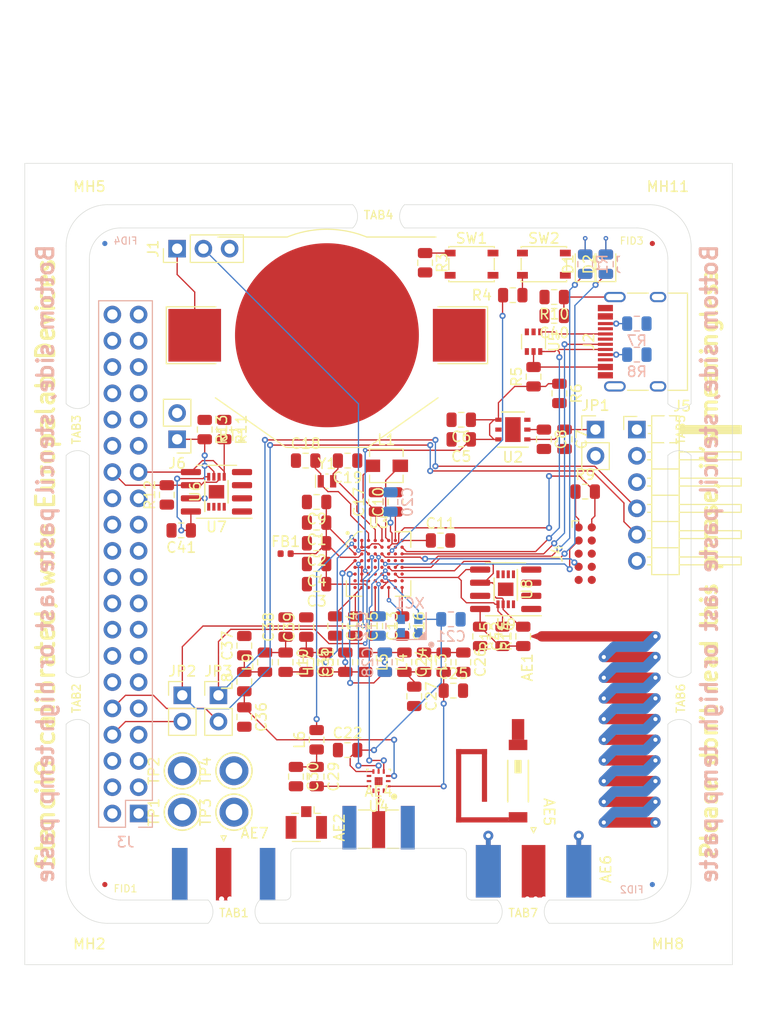
<source format=kicad_pcb>
(kicad_pcb (version 20171130) (host pcbnew 5.1.5+dfsg1-2build2)

  (general
    (thickness 1.6)
    (drawings 95)
    (tracks 434)
    (zones 0)
    (modules 117)
    (nets 121)
  )

  (page A3)
  (title_block
    (date "15 nov 2012")
  )

  (layers
    (0 F.Cu signal)
    (1 In1.Cu signal)
    (2 In2.Cu signal)
    (31 B.Cu signal)
    (34 B.Paste user)
    (35 F.Paste user)
    (36 B.SilkS user)
    (37 F.SilkS user)
    (38 B.Mask user)
    (39 F.Mask user)
    (40 Dwgs.User user)
    (41 Cmts.User user hide)
    (44 Edge.Cuts user)
    (45 Margin user)
    (46 B.CrtYd user)
    (47 F.CrtYd user)
    (48 B.Fab user)
    (49 F.Fab user)
  )

  (setup
    (last_trace_width 0.127)
    (user_trace_width 0.1016)
    (user_trace_width 0.127)
    (user_trace_width 0.2)
    (trace_clearance 0.09)
    (zone_clearance 0.508)
    (zone_45_only no)
    (trace_min 0.09)
    (via_size 0.45)
    (via_drill 0.2)
    (via_min_size 0.45)
    (via_min_drill 0.2)
    (user_via 0.6 0.3)
    (uvia_size 0.45)
    (uvia_drill 0.1)
    (uvias_allowed no)
    (uvia_min_size 0.45)
    (uvia_min_drill 0.1)
    (edge_width 0.1)
    (segment_width 0.1)
    (pcb_text_width 0.25)
    (pcb_text_size 1 1)
    (mod_edge_width 0.15)
    (mod_text_size 1 1)
    (mod_text_width 0.15)
    (pad_size 2.5 2.5)
    (pad_drill 2.5)
    (pad_to_mask_clearance 0)
    (aux_axis_origin 0 0)
    (visible_elements 7FFFF7FF)
    (pcbplotparams
      (layerselection 0x00030_80000001)
      (usegerberextensions true)
      (usegerberattributes false)
      (usegerberadvancedattributes false)
      (creategerberjobfile false)
      (excludeedgelayer true)
      (linewidth 0.150000)
      (plotframeref false)
      (viasonmask false)
      (mode 1)
      (useauxorigin false)
      (hpglpennumber 1)
      (hpglpenspeed 20)
      (hpglpendiameter 15.000000)
      (psnegative false)
      (psa4output false)
      (plotreference true)
      (plotvalue true)
      (plotinvisibletext false)
      (padsonsilk false)
      (subtractmaskfromsilk false)
      (outputformat 1)
      (mirror false)
      (drillshape 1)
      (scaleselection 1)
      (outputdirectory ""))
  )

  (net 0 "")
  (net 1 GND)
  (net 2 "Net-(AE1-Pad1)")
  (net 3 /Sheet5F53D5B4/RFSWPWR)
  (net 4 "Net-(C8-Pad1)")
  (net 5 /Sheet5F53D5B4/POWAMP)
  (net 6 "Net-(C13-Pad1)")
  (net 7 /Sheet5F53D5B4/HFOUT)
  (net 8 +3V3)
  (net 9 "Net-(C29-Pad1)")
  (net 10 /Sheet5F53D5B4/UART_RX)
  (net 11 /Sheet5F53D5B4/UART_TX)
  (net 12 /Sheet5F53D5B4/HPOUT)
  (net 13 /Sheet5F53D5B4/HFIN)
  (net 14 /Sheet5F53D5B4/BANDSEL)
  (net 15 "Net-(XC1-Pad1)")
  (net 16 "Net-(BT1-Pad1)")
  (net 17 /Sheet5F53D5B4/USB_BUS)
  (net 18 "Net-(C33-Pad1)")
  (net 19 "Net-(C34-Pad1)")
  (net 20 /Sheet5F53D5B4/CMDRST)
  (net 21 "Net-(D1-Pad2)")
  (net 22 "Net-(D1-Pad1)")
  (net 23 "Net-(D2-Pad1)")
  (net 24 "Net-(D2-Pad2)")
  (net 25 /Sheet5F53D5B4/USB_P)
  (net 26 /Sheet5F53D5B4/USB_N)
  (net 27 /Sheet60040980/ID_SD)
  (net 28 /Sheet60040980/ID_SC)
  (net 29 /Sheet5F53D5B4/SWDCLK)
  (net 30 "Net-(J3-Pad7)")
  (net 31 "Net-(J3-Pad8)")
  (net 32 "Net-(J4-Pad6)")
  (net 33 /Sheet5F53D5B4/CN_VBAT)
  (net 34 /Sheet5F53D5B4/I2C_SCL)
  (net 35 /Sheet5F53D5B4/I2C_SDA)
  (net 36 "Net-(TP3-Pad1)")
  (net 37 "Net-(TP4-Pad1)")
  (net 38 /Sheet5F53D5B4/XCEIV)
  (net 39 /Sheet5F53D5B4/CRYSTAL_XIN-RESERVED)
  (net 40 /Sheet5F53D5B4/CRYSTAL_XOUT-RESERVED)
  (net 41 "Net-(AE5-Pad2)")
  (net 42 "Net-(C1-Pad1)")
  (net 43 "Net-(C7-Pad1)")
  (net 44 "Net-(C14-Pad1)")
  (net 45 "Net-(C17-Pad1)")
  (net 46 "Net-(C18-Pad2)")
  (net 47 "Net-(C19-Pad2)")
  (net 48 "Net-(C23-Pad2)")
  (net 49 "Net-(C23-Pad1)")
  (net 50 "Net-(C24-Pad1)")
  (net 51 "Net-(C24-Pad2)")
  (net 52 "Net-(C29-Pad2)")
  (net 53 "Net-(C33-Pad2)")
  (net 54 "Net-(C35-Pad2)")
  (net 55 "Net-(C40-Pad1)")
  (net 56 "Net-(J2-PadB5)")
  (net 57 "Net-(J2-PadA8)")
  (net 58 "Net-(J2-PadA5)")
  (net 59 "Net-(J2-PadB8)")
  (net 60 "Net-(J2-PadA4)")
  (net 61 "Net-(J3-Pad2)")
  (net 62 "Net-(J3-Pad3)")
  (net 63 "Net-(J3-Pad4)")
  (net 64 "Net-(J3-Pad5)")
  (net 65 "Net-(J3-Pad10)")
  (net 66 "Net-(J3-Pad11)")
  (net 67 "Net-(J3-Pad12)")
  (net 68 "Net-(J3-Pad13)")
  (net 69 "Net-(J3-Pad15)")
  (net 70 "Net-(J3-Pad16)")
  (net 71 "Net-(J3-Pad18)")
  (net 72 "Net-(J3-Pad19)")
  (net 73 "Net-(J3-Pad21)")
  (net 74 "Net-(J3-Pad22)")
  (net 75 "Net-(J3-Pad23)")
  (net 76 "Net-(J3-Pad24)")
  (net 77 "Net-(J3-Pad26)")
  (net 78 "Net-(J3-Pad29)")
  (net 79 "Net-(J3-Pad31)")
  (net 80 "Net-(J3-Pad32)")
  (net 81 "Net-(J3-Pad33)")
  (net 82 "Net-(J3-Pad35)")
  (net 83 "Net-(J3-Pad36)")
  (net 84 "Net-(J3-Pad37)")
  (net 85 "Net-(J3-Pad38)")
  (net 86 "Net-(J3-Pad40)")
  (net 87 "Net-(J4-Pad7)")
  (net 88 "Net-(J4-Pad8)")
  (net 89 "Net-(J5-Pad2)")
  (net 90 "Net-(J5-Pad3)")
  (net 91 "Net-(J5-Pad6)")
  (net 92 "Net-(J6-Pad1)")
  (net 93 "Net-(L1-Pad2)")
  (net 94 "Net-(R3-Pad1)")
  (net 95 "Net-(R4-Pad1)")
  (net 96 "Net-(R4-Pad2)")
  (net 97 "Net-(U2-Pad5)")
  (net 98 "Net-(U3-PadG1)")
  (net 99 "Net-(U3-PadH1)")
  (net 100 "Net-(U3-PadE3)")
  (net 101 "Net-(U3-PadB4)")
  (net 102 "Net-(U3-PadE4)")
  (net 103 "Net-(U3-PadF4)")
  (net 104 "Net-(U3-PadE5)")
  (net 105 "Net-(U3-PadH6)")
  (net 106 "Net-(U3-PadC7)")
  (net 107 "Net-(U3-PadD7)")
  (net 108 "Net-(U3-PadH7)")
  (net 109 "Net-(U3-PadD8)")
  (net 110 "Net-(U5-Pad3)")
  (net 111 "Net-(U5-Pad4)")
  (net 112 "Net-(U8-Pad7)")
  (net 113 "Net-(U8-Pad3)")
  (net 114 "Net-(U8-Pad2)")
  (net 115 "Net-(U8-Pad1)")
  (net 116 "Net-(U9-Pad1)")
  (net 117 "Net-(U9-Pad2)")
  (net 118 "Net-(U9-Pad3)")
  (net 119 "Net-(U9-Pad7)")
  (net 120 /Sheet5F53D5B4/SWDIO)

  (net_class Default "This is the default net class."
    (clearance 0.09)
    (trace_width 0.09)
    (via_dia 0.45)
    (via_drill 0.2)
    (uvia_dia 0.45)
    (uvia_drill 0.1)
    (add_net +3V3)
    (add_net /Sheet5F53D5B4/BANDSEL)
    (add_net /Sheet5F53D5B4/CMDRST)
    (add_net /Sheet5F53D5B4/CN_VBAT)
    (add_net /Sheet5F53D5B4/CRYSTAL_XIN-RESERVED)
    (add_net /Sheet5F53D5B4/CRYSTAL_XOUT-RESERVED)
    (add_net /Sheet5F53D5B4/HFIN)
    (add_net /Sheet5F53D5B4/HFOUT)
    (add_net /Sheet5F53D5B4/HPOUT)
    (add_net /Sheet5F53D5B4/I2C_SCL)
    (add_net /Sheet5F53D5B4/I2C_SDA)
    (add_net /Sheet5F53D5B4/POWAMP)
    (add_net /Sheet5F53D5B4/RFSWPWR)
    (add_net /Sheet5F53D5B4/SWDCLK)
    (add_net /Sheet5F53D5B4/SWDIO)
    (add_net /Sheet5F53D5B4/UART_RX)
    (add_net /Sheet5F53D5B4/UART_TX)
    (add_net /Sheet5F53D5B4/USB_BUS)
    (add_net /Sheet5F53D5B4/USB_N)
    (add_net /Sheet5F53D5B4/USB_P)
    (add_net /Sheet5F53D5B4/XCEIV)
    (add_net /Sheet60040980/ID_SC)
    (add_net /Sheet60040980/ID_SD)
    (add_net GND)
    (add_net "Net-(AE1-Pad1)")
    (add_net "Net-(AE5-Pad2)")
    (add_net "Net-(BT1-Pad1)")
    (add_net "Net-(C1-Pad1)")
    (add_net "Net-(C13-Pad1)")
    (add_net "Net-(C14-Pad1)")
    (add_net "Net-(C17-Pad1)")
    (add_net "Net-(C18-Pad2)")
    (add_net "Net-(C19-Pad2)")
    (add_net "Net-(C23-Pad1)")
    (add_net "Net-(C23-Pad2)")
    (add_net "Net-(C24-Pad1)")
    (add_net "Net-(C24-Pad2)")
    (add_net "Net-(C29-Pad1)")
    (add_net "Net-(C29-Pad2)")
    (add_net "Net-(C33-Pad1)")
    (add_net "Net-(C33-Pad2)")
    (add_net "Net-(C34-Pad1)")
    (add_net "Net-(C35-Pad2)")
    (add_net "Net-(C40-Pad1)")
    (add_net "Net-(C7-Pad1)")
    (add_net "Net-(C8-Pad1)")
    (add_net "Net-(D1-Pad1)")
    (add_net "Net-(D1-Pad2)")
    (add_net "Net-(D2-Pad1)")
    (add_net "Net-(D2-Pad2)")
    (add_net "Net-(J2-PadA4)")
    (add_net "Net-(J2-PadA5)")
    (add_net "Net-(J2-PadA8)")
    (add_net "Net-(J2-PadB5)")
    (add_net "Net-(J2-PadB8)")
    (add_net "Net-(J3-Pad10)")
    (add_net "Net-(J3-Pad11)")
    (add_net "Net-(J3-Pad12)")
    (add_net "Net-(J3-Pad13)")
    (add_net "Net-(J3-Pad15)")
    (add_net "Net-(J3-Pad16)")
    (add_net "Net-(J3-Pad18)")
    (add_net "Net-(J3-Pad19)")
    (add_net "Net-(J3-Pad2)")
    (add_net "Net-(J3-Pad21)")
    (add_net "Net-(J3-Pad22)")
    (add_net "Net-(J3-Pad23)")
    (add_net "Net-(J3-Pad24)")
    (add_net "Net-(J3-Pad26)")
    (add_net "Net-(J3-Pad29)")
    (add_net "Net-(J3-Pad3)")
    (add_net "Net-(J3-Pad31)")
    (add_net "Net-(J3-Pad32)")
    (add_net "Net-(J3-Pad33)")
    (add_net "Net-(J3-Pad35)")
    (add_net "Net-(J3-Pad36)")
    (add_net "Net-(J3-Pad37)")
    (add_net "Net-(J3-Pad38)")
    (add_net "Net-(J3-Pad4)")
    (add_net "Net-(J3-Pad40)")
    (add_net "Net-(J3-Pad5)")
    (add_net "Net-(J3-Pad7)")
    (add_net "Net-(J3-Pad8)")
    (add_net "Net-(J4-Pad6)")
    (add_net "Net-(J4-Pad7)")
    (add_net "Net-(J4-Pad8)")
    (add_net "Net-(J5-Pad2)")
    (add_net "Net-(J5-Pad3)")
    (add_net "Net-(J5-Pad6)")
    (add_net "Net-(J6-Pad1)")
    (add_net "Net-(L1-Pad2)")
    (add_net "Net-(R3-Pad1)")
    (add_net "Net-(R4-Pad1)")
    (add_net "Net-(R4-Pad2)")
    (add_net "Net-(TP3-Pad1)")
    (add_net "Net-(TP4-Pad1)")
    (add_net "Net-(U2-Pad5)")
    (add_net "Net-(U3-PadB4)")
    (add_net "Net-(U3-PadC7)")
    (add_net "Net-(U3-PadD7)")
    (add_net "Net-(U3-PadD8)")
    (add_net "Net-(U3-PadE3)")
    (add_net "Net-(U3-PadE4)")
    (add_net "Net-(U3-PadE5)")
    (add_net "Net-(U3-PadF4)")
    (add_net "Net-(U3-PadG1)")
    (add_net "Net-(U3-PadH1)")
    (add_net "Net-(U3-PadH6)")
    (add_net "Net-(U3-PadH7)")
    (add_net "Net-(U5-Pad3)")
    (add_net "Net-(U5-Pad4)")
    (add_net "Net-(U8-Pad1)")
    (add_net "Net-(U8-Pad2)")
    (add_net "Net-(U8-Pad3)")
    (add_net "Net-(U8-Pad7)")
    (add_net "Net-(U9-Pad1)")
    (add_net "Net-(U9-Pad2)")
    (add_net "Net-(U9-Pad3)")
    (add_net "Net-(U9-Pad7)")
    (add_net "Net-(XC1-Pad1)")
  )

  (net_class Power ""
    (clearance 0.2)
    (trace_width 0.5)
    (via_dia 1)
    (via_drill 0.7)
    (uvia_dia 0.5)
    (uvia_drill 0.1)
  )

  (module Elabdev:Panel_Mousetab_25mm_Single (layer F.Cu) (tedit 5CD9E502) (tstamp 5F680FEC)
    (at 224 181.75 90)
    (path /5CD9EB0D)
    (fp_text reference TAB7 (at 0 0) (layer F.SilkS)
      (effects (font (size 0.8 0.8) (thickness 0.13)))
    )
    (fp_text value Pantab (at 0 3.5 90) (layer F.Fab)
      (effects (font (size 1 1) (thickness 0.15)))
    )
    (fp_line (start 1.25 -2.2) (end 1.25 2.2) (layer F.Fab) (width 0.15))
    (fp_line (start -1.25 -2.2) (end -1.25 2.2) (layer F.Fab) (width 0.15))
    (fp_line (start 2.1 -2.6) (end 2.1 2.6) (layer F.CrtYd) (width 0.15))
    (fp_line (start 2.1 2.6) (end -2.1 2.6) (layer F.CrtYd) (width 0.15))
    (fp_line (start -2.1 2.6) (end -2.1 -2.6) (layer F.CrtYd) (width 0.15))
    (fp_line (start -2.1 -2.6) (end 2.1 -2.6) (layer F.CrtYd) (width 0.15))
    (pad "" np_thru_hole circle (at 1.35 2 90) (size 0.5 0.5) (drill 0.5) (layers *.Cu))
    (pad "" np_thru_hole circle (at 1.35 1.2 90) (size 0.5 0.5) (drill 0.5) (layers *.Cu))
    (pad "" np_thru_hole circle (at 1.35 0.4 90) (size 0.5 0.5) (drill 0.5) (layers *.Cu))
    (pad "" np_thru_hole circle (at 1.35 -0.4 90) (size 0.5 0.5) (drill 0.5) (layers *.Cu))
    (pad "" np_thru_hole circle (at 1.35 -1.2 90) (size 0.5 0.5) (drill 0.5) (layers *.Cu))
    (pad "" np_thru_hole circle (at 1.35 -2 90) (size 0.5 0.5) (drill 0.5) (layers *.Cu))
  )

  (module Elabdev:Panel_Mousetab_25mm_Single (layer F.Cu) (tedit 5CD9E59A) (tstamp 5F4C0A71)
    (at 210 114.25 270)
    (path /5CD5C3A7)
    (fp_text reference TAB4 (at 0 0 180) (layer F.SilkS)
      (effects (font (size 0.8 0.8) (thickness 0.13)))
    )
    (fp_text value Pantab (at 0 -3.5 270) (layer F.Fab)
      (effects (font (size 1 1) (thickness 0.15)))
    )
    (fp_line (start 1.25 -2.2) (end 1.25 2.2) (layer F.Fab) (width 0.15))
    (fp_line (start -1.25 -2.2) (end -1.25 2.2) (layer F.Fab) (width 0.15))
    (fp_line (start 2.1 -2.6) (end 2.1 2.6) (layer F.CrtYd) (width 0.15))
    (fp_line (start 2.1 2.6) (end -2.1 2.6) (layer F.CrtYd) (width 0.15))
    (fp_line (start -2.1 2.6) (end -2.1 -2.6) (layer F.CrtYd) (width 0.15))
    (fp_line (start -2.1 -2.6) (end 2.1 -2.6) (layer F.CrtYd) (width 0.15))
    (pad "" np_thru_hole circle (at 1.35 2 270) (size 0.5 0.5) (drill 0.5) (layers *.Cu))
    (pad "" np_thru_hole circle (at 1.35 1.2 270) (size 0.5 0.5) (drill 0.5) (layers *.Cu))
    (pad "" np_thru_hole circle (at 1.35 0.4 270) (size 0.5 0.5) (drill 0.5) (layers *.Cu))
    (pad "" np_thru_hole circle (at 1.35 -0.4 270) (size 0.5 0.5) (drill 0.5) (layers *.Cu))
    (pad "" np_thru_hole circle (at 1.35 -1.2 270) (size 0.5 0.5) (drill 0.5) (layers *.Cu))
    (pad "" np_thru_hole circle (at 1.35 -2 270) (size 0.5 0.5) (drill 0.5) (layers *.Cu))
  )

  (module Elabdev:Panel_Mousetab_25mm_Single (layer F.Cu) (tedit 5CD9E502) (tstamp 5CE1C45C)
    (at 196 181.75 90)
    (path /5CD9EB0D)
    (fp_text reference TAB1 (at 0 0) (layer F.SilkS)
      (effects (font (size 0.8 0.8) (thickness 0.13)))
    )
    (fp_text value Pantab (at 0 3.5 90) (layer F.Fab)
      (effects (font (size 1 1) (thickness 0.15)))
    )
    (fp_line (start -2.1 -2.6) (end 2.1 -2.6) (layer F.CrtYd) (width 0.15))
    (fp_line (start -2.1 2.6) (end -2.1 -2.6) (layer F.CrtYd) (width 0.15))
    (fp_line (start 2.1 2.6) (end -2.1 2.6) (layer F.CrtYd) (width 0.15))
    (fp_line (start 2.1 -2.6) (end 2.1 2.6) (layer F.CrtYd) (width 0.15))
    (fp_line (start -1.25 -2.2) (end -1.25 2.2) (layer F.Fab) (width 0.15))
    (fp_line (start 1.25 -2.2) (end 1.25 2.2) (layer F.Fab) (width 0.15))
    (pad "" np_thru_hole circle (at 1.35 -2 90) (size 0.5 0.5) (drill 0.5) (layers *.Cu))
    (pad "" np_thru_hole circle (at 1.35 -1.2 90) (size 0.5 0.5) (drill 0.5) (layers *.Cu))
    (pad "" np_thru_hole circle (at 1.35 -0.4 90) (size 0.5 0.5) (drill 0.5) (layers *.Cu))
    (pad "" np_thru_hole circle (at 1.35 0.4 90) (size 0.5 0.5) (drill 0.5) (layers *.Cu))
    (pad "" np_thru_hole circle (at 1.35 1.2 90) (size 0.5 0.5) (drill 0.5) (layers *.Cu))
    (pad "" np_thru_hole circle (at 1.35 2 90) (size 0.5 0.5) (drill 0.5) (layers *.Cu))
  )

  (module Elabdev:Panel_Mousetab_25mm_Single (layer F.Cu) (tedit 5CD5AA6C) (tstamp 5F4C1007)
    (at 180.75 161)
    (path /5CD5C074)
    (fp_text reference TAB2 (at 0 0 90) (layer F.SilkS)
      (effects (font (size 0.8 0.8) (thickness 0.13)))
    )
    (fp_text value Pantab (at -2.5 0 -270) (layer F.Fab)
      (effects (font (size 1 1) (thickness 0.15)))
    )
    (fp_line (start -2.1 -2.6) (end 2.1 -2.6) (layer F.CrtYd) (width 0.15))
    (fp_line (start -2.1 2.6) (end -2.1 -2.6) (layer F.CrtYd) (width 0.15))
    (fp_line (start 2.1 2.6) (end -2.1 2.6) (layer F.CrtYd) (width 0.15))
    (fp_line (start 2.1 -2.6) (end 2.1 2.6) (layer F.CrtYd) (width 0.15))
    (fp_line (start -1.25 -2.2) (end -1.25 2.2) (layer F.Fab) (width 0.15))
    (fp_line (start 1.25 -2.2) (end 1.25 2.2) (layer F.Fab) (width 0.15))
    (pad "" np_thru_hole circle (at 1.35 -2) (size 0.5 0.5) (drill 0.5) (layers *.Cu))
    (pad "" np_thru_hole circle (at 1.35 -1.2) (size 0.5 0.5) (drill 0.5) (layers *.Cu))
    (pad "" np_thru_hole circle (at 1.35 -0.4) (size 0.5 0.5) (drill 0.5) (layers *.Cu))
    (pad "" np_thru_hole circle (at 1.35 0.4) (size 0.5 0.5) (drill 0.5) (layers *.Cu))
    (pad "" np_thru_hole circle (at 1.35 1.2) (size 0.5 0.5) (drill 0.5) (layers *.Cu))
    (pad "" np_thru_hole circle (at 1.35 2) (size 0.5 0.5) (drill 0.5) (layers *.Cu))
  )

  (module Elabdev:Panel_Mousetab_25mm_Single (layer F.Cu) (tedit 5CD5AA6C) (tstamp 5F4C1047)
    (at 180.75 135)
    (path /5CD5C074)
    (fp_text reference TAB3 (at 0 0 90) (layer F.SilkS)
      (effects (font (size 0.8 0.8) (thickness 0.13)))
    )
    (fp_text value Pantab (at -2.5 0 -270) (layer F.Fab)
      (effects (font (size 1 1) (thickness 0.15)))
    )
    (fp_line (start 1.25 -2.2) (end 1.25 2.2) (layer F.Fab) (width 0.15))
    (fp_line (start -1.25 -2.2) (end -1.25 2.2) (layer F.Fab) (width 0.15))
    (fp_line (start 2.1 -2.6) (end 2.1 2.6) (layer F.CrtYd) (width 0.15))
    (fp_line (start 2.1 2.6) (end -2.1 2.6) (layer F.CrtYd) (width 0.15))
    (fp_line (start -2.1 2.6) (end -2.1 -2.6) (layer F.CrtYd) (width 0.15))
    (fp_line (start -2.1 -2.6) (end 2.1 -2.6) (layer F.CrtYd) (width 0.15))
    (pad "" np_thru_hole circle (at 1.35 2) (size 0.5 0.5) (drill 0.5) (layers *.Cu))
    (pad "" np_thru_hole circle (at 1.35 1.2) (size 0.5 0.5) (drill 0.5) (layers *.Cu))
    (pad "" np_thru_hole circle (at 1.35 0.4) (size 0.5 0.5) (drill 0.5) (layers *.Cu))
    (pad "" np_thru_hole circle (at 1.35 -0.4) (size 0.5 0.5) (drill 0.5) (layers *.Cu))
    (pad "" np_thru_hole circle (at 1.35 -1.2) (size 0.5 0.5) (drill 0.5) (layers *.Cu))
    (pad "" np_thru_hole circle (at 1.35 -2) (size 0.5 0.5) (drill 0.5) (layers *.Cu))
  )

  (module Elabdev:Panel_Mousetab_25mm_Single (layer F.Cu) (tedit 5CD5AA6C) (tstamp 5F4C108A)
    (at 239.25 135 180)
    (path /5CD5C074)
    (fp_text reference TAB5 (at 0 0 90) (layer F.SilkS)
      (effects (font (size 0.8 0.8) (thickness 0.13)))
    )
    (fp_text value Pantab (at -2.5 0 90) (layer F.Fab)
      (effects (font (size 1 1) (thickness 0.15)))
    )
    (fp_line (start 1.25 -2.2) (end 1.25 2.2) (layer F.Fab) (width 0.15))
    (fp_line (start -1.25 -2.2) (end -1.25 2.2) (layer F.Fab) (width 0.15))
    (fp_line (start 2.1 -2.6) (end 2.1 2.6) (layer F.CrtYd) (width 0.15))
    (fp_line (start 2.1 2.6) (end -2.1 2.6) (layer F.CrtYd) (width 0.15))
    (fp_line (start -2.1 2.6) (end -2.1 -2.6) (layer F.CrtYd) (width 0.15))
    (fp_line (start -2.1 -2.6) (end 2.1 -2.6) (layer F.CrtYd) (width 0.15))
    (pad "" np_thru_hole circle (at 1.35 2 180) (size 0.5 0.5) (drill 0.5) (layers *.Cu))
    (pad "" np_thru_hole circle (at 1.35 1.2 180) (size 0.5 0.5) (drill 0.5) (layers *.Cu))
    (pad "" np_thru_hole circle (at 1.35 0.4 180) (size 0.5 0.5) (drill 0.5) (layers *.Cu))
    (pad "" np_thru_hole circle (at 1.35 -0.4 180) (size 0.5 0.5) (drill 0.5) (layers *.Cu))
    (pad "" np_thru_hole circle (at 1.35 -1.2 180) (size 0.5 0.5) (drill 0.5) (layers *.Cu))
    (pad "" np_thru_hole circle (at 1.35 -2 180) (size 0.5 0.5) (drill 0.5) (layers *.Cu))
  )

  (module Elabdev:Panel_Mousetab_25mm_Single (layer F.Cu) (tedit 5CD5AA6C) (tstamp 5F4C1067)
    (at 239.25 161 180)
    (path /5CD5C074)
    (fp_text reference TAB6 (at 0 0 90) (layer F.SilkS)
      (effects (font (size 0.8 0.8) (thickness 0.13)))
    )
    (fp_text value Pantab (at -2.5 0 90) (layer F.Fab)
      (effects (font (size 1 1) (thickness 0.15)))
    )
    (fp_line (start -2.1 -2.6) (end 2.1 -2.6) (layer F.CrtYd) (width 0.15))
    (fp_line (start -2.1 2.6) (end -2.1 -2.6) (layer F.CrtYd) (width 0.15))
    (fp_line (start 2.1 2.6) (end -2.1 2.6) (layer F.CrtYd) (width 0.15))
    (fp_line (start 2.1 -2.6) (end 2.1 2.6) (layer F.CrtYd) (width 0.15))
    (fp_line (start -1.25 -2.2) (end -1.25 2.2) (layer F.Fab) (width 0.15))
    (fp_line (start 1.25 -2.2) (end 1.25 2.2) (layer F.Fab) (width 0.15))
    (pad "" np_thru_hole circle (at 1.35 -2 180) (size 0.5 0.5) (drill 0.5) (layers *.Cu))
    (pad "" np_thru_hole circle (at 1.35 -1.2 180) (size 0.5 0.5) (drill 0.5) (layers *.Cu))
    (pad "" np_thru_hole circle (at 1.35 -0.4 180) (size 0.5 0.5) (drill 0.5) (layers *.Cu))
    (pad "" np_thru_hole circle (at 1.35 0.4 180) (size 0.5 0.5) (drill 0.5) (layers *.Cu))
    (pad "" np_thru_hole circle (at 1.35 1.2 180) (size 0.5 0.5) (drill 0.5) (layers *.Cu))
    (pad "" np_thru_hole circle (at 1.35 2 180) (size 0.5 0.5) (drill 0.5) (layers *.Cu))
  )

  (module Connector_PinSocket_2.54mm:PinSocket_2x20_P2.54mm_Vertical (layer B.Cu) (tedit 5A19A433) (tstamp 5F683F15)
    (at 186.77 172.13)
    (descr "Through hole straight socket strip, 2x20, 2.54mm pitch, double cols (from Kicad 4.0.7), script generated")
    (tags "Through hole socket strip THT 2x20 2.54mm double row")
    (path /60040981/5F6A7FD9)
    (fp_text reference J3 (at -1.27 2.77) (layer B.SilkS)
      (effects (font (size 1 1) (thickness 0.15)) (justify mirror))
    )
    (fp_text value RPIHAT-40W (at -1.27 -51.03) (layer B.Fab)
      (effects (font (size 1 1) (thickness 0.15)) (justify mirror))
    )
    (fp_line (start -3.81 1.27) (end 0.27 1.27) (layer B.Fab) (width 0.1))
    (fp_line (start 0.27 1.27) (end 1.27 0.27) (layer B.Fab) (width 0.1))
    (fp_line (start 1.27 0.27) (end 1.27 -49.53) (layer B.Fab) (width 0.1))
    (fp_line (start 1.27 -49.53) (end -3.81 -49.53) (layer B.Fab) (width 0.1))
    (fp_line (start -3.81 -49.53) (end -3.81 1.27) (layer B.Fab) (width 0.1))
    (fp_line (start -3.87 1.33) (end -1.27 1.33) (layer B.SilkS) (width 0.12))
    (fp_line (start -3.87 1.33) (end -3.87 -49.59) (layer B.SilkS) (width 0.12))
    (fp_line (start -3.87 -49.59) (end 1.33 -49.59) (layer B.SilkS) (width 0.12))
    (fp_line (start 1.33 -1.27) (end 1.33 -49.59) (layer B.SilkS) (width 0.12))
    (fp_line (start -1.27 -1.27) (end 1.33 -1.27) (layer B.SilkS) (width 0.12))
    (fp_line (start -1.27 1.33) (end -1.27 -1.27) (layer B.SilkS) (width 0.12))
    (fp_line (start 1.33 1.33) (end 1.33 0) (layer B.SilkS) (width 0.12))
    (fp_line (start 0 1.33) (end 1.33 1.33) (layer B.SilkS) (width 0.12))
    (fp_line (start -4.34 1.8) (end 1.76 1.8) (layer B.CrtYd) (width 0.05))
    (fp_line (start 1.76 1.8) (end 1.76 -50) (layer B.CrtYd) (width 0.05))
    (fp_line (start 1.76 -50) (end -4.34 -50) (layer B.CrtYd) (width 0.05))
    (fp_line (start -4.34 -50) (end -4.34 1.8) (layer B.CrtYd) (width 0.05))
    (fp_text user %R (at -1.27 -24.13 -90) (layer B.Fab)
      (effects (font (size 1 1) (thickness 0.15)) (justify mirror))
    )
    (pad 1 thru_hole rect (at 0 0) (size 1.7 1.7) (drill 1) (layers *.Cu *.Mask)
      (net 8 +3V3))
    (pad 2 thru_hole oval (at -2.54 0) (size 1.7 1.7) (drill 1) (layers *.Cu *.Mask)
      (net 61 "Net-(J3-Pad2)"))
    (pad 3 thru_hole oval (at 0 -2.54) (size 1.7 1.7) (drill 1) (layers *.Cu *.Mask)
      (net 62 "Net-(J3-Pad3)"))
    (pad 4 thru_hole oval (at -2.54 -2.54) (size 1.7 1.7) (drill 1) (layers *.Cu *.Mask)
      (net 63 "Net-(J3-Pad4)"))
    (pad 5 thru_hole oval (at 0 -5.08) (size 1.7 1.7) (drill 1) (layers *.Cu *.Mask)
      (net 64 "Net-(J3-Pad5)"))
    (pad 6 thru_hole oval (at -2.54 -5.08) (size 1.7 1.7) (drill 1) (layers *.Cu *.Mask)
      (net 1 GND))
    (pad 7 thru_hole oval (at 0 -7.62) (size 1.7 1.7) (drill 1) (layers *.Cu *.Mask)
      (net 30 "Net-(J3-Pad7)"))
    (pad 8 thru_hole oval (at -2.54 -7.62) (size 1.7 1.7) (drill 1) (layers *.Cu *.Mask)
      (net 31 "Net-(J3-Pad8)"))
    (pad 9 thru_hole oval (at 0 -10.16) (size 1.7 1.7) (drill 1) (layers *.Cu *.Mask)
      (net 1 GND))
    (pad 10 thru_hole oval (at -2.54 -10.16) (size 1.7 1.7) (drill 1) (layers *.Cu *.Mask)
      (net 65 "Net-(J3-Pad10)"))
    (pad 11 thru_hole oval (at 0 -12.7) (size 1.7 1.7) (drill 1) (layers *.Cu *.Mask)
      (net 66 "Net-(J3-Pad11)"))
    (pad 12 thru_hole oval (at -2.54 -12.7) (size 1.7 1.7) (drill 1) (layers *.Cu *.Mask)
      (net 67 "Net-(J3-Pad12)"))
    (pad 13 thru_hole oval (at 0 -15.24) (size 1.7 1.7) (drill 1) (layers *.Cu *.Mask)
      (net 68 "Net-(J3-Pad13)"))
    (pad 14 thru_hole oval (at -2.54 -15.24) (size 1.7 1.7) (drill 1) (layers *.Cu *.Mask)
      (net 1 GND))
    (pad 15 thru_hole oval (at 0 -17.78) (size 1.7 1.7) (drill 1) (layers *.Cu *.Mask)
      (net 69 "Net-(J3-Pad15)"))
    (pad 16 thru_hole oval (at -2.54 -17.78) (size 1.7 1.7) (drill 1) (layers *.Cu *.Mask)
      (net 70 "Net-(J3-Pad16)"))
    (pad 17 thru_hole oval (at 0 -20.32) (size 1.7 1.7) (drill 1) (layers *.Cu *.Mask)
      (net 8 +3V3))
    (pad 18 thru_hole oval (at -2.54 -20.32) (size 1.7 1.7) (drill 1) (layers *.Cu *.Mask)
      (net 71 "Net-(J3-Pad18)"))
    (pad 19 thru_hole oval (at 0 -22.86) (size 1.7 1.7) (drill 1) (layers *.Cu *.Mask)
      (net 72 "Net-(J3-Pad19)"))
    (pad 20 thru_hole oval (at -2.54 -22.86) (size 1.7 1.7) (drill 1) (layers *.Cu *.Mask)
      (net 1 GND))
    (pad 21 thru_hole oval (at 0 -25.4) (size 1.7 1.7) (drill 1) (layers *.Cu *.Mask)
      (net 73 "Net-(J3-Pad21)"))
    (pad 22 thru_hole oval (at -2.54 -25.4) (size 1.7 1.7) (drill 1) (layers *.Cu *.Mask)
      (net 74 "Net-(J3-Pad22)"))
    (pad 23 thru_hole oval (at 0 -27.94) (size 1.7 1.7) (drill 1) (layers *.Cu *.Mask)
      (net 75 "Net-(J3-Pad23)"))
    (pad 24 thru_hole oval (at -2.54 -27.94) (size 1.7 1.7) (drill 1) (layers *.Cu *.Mask)
      (net 76 "Net-(J3-Pad24)"))
    (pad 25 thru_hole oval (at 0 -30.48) (size 1.7 1.7) (drill 1) (layers *.Cu *.Mask)
      (net 1 GND))
    (pad 26 thru_hole oval (at -2.54 -30.48) (size 1.7 1.7) (drill 1) (layers *.Cu *.Mask)
      (net 77 "Net-(J3-Pad26)"))
    (pad 27 thru_hole oval (at 0 -33.02) (size 1.7 1.7) (drill 1) (layers *.Cu *.Mask)
      (net 27 /Sheet60040980/ID_SD))
    (pad 28 thru_hole oval (at -2.54 -33.02) (size 1.7 1.7) (drill 1) (layers *.Cu *.Mask)
      (net 28 /Sheet60040980/ID_SC))
    (pad 29 thru_hole oval (at 0 -35.56) (size 1.7 1.7) (drill 1) (layers *.Cu *.Mask)
      (net 78 "Net-(J3-Pad29)"))
    (pad 30 thru_hole oval (at -2.54 -35.56) (size 1.7 1.7) (drill 1) (layers *.Cu *.Mask)
      (net 1 GND))
    (pad 31 thru_hole oval (at 0 -38.1) (size 1.7 1.7) (drill 1) (layers *.Cu *.Mask)
      (net 79 "Net-(J3-Pad31)"))
    (pad 32 thru_hole oval (at -2.54 -38.1) (size 1.7 1.7) (drill 1) (layers *.Cu *.Mask)
      (net 80 "Net-(J3-Pad32)"))
    (pad 33 thru_hole oval (at 0 -40.64) (size 1.7 1.7) (drill 1) (layers *.Cu *.Mask)
      (net 81 "Net-(J3-Pad33)"))
    (pad 34 thru_hole oval (at -2.54 -40.64) (size 1.7 1.7) (drill 1) (layers *.Cu *.Mask)
      (net 1 GND))
    (pad 35 thru_hole oval (at 0 -43.18) (size 1.7 1.7) (drill 1) (layers *.Cu *.Mask)
      (net 82 "Net-(J3-Pad35)"))
    (pad 36 thru_hole oval (at -2.54 -43.18) (size 1.7 1.7) (drill 1) (layers *.Cu *.Mask)
      (net 83 "Net-(J3-Pad36)"))
    (pad 37 thru_hole oval (at 0 -45.72) (size 1.7 1.7) (drill 1) (layers *.Cu *.Mask)
      (net 84 "Net-(J3-Pad37)"))
    (pad 38 thru_hole oval (at -2.54 -45.72) (size 1.7 1.7) (drill 1) (layers *.Cu *.Mask)
      (net 85 "Net-(J3-Pad38)"))
    (pad 39 thru_hole oval (at 0 -48.26) (size 1.7 1.7) (drill 1) (layers *.Cu *.Mask)
      (net 1 GND))
    (pad 40 thru_hole oval (at -2.54 -48.26) (size 1.7 1.7) (drill 1) (layers *.Cu *.Mask)
      (net 86 "Net-(J3-Pad40)"))
    (model ${KISYS3DMOD}/Connector_PinSocket_2.54mm.3dshapes/PinSocket_2x20_P2.54mm_Vertical.wrl
      (at (xyz 0 0 0))
      (scale (xyz 1 1 1))
      (rotate (xyz 0 0 0))
    )
  )

  (module RF_Antenna:Texas_SWRA416_868MHz_915MHz (layer F.Cu) (tedit 5CF40AFD) (tstamp 5F686F31)
    (at 231 164 270)
    (descr http://www.ti.com/lit/an/swra416/swra416.pdf)
    (tags "PCB antenna")
    (path /5F5C0728/60008187)
    (attr smd)
    (fp_text reference AE1 (at -6 6.6 90) (layer F.SilkS)
      (effects (font (size 1 1) (thickness 0.15)))
    )
    (fp_text value Antenna (at 0.1 -7.6 90) (layer F.Fab)
      (effects (font (size 1 1) (thickness 0.15)))
    )
    (fp_line (start 9.7 2.1) (end 6.2 5.7) (layer Dwgs.User) (width 0.12))
    (fp_line (start 9.7 0.1) (end 4.3 5.7) (layer Dwgs.User) (width 0.12))
    (fp_line (start 9.7 -1.9) (end 2.3 5.7) (layer Dwgs.User) (width 0.12))
    (fp_line (start 9.7 -3.9) (end 0.2 5.7) (layer Dwgs.User) (width 0.12))
    (fp_line (start 9.7 -5.9) (end -1.8 5.7) (layer Dwgs.User) (width 0.12))
    (fp_line (start 8.3 -6.5) (end -3.8 5.7) (layer Dwgs.User) (width 0.12))
    (fp_line (start 6.3 -6.5) (end -5.8 5.7) (layer Dwgs.User) (width 0.12))
    (fp_line (start 4.3 -6.5) (end -7.8 5.7) (layer Dwgs.User) (width 0.12))
    (fp_line (start -9.7 5.5) (end 2.3 -6.5) (layer Dwgs.User) (width 0.12))
    (fp_line (start -9.7 3.5) (end 0.3 -6.5) (layer Dwgs.User) (width 0.12))
    (fp_line (start -9.7 1.5) (end -1.7 -6.5) (layer Dwgs.User) (width 0.12))
    (fp_line (start -9.7 -0.5) (end -3.7 -6.5) (layer Dwgs.User) (width 0.12))
    (fp_line (start -9.7 -2.5) (end -5.7 -6.5) (layer Dwgs.User) (width 0.12))
    (fp_line (start -9.7 -4.5) (end -7.7 -6.5) (layer Dwgs.User) (width 0.12))
    (fp_line (start 9.7 -6.5) (end -9.7 -6.5) (layer Dwgs.User) (width 0.15))
    (fp_line (start 9.7 5.7) (end 9.7 -6.5) (layer Dwgs.User) (width 0.15))
    (fp_line (start -9.7 5.7) (end 9.7 5.7) (layer Dwgs.User) (width 0.15))
    (fp_line (start -9.7 -6.5) (end -9.7 5.7) (layer Dwgs.User) (width 0.15))
    (fp_line (start 7 -5.8) (end 8 -4.8) (layer B.Cu) (width 1))
    (fp_line (start 8 -1.8) (end 9 -0.8) (layer B.Cu) (width 1))
    (fp_line (start 8 -4.8) (end 8 -1.8) (layer B.Cu) (width 1))
    (fp_line (start 9 -5.8) (end 9 -0.8) (layer F.Cu) (width 1))
    (fp_line (start 5 -5.8) (end 6 -4.8) (layer B.Cu) (width 1))
    (fp_line (start 6 -1.8) (end 7 -0.8) (layer B.Cu) (width 1))
    (fp_line (start 6 -4.8) (end 6 -1.8) (layer B.Cu) (width 1))
    (fp_line (start 7 -5.8) (end 7 -0.8) (layer F.Cu) (width 1))
    (fp_line (start 3 -5.8) (end 4 -4.8) (layer B.Cu) (width 1))
    (fp_line (start 4 -1.8) (end 5 -0.8) (layer B.Cu) (width 1))
    (fp_line (start 4 -4.8) (end 4 -1.8) (layer B.Cu) (width 1))
    (fp_line (start 5 -5.8) (end 5 -0.8) (layer F.Cu) (width 1))
    (fp_line (start 1 -5.8) (end 2 -4.8) (layer B.Cu) (width 1))
    (fp_line (start 2 -1.8) (end 3 -0.8) (layer B.Cu) (width 1))
    (fp_line (start 2 -4.8) (end 2 -1.8) (layer B.Cu) (width 1))
    (fp_line (start 3 -5.8) (end 3 -0.8) (layer F.Cu) (width 1))
    (fp_line (start -1 -5.8) (end 0 -4.8) (layer B.Cu) (width 1))
    (fp_line (start 0 -1.8) (end 1 -0.8) (layer B.Cu) (width 1))
    (fp_line (start 0 -4.8) (end 0 -1.8) (layer B.Cu) (width 1))
    (fp_line (start 1 -5.8) (end 1 -0.8) (layer F.Cu) (width 1))
    (fp_line (start -3 -5.8) (end -2 -4.8) (layer B.Cu) (width 1))
    (fp_line (start -2 -1.8) (end -1 -0.8) (layer B.Cu) (width 1))
    (fp_line (start -2 -4.8) (end -2 -1.8) (layer B.Cu) (width 1))
    (fp_line (start -1 -5.8) (end -1 -0.8) (layer F.Cu) (width 1))
    (fp_line (start -4 -4.8) (end -4 -1.8) (layer B.Cu) (width 1))
    (fp_line (start -5 -5.8) (end -4 -4.8) (layer B.Cu) (width 1))
    (fp_line (start -4 -1.8) (end -3 -0.8) (layer B.Cu) (width 1))
    (fp_line (start -3 -5.8) (end -3 -0.8) (layer F.Cu) (width 1))
    (fp_line (start -6 -4.8) (end -6 -1.8) (layer B.Cu) (width 1))
    (fp_line (start -7 -5.8) (end -6 -4.8) (layer B.Cu) (width 1))
    (fp_line (start -6 -1.8) (end -5 -0.8) (layer B.Cu) (width 1))
    (fp_line (start -5 -5.8) (end -5 -0.8) (layer F.Cu) (width 1))
    (fp_line (start -7 -5.8) (end -7 -0.8) (layer F.Cu) (width 1))
    (fp_line (start -9 5.2) (end -9 -5.8) (layer F.Cu) (width 1))
    (fp_line (start -9 -5.8) (end -8 -4.8) (layer B.Cu) (width 1))
    (fp_line (start -8 -4.8) (end -8 -1.8) (layer B.Cu) (width 1))
    (fp_line (start -8 -1.8) (end -7 -0.8) (layer B.Cu) (width 1))
    (fp_line (start 9.7 4.1) (end 8.2 5.7) (layer Dwgs.User) (width 0.12))
    (fp_line (start -9.9 -6.7) (end -9.9 5.9) (layer F.CrtYd) (width 0.05))
    (fp_line (start -9.9 5.9) (end 9.9 5.9) (layer F.CrtYd) (width 0.05))
    (fp_line (start 9.9 5.9) (end 9.9 -6.7) (layer F.CrtYd) (width 0.05))
    (fp_line (start 9.9 -6.7) (end -9.9 -6.7) (layer F.CrtYd) (width 0.05))
    (fp_line (start 9.9 -6.7) (end -9.9 -6.7) (layer B.CrtYd) (width 0.05))
    (fp_line (start 9.9 5.9) (end 9.9 -6.7) (layer B.CrtYd) (width 0.05))
    (fp_line (start -9.9 -6.7) (end -9.9 5.9) (layer B.CrtYd) (width 0.05))
    (fp_line (start -9.9 5.9) (end 9.9 5.9) (layer B.CrtYd) (width 0.05))
    (fp_text user "KEEP-OUT ZONE" (at 1 -2.8 90) (layer Cmts.User)
      (effects (font (size 1 1) (thickness 0.15)))
    )
    (fp_text user "No metal, traces or " (at 1 0.2 90) (layer Cmts.User)
      (effects (font (size 1 1) (thickness 0.15)))
    )
    (fp_text user "any components on" (at 1 2.2 90) (layer Cmts.User)
      (effects (font (size 1 1) (thickness 0.15)))
    )
    (fp_text user " any PCB layer." (at 1 4.2 90) (layer Cmts.User)
      (effects (font (size 1 1) (thickness 0.15)))
    )
    (fp_text user %R (at -0.4 6.6 90) (layer F.Fab)
      (effects (font (size 1 1) (thickness 0.15)))
    )
    (pad "" thru_hole circle (at 9 -0.8 90) (size 1 1) (drill 0.4) (layers *.Cu))
    (pad "" thru_hole circle (at 9 -5.8 90) (size 1 1) (drill 0.4) (layers *.Cu))
    (pad "" thru_hole circle (at 7 -5.8 90) (size 1 1) (drill 0.4) (layers *.Cu))
    (pad "" thru_hole circle (at 7 -0.8 90) (size 1 1) (drill 0.4) (layers *.Cu))
    (pad "" thru_hole circle (at 5 -0.8 90) (size 1 1) (drill 0.4) (layers *.Cu))
    (pad "" thru_hole circle (at 5 -5.8 90) (size 1 1) (drill 0.4) (layers *.Cu))
    (pad "" thru_hole circle (at 3 -0.8 90) (size 1 1) (drill 0.4) (layers *.Cu))
    (pad "" thru_hole circle (at 3 -5.8 90) (size 1 1) (drill 0.4) (layers *.Cu))
    (pad "" thru_hole circle (at 1 -5.8 90) (size 1 1) (drill 0.4) (layers *.Cu))
    (pad "" thru_hole circle (at 1 -0.8 90) (size 1 1) (drill 0.4) (layers *.Cu))
    (pad "" thru_hole circle (at -1 -0.8 90) (size 1 1) (drill 0.4) (layers *.Cu))
    (pad "" thru_hole circle (at -1 -5.8 90) (size 1 1) (drill 0.4) (layers *.Cu))
    (pad "" thru_hole circle (at -3 -5.8 90) (size 1 1) (drill 0.4) (layers *.Cu))
    (pad "" thru_hole circle (at -3 -0.8 90) (size 1 1) (drill 0.4) (layers *.Cu))
    (pad "" thru_hole circle (at -5 -0.8 90) (size 1 1) (drill 0.4) (layers *.Cu))
    (pad "" thru_hole circle (at -5 -5.8 90) (size 1 1) (drill 0.4) (layers *.Cu))
    (pad "" thru_hole circle (at -7 -5.8 90) (size 1 1) (drill 0.4) (layers *.Cu))
    (pad "" thru_hole circle (at -7 -0.8 90) (size 1 1) (drill 0.4) (layers *.Cu))
    (pad "" thru_hole circle (at -9 -5.8 90) (size 1 1) (drill 0.4) (layers *.Cu))
    (pad 1 smd trapezoid (at -9 5.9 90) (size 0.4 0.8) (rect_delta 0 0.3 ) (layers F.Cu)
      (net 2 "Net-(AE1-Pad1)"))
  )

  (module Connector_Coaxial:U.FL_Hirose_U.FL-R-SMT-1_Vertical (layer F.Cu) (tedit 5A1DBFC3) (tstamp 5F686F5E)
    (at 203 173 270)
    (descr "Hirose U.FL Coaxial https://www.hirose.com/product/en/products/U.FL/U.FL-R-SMT-1%2810%29/")
    (tags "Hirose U.FL Coaxial")
    (path /5F5C0728/5F5D6D7C)
    (attr smd)
    (fp_text reference AE2 (at 0.475 -3.2 90) (layer F.SilkS)
      (effects (font (size 1 1) (thickness 0.15)))
    )
    (fp_text value Antenna_Shield (at 0.475 3.2 90) (layer F.Fab)
      (effects (font (size 1 1) (thickness 0.15)))
    )
    (fp_text user %R (at 0.475 0) (layer F.Fab)
      (effects (font (size 0.6 0.6) (thickness 0.09)))
    )
    (fp_line (start -2.02 1) (end -2.02 -1) (layer F.CrtYd) (width 0.05))
    (fp_line (start -1.32 1) (end -2.02 1) (layer F.CrtYd) (width 0.05))
    (fp_line (start 2.08 1.8) (end 2.28 1.8) (layer F.CrtYd) (width 0.05))
    (fp_line (start 2.08 2.5) (end 2.08 1.8) (layer F.CrtYd) (width 0.05))
    (fp_line (start 2.28 1.8) (end 2.28 -1.8) (layer F.CrtYd) (width 0.05))
    (fp_line (start -1.32 1.8) (end -1.12 1.8) (layer F.CrtYd) (width 0.05))
    (fp_line (start -1.12 2.5) (end -1.12 1.8) (layer F.CrtYd) (width 0.05))
    (fp_line (start 2.08 2.5) (end -1.12 2.5) (layer F.CrtYd) (width 0.05))
    (fp_line (start 1.835 -1.35) (end 1.835 1.35) (layer F.SilkS) (width 0.12))
    (fp_line (start -0.885 -0.76) (end -1.515 -0.76) (layer F.SilkS) (width 0.12))
    (fp_line (start -0.885 1.4) (end -0.885 0.76) (layer F.SilkS) (width 0.12))
    (fp_line (start -0.925 -0.3) (end -1.075 -0.15) (layer F.Fab) (width 0.1))
    (fp_line (start 1.775 -1.3) (end 1.375 -1.3) (layer F.Fab) (width 0.1))
    (fp_line (start 1.375 -1.5) (end 1.375 -1.3) (layer F.Fab) (width 0.1))
    (fp_line (start -0.425 -1.5) (end 1.375 -1.5) (layer F.Fab) (width 0.1))
    (fp_line (start 1.775 -1.3) (end 1.775 1.3) (layer F.Fab) (width 0.1))
    (fp_line (start 1.775 1.3) (end 1.375 1.3) (layer F.Fab) (width 0.1))
    (fp_line (start 1.375 1.5) (end 1.375 1.3) (layer F.Fab) (width 0.1))
    (fp_line (start -0.425 1.5) (end 1.375 1.5) (layer F.Fab) (width 0.1))
    (fp_line (start -0.425 -1.3) (end -0.825 -1.3) (layer F.Fab) (width 0.1))
    (fp_line (start -0.425 -1.5) (end -0.425 -1.3) (layer F.Fab) (width 0.1))
    (fp_line (start -0.825 -0.3) (end -0.825 -1.3) (layer F.Fab) (width 0.1))
    (fp_line (start -0.925 -0.3) (end -0.825 -0.3) (layer F.Fab) (width 0.1))
    (fp_line (start -1.075 0.3) (end -1.075 -0.15) (layer F.Fab) (width 0.1))
    (fp_line (start -1.075 0.3) (end -0.825 0.3) (layer F.Fab) (width 0.1))
    (fp_line (start -0.825 0.3) (end -0.825 1.3) (layer F.Fab) (width 0.1))
    (fp_line (start -0.425 1.3) (end -0.825 1.3) (layer F.Fab) (width 0.1))
    (fp_line (start -0.425 1.5) (end -0.425 1.3) (layer F.Fab) (width 0.1))
    (fp_line (start -0.885 -1.4) (end -0.885 -0.76) (layer F.SilkS) (width 0.12))
    (fp_line (start 2.08 -1.8) (end 2.28 -1.8) (layer F.CrtYd) (width 0.05))
    (fp_line (start 2.08 -1.8) (end 2.08 -2.5) (layer F.CrtYd) (width 0.05))
    (fp_line (start -1.32 -1) (end -1.32 -1.8) (layer F.CrtYd) (width 0.05))
    (fp_line (start 2.08 -2.5) (end -1.12 -2.5) (layer F.CrtYd) (width 0.05))
    (fp_line (start -1.12 -1.8) (end -1.12 -2.5) (layer F.CrtYd) (width 0.05))
    (fp_line (start -1.32 -1.8) (end -1.12 -1.8) (layer F.CrtYd) (width 0.05))
    (fp_line (start -1.32 1.8) (end -1.32 1) (layer F.CrtYd) (width 0.05))
    (fp_line (start -1.32 -1) (end -2.02 -1) (layer F.CrtYd) (width 0.05))
    (pad 2 smd rect (at 0.475 1.475 270) (size 2.2 1.05) (layers F.Cu F.Paste F.Mask)
      (net 1 GND))
    (pad 1 smd rect (at -1.05 0 270) (size 1.05 1) (layers F.Cu F.Paste F.Mask)
      (net 2 "Net-(AE1-Pad1)"))
    (pad 2 smd rect (at 0.475 -1.475 270) (size 2.2 1.05) (layers F.Cu F.Paste F.Mask)
      (net 1 GND))
    (model ${KISYS3DMOD}/Connector_Coaxial.3dshapes/U.FL_Hirose_U.FL-R-SMT-1_Vertical.wrl
      (offset (xyz 0.4749999928262157 0 0))
      (scale (xyz 1 1 1))
      (rotate (xyz 0 0 0))
    )
  )

  (module Connector_Coaxial:SMA_Samtec_SMA-J-P-X-ST-EM1_EdgeMount (layer F.Cu) (tedit 5DAA3454) (tstamp 5F686FA8)
    (at 210 173.5)
    (descr "Connector SMA, 0Hz to 20GHz, 50Ohm, Edge Mount (http://suddendocs.samtec.com/prints/sma-j-p-x-st-em1-mkt.pdf)")
    (tags "SMA Straight Samtec Edge Mount")
    (path /5F5C0728/6000659E)
    (attr smd)
    (fp_text reference AE4 (at 0 -3.5) (layer F.SilkS)
      (effects (font (size 1 1) (thickness 0.15)))
    )
    (fp_text value Antenna_Shield (at 0 13) (layer F.Fab)
      (effects (font (size 1 1) (thickness 0.15)))
    )
    (fp_line (start -0.25 -2.76) (end 0 -2.26) (layer F.SilkS) (width 0.12))
    (fp_line (start 0.25 -2.76) (end -0.25 -2.76) (layer F.SilkS) (width 0.12))
    (fp_line (start 0 -2.26) (end 0.25 -2.76) (layer F.SilkS) (width 0.12))
    (fp_line (start 0 3.1) (end -0.64 2.1) (layer F.Fab) (width 0.1))
    (fp_line (start 0.64 2.1) (end 0 3.1) (layer F.Fab) (width 0.1))
    (fp_text user %R (at 0 4.79 180) (layer F.Fab)
      (effects (font (size 1 1) (thickness 0.15)))
    )
    (fp_line (start 4 2.6) (end 4 -2.6) (layer F.CrtYd) (width 0.05))
    (fp_line (start 3.68 12.12) (end -3.68 12.12) (layer F.CrtYd) (width 0.05))
    (fp_line (start -4 2.6) (end -4 -2.6) (layer F.CrtYd) (width 0.05))
    (fp_line (start -4 -2.6) (end 4 -2.6) (layer F.CrtYd) (width 0.05))
    (fp_line (start 4 2.6) (end 4 -2.6) (layer B.CrtYd) (width 0.05))
    (fp_line (start 3.68 12.12) (end -3.68 12.12) (layer B.CrtYd) (width 0.05))
    (fp_line (start -4 2.6) (end -4 -2.6) (layer B.CrtYd) (width 0.05))
    (fp_line (start -4 -2.6) (end 4 -2.6) (layer B.CrtYd) (width 0.05))
    (fp_line (start 3.165 11.62) (end -3.165 11.62) (layer F.Fab) (width 0.1))
    (fp_line (start 3.175 -1.71) (end 3.175 11.62) (layer F.Fab) (width 0.1))
    (fp_line (start 3.175 -1.71) (end 2.365 -1.71) (layer F.Fab) (width 0.1))
    (fp_line (start 2.365 -1.71) (end 2.365 2.1) (layer F.Fab) (width 0.1))
    (fp_line (start 2.365 2.1) (end -2.365 2.1) (layer F.Fab) (width 0.1))
    (fp_line (start -2.365 2.1) (end -2.365 -1.71) (layer F.Fab) (width 0.1))
    (fp_line (start -2.365 -1.71) (end -3.175 -1.71) (layer F.Fab) (width 0.1))
    (fp_line (start -3.175 -1.71) (end -3.175 11.62) (layer F.Fab) (width 0.1))
    (fp_line (start 4.1 2.1) (end -4.1 2.1) (layer Dwgs.User) (width 0.1))
    (fp_text user "PCB Edge" (at 0 2.6) (layer Dwgs.User)
      (effects (font (size 0.5 0.5) (thickness 0.1)))
    )
    (fp_line (start -3.68 2.6) (end -4 2.6) (layer F.CrtYd) (width 0.05))
    (fp_line (start -3.68 12.12) (end -3.68 2.6) (layer F.CrtYd) (width 0.05))
    (fp_line (start 3.68 2.6) (end 4 2.6) (layer F.CrtYd) (width 0.05))
    (fp_line (start 3.68 2.6) (end 3.68 12.12) (layer F.CrtYd) (width 0.05))
    (fp_line (start -3.68 2.6) (end -4 2.6) (layer B.CrtYd) (width 0.05))
    (fp_line (start -3.68 12.12) (end -3.68 2.6) (layer B.CrtYd) (width 0.05))
    (fp_line (start 4 2.6) (end 3.68 2.6) (layer B.CrtYd) (width 0.05))
    (fp_line (start 3.68 2.6) (end 3.68 12.12) (layer B.CrtYd) (width 0.05))
    (fp_line (start -1.95 2) (end -0.84 2) (layer F.SilkS) (width 0.12))
    (fp_line (start 0.84 2) (end 1.95 2) (layer F.SilkS) (width 0.12))
    (fp_line (start -1.95 -1.71) (end -0.84 -1.71) (layer F.SilkS) (width 0.12))
    (fp_line (start 0.84 -1.71) (end 1.95 -1.71) (layer F.SilkS) (width 0.12))
    (fp_text user "Board Thickness: 1.57mm" (at 0 -5.45) (layer Cmts.User)
      (effects (font (size 1 1) (thickness 0.15)))
    )
    (pad 2 smd rect (at -2.825 0) (size 1.35 4.2) (layers B.Cu B.Paste B.Mask)
      (net 1 GND))
    (pad 2 smd rect (at 2.825 0) (size 1.35 4.2) (layers B.Cu B.Paste B.Mask)
      (net 1 GND))
    (pad 2 smd rect (at -2.825 0) (size 1.35 4.2) (layers F.Cu F.Paste F.Mask)
      (net 1 GND))
    (pad 2 smd rect (at 2.825 0) (size 1.35 4.2) (layers F.Cu F.Paste F.Mask)
      (net 1 GND))
    (pad 1 smd rect (at 0 0.2) (size 1.27 3.6) (layers F.Cu F.Paste F.Mask)
      (net 2 "Net-(AE1-Pad1)"))
    (model ${KISYS3DMOD}/Connector_Coaxial.3dshapes/SMA_Samtec_SMA-J-P-X-ST-EM1_EdgeMount.wrl
      (at (xyz 0 0 0))
      (scale (xyz 1 1 1))
      (rotate (xyz 0 0 0))
    )
  )

  (module Connector_Coaxial:SMA_Molex_73251-1153_EdgeMount_Horizontal (layer F.Cu) (tedit 5A1B666F) (tstamp 5F686FE6)
    (at 225 176 90)
    (descr "Molex SMA RF Connectors, Edge Mount, (http://www.molex.com/pdm_docs/sd/732511150_sd.pdf)")
    (tags "sma edge")
    (path /5F5C0728/60006A31)
    (attr smd)
    (fp_text reference AE6 (at -1.5 7 90) (layer F.SilkS)
      (effects (font (size 1 1) (thickness 0.15)))
    )
    (fp_text value Antenna_Shield (at -1.72 -7.11 90) (layer F.Fab)
      (effects (font (size 1 1) (thickness 0.15)))
    )
    (fp_text user %R (at -1.5 7 90) (layer F.Fab)
      (effects (font (size 1 1) (thickness 0.15)))
    )
    (fp_line (start 2.5 0.25) (end 2.5 -0.25) (layer F.Fab) (width 0.1))
    (fp_line (start 2 0) (end 2.5 0.25) (layer F.Fab) (width 0.1))
    (fp_line (start 2.5 -0.25) (end 2 0) (layer F.Fab) (width 0.1))
    (fp_line (start 2.5 0.25) (end 2 0) (layer F.SilkS) (width 0.12))
    (fp_line (start 2.5 -0.25) (end 2.5 0.25) (layer F.SilkS) (width 0.12))
    (fp_line (start 2 0) (end 2.5 -0.25) (layer F.SilkS) (width 0.12))
    (fp_line (start -4.76 -0.38) (end 0.49 -0.38) (layer F.Fab) (width 0.1))
    (fp_line (start -4.76 0.38) (end 0.49 0.38) (layer F.Fab) (width 0.1))
    (fp_line (start 0.49 -0.38) (end 0.49 0.38) (layer F.Fab) (width 0.1))
    (fp_line (start 0.49 3.75) (end 0.49 4.76) (layer F.Fab) (width 0.1))
    (fp_line (start 0.49 -4.76) (end 0.49 -3.75) (layer F.Fab) (width 0.1))
    (fp_line (start -14.29 -6.09) (end -14.29 6.09) (layer F.CrtYd) (width 0.05))
    (fp_line (start -14.29 6.09) (end 2.71 6.09) (layer F.CrtYd) (width 0.05))
    (fp_line (start 2.71 -6.09) (end 2.71 6.09) (layer B.CrtYd) (width 0.05))
    (fp_line (start -14.29 -6.09) (end 2.71 -6.09) (layer B.CrtYd) (width 0.05))
    (fp_line (start -14.29 -6.09) (end -14.29 6.09) (layer B.CrtYd) (width 0.05))
    (fp_line (start -14.29 6.09) (end 2.71 6.09) (layer B.CrtYd) (width 0.05))
    (fp_line (start 2.71 -6.09) (end 2.71 6.09) (layer F.CrtYd) (width 0.05))
    (fp_line (start 2.71 -6.09) (end -14.29 -6.09) (layer F.CrtYd) (width 0.05))
    (fp_line (start -4.76 -3.75) (end 0.49 -3.75) (layer F.Fab) (width 0.1))
    (fp_line (start -4.76 3.75) (end 0.49 3.75) (layer F.Fab) (width 0.1))
    (fp_line (start -13.79 -2.65) (end -5.91 -2.65) (layer F.Fab) (width 0.1))
    (fp_line (start -13.79 -2.65) (end -13.79 2.65) (layer F.Fab) (width 0.1))
    (fp_line (start -13.79 2.65) (end -5.91 2.65) (layer F.Fab) (width 0.1))
    (fp_line (start -4.76 -3.75) (end -4.76 3.75) (layer F.Fab) (width 0.1))
    (fp_line (start 0.49 -4.76) (end -5.91 -4.76) (layer F.Fab) (width 0.1))
    (fp_line (start -5.91 -4.76) (end -5.91 4.76) (layer F.Fab) (width 0.1))
    (fp_line (start -5.91 4.76) (end 0.49 4.76) (layer F.Fab) (width 0.1))
    (pad 1 smd rect (at -1.72 0 90) (size 5.08 2.29) (layers F.Cu F.Paste F.Mask)
      (net 2 "Net-(AE1-Pad1)"))
    (pad 2 smd rect (at -1.72 -4.38 90) (size 5.08 2.42) (layers F.Cu F.Paste F.Mask)
      (net 1 GND))
    (pad 2 smd rect (at -1.72 4.38 90) (size 5.08 2.42) (layers F.Cu F.Paste F.Mask)
      (net 1 GND))
    (pad 2 smd rect (at -1.72 -4.38 90) (size 5.08 2.42) (layers B.Cu B.Paste B.Mask)
      (net 1 GND))
    (pad 2 smd rect (at -1.72 4.38 90) (size 5.08 2.42) (layers B.Cu B.Paste B.Mask)
      (net 1 GND))
    (pad 2 thru_hole circle (at 1.72 -4.38 90) (size 0.97 0.97) (drill 0.46) (layers *.Cu)
      (net 1 GND))
    (pad 2 thru_hole circle (at 1.72 4.38 90) (size 0.97 0.97) (drill 0.46) (layers *.Cu)
      (net 1 GND))
    (pad 2 smd rect (at 1.27 -4.38 90) (size 0.95 0.46) (layers F.Cu)
      (net 1 GND))
    (pad 2 smd rect (at 1.27 4.38 90) (size 0.95 0.46) (layers F.Cu)
      (net 1 GND))
    (pad 2 smd rect (at 1.27 -4.38 90) (size 0.95 0.46) (layers B.Cu)
      (net 1 GND))
    (pad 2 smd rect (at 1.27 4.38 90) (size 0.95 0.46) (layers B.Cu)
      (net 1 GND))
    (model ${KISYS3DMOD}/Connector_Coaxial.3dshapes/SMA_Molex_73251-1153_EdgeMount_Horizontal.wrl
      (at (xyz 0 0 0))
      (scale (xyz 1 1 1))
      (rotate (xyz 0 0 0))
    )
  )

  (module Connector_Coaxial:SMA_Amphenol_132289_EdgeMount (layer F.Cu) (tedit 5A1C1810) (tstamp 5F687009)
    (at 195 178 270)
    (descr http://www.amphenolrf.com/132289.html)
    (tags SMA)
    (path /5F5C0728/6000721D)
    (attr smd)
    (fp_text reference AE7 (at -3.96 -3) (layer F.SilkS)
      (effects (font (size 1 1) (thickness 0.15)))
    )
    (fp_text value Antenna_Shield (at 5 6 90) (layer F.Fab)
      (effects (font (size 1 1) (thickness 0.15)))
    )
    (fp_line (start -3.71 0.25) (end -3.21 0) (layer F.SilkS) (width 0.12))
    (fp_line (start -3.71 -0.25) (end -3.71 0.25) (layer F.SilkS) (width 0.12))
    (fp_line (start -3.21 0) (end -3.71 -0.25) (layer F.SilkS) (width 0.12))
    (fp_line (start 3.54 0) (end 2.54 0.75) (layer F.Fab) (width 0.1))
    (fp_line (start 2.54 -0.75) (end 3.54 0) (layer F.Fab) (width 0.1))
    (fp_text user %R (at 4.79 0 180) (layer F.Fab)
      (effects (font (size 1 1) (thickness 0.15)))
    )
    (fp_line (start 14.47 -5.58) (end -3.04 -5.58) (layer F.CrtYd) (width 0.05))
    (fp_line (start 14.47 -5.58) (end 14.47 5.58) (layer F.CrtYd) (width 0.05))
    (fp_line (start 14.47 5.58) (end -3.04 5.58) (layer F.CrtYd) (width 0.05))
    (fp_line (start -3.04 5.58) (end -3.04 -5.58) (layer F.CrtYd) (width 0.05))
    (fp_line (start 14.47 -5.58) (end -3.04 -5.58) (layer B.CrtYd) (width 0.05))
    (fp_line (start 14.47 -5.58) (end 14.47 5.58) (layer B.CrtYd) (width 0.05))
    (fp_line (start 14.47 5.58) (end -3.04 5.58) (layer B.CrtYd) (width 0.05))
    (fp_line (start -3.04 5.58) (end -3.04 -5.58) (layer B.CrtYd) (width 0.05))
    (fp_line (start 4.445 -3.81) (end 13.97 -3.81) (layer F.Fab) (width 0.1))
    (fp_line (start 13.97 -3.81) (end 13.97 3.81) (layer F.Fab) (width 0.1))
    (fp_line (start 13.97 3.81) (end 4.445 3.81) (layer F.Fab) (width 0.1))
    (fp_line (start 4.445 5.08) (end 4.445 3.81) (layer F.Fab) (width 0.1))
    (fp_line (start 4.445 -3.81) (end 4.445 -5.08) (layer F.Fab) (width 0.1))
    (fp_line (start -1.91 -5.08) (end 4.445 -5.08) (layer F.Fab) (width 0.1))
    (fp_line (start -1.91 -5.08) (end -1.91 -3.81) (layer F.Fab) (width 0.1))
    (fp_line (start -1.91 -3.81) (end 2.54 -3.81) (layer F.Fab) (width 0.1))
    (fp_line (start 2.54 -3.81) (end 2.54 3.81) (layer F.Fab) (width 0.1))
    (fp_line (start 2.54 3.81) (end -1.91 3.81) (layer F.Fab) (width 0.1))
    (fp_line (start -1.91 3.81) (end -1.91 5.08) (layer F.Fab) (width 0.1))
    (fp_line (start -1.91 5.08) (end 4.445 5.08) (layer F.Fab) (width 0.1))
    (pad 2 smd rect (at 0 4.25) (size 1.5 5.08) (layers B.Cu B.Paste B.Mask)
      (net 1 GND))
    (pad 2 smd rect (at 0 -4.25) (size 1.5 5.08) (layers B.Cu B.Paste B.Mask)
      (net 1 GND))
    (pad 2 smd rect (at 0 4.25) (size 1.5 5.08) (layers F.Cu F.Paste F.Mask)
      (net 1 GND))
    (pad 2 smd rect (at 0 -4.25) (size 1.5 5.08) (layers F.Cu F.Paste F.Mask)
      (net 1 GND))
    (pad 1 smd rect (at 0 0) (size 1.5 5.08) (layers F.Cu F.Paste F.Mask)
      (net 2 "Net-(AE1-Pad1)"))
    (model ${KISYS3DMOD}/Connector_Coaxial.3dshapes/SMA_Amphenol_132289_EdgeMount.wrl
      (at (xyz 0 0 0))
      (scale (xyz 1 1 1))
      (rotate (xyz 0 0 0))
    )
  )

  (module Battery:BatteryHolder_Keystone_3002_1x2032 (layer F.Cu) (tedit 5D9C7E9A) (tstamp 5F68703C)
    (at 205 125.875)
    (descr https://www.tme.eu/it/Document/a823211ec201a9e209042d155fe22d2b/KEYS2996.pdf)
    (tags "BR2016 CR2016 DL2016 BR2020 CL2020 BR2025 CR2025 DL2025 DR2032 CR2032 DL2032")
    (path /5F53D5B5/5FA3E7CA)
    (attr smd)
    (fp_text reference BT1 (at -9.15 9.7) (layer F.SilkS)
      (effects (font (size 1 1) (thickness 0.15)))
    )
    (fp_text value Battery_Cell (at 0 -11) (layer F.Fab)
      (effects (font (size 1 1) (thickness 0.15)))
    )
    (fp_text user %R (at -9.15 9.7) (layer F.Fab)
      (effects (font (size 1 1) (thickness 0.15)))
    )
    (fp_line (start 15.55 -2.75) (end 10.75 -2.75) (layer F.SilkS) (width 0.12))
    (fp_line (start 15.55 2.75) (end 15.55 -2.75) (layer F.SilkS) (width 0.12))
    (fp_line (start 10.75 2.75) (end 15.55 2.75) (layer F.SilkS) (width 0.12))
    (fp_line (start -15.55 2.75) (end -10.75 2.75) (layer F.SilkS) (width 0.12))
    (fp_line (start -15.55 -2.75) (end -15.55 2.75) (layer F.SilkS) (width 0.12))
    (fp_line (start -10.75 -2.75) (end -15.55 -2.75) (layer F.SilkS) (width 0.12))
    (fp_line (start -15.85 3.05) (end -15.85 -3.05) (layer F.CrtYd) (width 0.05))
    (fp_line (start -11.05 3.05) (end -15.85 3.05) (layer F.CrtYd) (width 0.05))
    (fp_line (start -11.05 6.35) (end -11.05 3.05) (layer F.CrtYd) (width 0.05))
    (fp_line (start -4.3 11.1) (end -11.05 6.35) (layer F.CrtYd) (width 0.05))
    (fp_line (start 4.3 11.1) (end -4.3 11.1) (layer F.CrtYd) (width 0.05))
    (fp_line (start 11.05 6.35) (end 4.3 11.1) (layer F.CrtYd) (width 0.05))
    (fp_line (start 11.05 3.05) (end 11.05 6.35) (layer F.CrtYd) (width 0.05))
    (fp_line (start 15.85 3.05) (end 11.05 3.05) (layer F.CrtYd) (width 0.05))
    (fp_line (start 15.85 -3.05) (end 15.85 3.05) (layer F.CrtYd) (width 0.05))
    (fp_line (start 11.05 -3.05) (end 15.85 -3.05) (layer F.CrtYd) (width 0.05))
    (fp_line (start 11.05 -9.8) (end 11.05 -3.05) (layer F.CrtYd) (width 0.05))
    (fp_line (start 11.05 -9.8) (end 3.9 -9.8) (layer F.CrtYd) (width 0.05))
    (fp_arc (start 0 0) (end 3.9 -9.8) (angle -43.40107348) (layer F.CrtYd) (width 0.05))
    (fp_line (start -11.05 -9.8) (end -3.9 -9.8) (layer F.CrtYd) (width 0.05))
    (fp_line (start -11.05 -3.05) (end -11.05 -9.8) (layer F.CrtYd) (width 0.05))
    (fp_line (start -15.85 -3.05) (end -11.05 -3.05) (layer F.CrtYd) (width 0.05))
    (fp_line (start 10.55 -9.5) (end 3.85 -9.5) (layer F.SilkS) (width 0.12))
    (fp_arc (start 0 0) (end 3.85 -9.5) (angle -44.1) (layer F.SilkS) (width 0.12))
    (fp_line (start -10.55 -9.5) (end -3.85 -9.5) (layer F.SilkS) (width 0.12))
    (fp_circle (center 0 0) (end 10 0) (layer Dwgs.User) (width 0.2))
    (fp_line (start 10.55 5.9) (end 3.8 10.6) (layer F.Fab) (width 0.1))
    (fp_line (start 3.95 10.85) (end 10.75 6.05) (layer F.SilkS) (width 0.12))
    (fp_line (start -3.95 10.85) (end 3.95 10.85) (layer F.SilkS) (width 0.12))
    (fp_line (start -10.8 6.05) (end -3.95 10.85) (layer F.SilkS) (width 0.12))
    (fp_line (start -10.55 5.85) (end -3.8 10.6) (layer F.Fab) (width 0.1))
    (fp_line (start -10.55 -2.55) (end -10.55 -9.3) (layer F.Fab) (width 0.1))
    (fp_line (start 10.55 -9.3) (end -10.55 -9.3) (layer F.Fab) (width 0.1))
    (fp_line (start 10.55 -2.55) (end 10.55 -9.3) (layer F.Fab) (width 0.1))
    (fp_line (start 15.35 -2.55) (end 10.55 -2.55) (layer F.Fab) (width 0.1))
    (fp_line (start 15.35 2.55) (end 15.35 -2.55) (layer F.Fab) (width 0.1))
    (fp_line (start 10.55 2.55) (end 15.35 2.55) (layer F.Fab) (width 0.1))
    (fp_line (start -3.8 10.6) (end 3.8 10.6) (layer F.Fab) (width 0.1))
    (fp_line (start 10.55 2.55) (end 10.55 5.9) (layer F.Fab) (width 0.1))
    (fp_line (start -10.55 2.55) (end -10.55 5.85) (layer F.Fab) (width 0.1))
    (fp_line (start -15.35 -2.55) (end -10.55 -2.55) (layer F.Fab) (width 0.1))
    (fp_line (start -15.35 2.55) (end -10.55 2.55) (layer F.Fab) (width 0.1))
    (fp_line (start -15.35 -2.55) (end -15.35 2.55) (layer F.Fab) (width 0.1))
    (pad 1 smd rect (at 12.8 0) (size 5.1 5.1) (layers F.Cu F.Paste F.Mask)
      (net 16 "Net-(BT1-Pad1)"))
    (pad 1 smd rect (at -12.8 0) (size 5.1 5.1) (layers F.Cu F.Paste F.Mask)
      (net 16 "Net-(BT1-Pad1)"))
    (pad 2 smd circle (at 0 0) (size 17.8 17.8) (layers F.Cu F.Mask)
      (net 1 GND))
    (model ${KISYS3DMOD}/Battery.3dshapes/BatteryHolder_Keystone_3002_1x2032.wrl
      (at (xyz 0 0 0))
      (scale (xyz 1 1 1))
      (rotate (xyz 0 0 0))
    )
  )

  (module Capacitor_SMD:C_0805_2012Metric (layer F.Cu) (tedit 5B36C52B) (tstamp 5F68704D)
    (at 207 166)
    (descr "Capacitor SMD 0805 (2012 Metric), square (rectangular) end terminal, IPC_7351 nominal, (Body size source: https://docs.google.com/spreadsheets/d/1BsfQQcO9C6DZCsRaXUlFlo91Tg2WpOkGARC1WS5S8t0/edit?usp=sharing), generated with kicad-footprint-generator")
    (tags capacitor)
    (path /5F5C0728/5F5D6D8A)
    (attr smd)
    (fp_text reference C22 (at 0 -1.65) (layer F.SilkS)
      (effects (font (size 1 1) (thickness 0.15)))
    )
    (fp_text value 1nF (at 0 1.65) (layer F.Fab)
      (effects (font (size 1 1) (thickness 0.15)))
    )
    (fp_text user %R (at 0 0) (layer F.Fab)
      (effects (font (size 0.5 0.5) (thickness 0.08)))
    )
    (fp_line (start 1.68 0.95) (end -1.68 0.95) (layer F.CrtYd) (width 0.05))
    (fp_line (start 1.68 -0.95) (end 1.68 0.95) (layer F.CrtYd) (width 0.05))
    (fp_line (start -1.68 -0.95) (end 1.68 -0.95) (layer F.CrtYd) (width 0.05))
    (fp_line (start -1.68 0.95) (end -1.68 -0.95) (layer F.CrtYd) (width 0.05))
    (fp_line (start -0.258578 0.71) (end 0.258578 0.71) (layer F.SilkS) (width 0.12))
    (fp_line (start -0.258578 -0.71) (end 0.258578 -0.71) (layer F.SilkS) (width 0.12))
    (fp_line (start 1 0.6) (end -1 0.6) (layer F.Fab) (width 0.1))
    (fp_line (start 1 -0.6) (end 1 0.6) (layer F.Fab) (width 0.1))
    (fp_line (start -1 -0.6) (end 1 -0.6) (layer F.Fab) (width 0.1))
    (fp_line (start -1 0.6) (end -1 -0.6) (layer F.Fab) (width 0.1))
    (pad 2 smd roundrect (at 0.9375 0) (size 0.975 1.4) (layers F.Cu F.Paste F.Mask) (roundrect_rratio 0.25)
      (net 3 /Sheet5F53D5B4/RFSWPWR))
    (pad 1 smd roundrect (at -0.9375 0) (size 0.975 1.4) (layers F.Cu F.Paste F.Mask) (roundrect_rratio 0.25)
      (net 1 GND))
    (model ${KISYS3DMOD}/Capacitor_SMD.3dshapes/C_0805_2012Metric.wrl
      (at (xyz 0 0 0))
      (scale (xyz 1 1 1))
      (rotate (xyz 0 0 0))
    )
  )

  (module Capacitor_SMD:C_0805_2012Metric (layer F.Cu) (tedit 5B36C52B) (tstamp 5F68706F)
    (at 212.5 157.5 270)
    (descr "Capacitor SMD 0805 (2012 Metric), square (rectangular) end terminal, IPC_7351 nominal, (Body size source: https://docs.google.com/spreadsheets/d/1BsfQQcO9C6DZCsRaXUlFlo91Tg2WpOkGARC1WS5S8t0/edit?usp=sharing), generated with kicad-footprint-generator")
    (tags capacitor)
    (path /5F5C0728/5F5D6E33)
    (attr smd)
    (fp_text reference C24 (at 0 -1.65 90) (layer F.SilkS)
      (effects (font (size 1 1) (thickness 0.15)))
    )
    (fp_text value 18pF (at 0 1.65 90) (layer F.Fab)
      (effects (font (size 1 1) (thickness 0.15)))
    )
    (fp_line (start -1 0.6) (end -1 -0.6) (layer F.Fab) (width 0.1))
    (fp_line (start -1 -0.6) (end 1 -0.6) (layer F.Fab) (width 0.1))
    (fp_line (start 1 -0.6) (end 1 0.6) (layer F.Fab) (width 0.1))
    (fp_line (start 1 0.6) (end -1 0.6) (layer F.Fab) (width 0.1))
    (fp_line (start -0.258578 -0.71) (end 0.258578 -0.71) (layer F.SilkS) (width 0.12))
    (fp_line (start -0.258578 0.71) (end 0.258578 0.71) (layer F.SilkS) (width 0.12))
    (fp_line (start -1.68 0.95) (end -1.68 -0.95) (layer F.CrtYd) (width 0.05))
    (fp_line (start -1.68 -0.95) (end 1.68 -0.95) (layer F.CrtYd) (width 0.05))
    (fp_line (start 1.68 -0.95) (end 1.68 0.95) (layer F.CrtYd) (width 0.05))
    (fp_line (start 1.68 0.95) (end -1.68 0.95) (layer F.CrtYd) (width 0.05))
    (fp_text user %R (at 0 0 90) (layer F.Fab)
      (effects (font (size 0.5 0.5) (thickness 0.08)))
    )
    (pad 1 smd roundrect (at -0.9375 0 270) (size 0.975 1.4) (layers F.Cu F.Paste F.Mask) (roundrect_rratio 0.25)
      (net 50 "Net-(C24-Pad1)"))
    (pad 2 smd roundrect (at 0.9375 0 270) (size 0.975 1.4) (layers F.Cu F.Paste F.Mask) (roundrect_rratio 0.25)
      (net 51 "Net-(C24-Pad2)"))
    (model ${KISYS3DMOD}/Capacitor_SMD.3dshapes/C_0805_2012Metric.wrl
      (at (xyz 0 0 0))
      (scale (xyz 1 1 1))
      (rotate (xyz 0 0 0))
    )
  )

  (module Capacitor_SMD:C_0805_2012Metric (layer F.Cu) (tedit 5B36C52B) (tstamp 5F687080)
    (at 217.2375 160.25)
    (descr "Capacitor SMD 0805 (2012 Metric), square (rectangular) end terminal, IPC_7351 nominal, (Body size source: https://docs.google.com/spreadsheets/d/1BsfQQcO9C6DZCsRaXUlFlo91Tg2WpOkGARC1WS5S8t0/edit?usp=sharing), generated with kicad-footprint-generator")
    (tags capacitor)
    (path /5F5C0728/5F5D6E48)
    (attr smd)
    (fp_text reference C25 (at 0 -1.65) (layer F.SilkS)
      (effects (font (size 1 1) (thickness 0.15)))
    )
    (fp_text value 3,3pF (at 0 1.65) (layer F.Fab)
      (effects (font (size 1 1) (thickness 0.15)))
    )
    (fp_line (start -1 0.6) (end -1 -0.6) (layer F.Fab) (width 0.1))
    (fp_line (start -1 -0.6) (end 1 -0.6) (layer F.Fab) (width 0.1))
    (fp_line (start 1 -0.6) (end 1 0.6) (layer F.Fab) (width 0.1))
    (fp_line (start 1 0.6) (end -1 0.6) (layer F.Fab) (width 0.1))
    (fp_line (start -0.258578 -0.71) (end 0.258578 -0.71) (layer F.SilkS) (width 0.12))
    (fp_line (start -0.258578 0.71) (end 0.258578 0.71) (layer F.SilkS) (width 0.12))
    (fp_line (start -1.68 0.95) (end -1.68 -0.95) (layer F.CrtYd) (width 0.05))
    (fp_line (start -1.68 -0.95) (end 1.68 -0.95) (layer F.CrtYd) (width 0.05))
    (fp_line (start 1.68 -0.95) (end 1.68 0.95) (layer F.CrtYd) (width 0.05))
    (fp_line (start 1.68 0.95) (end -1.68 0.95) (layer F.CrtYd) (width 0.05))
    (fp_text user %R (at 0 0) (layer F.Fab)
      (effects (font (size 0.5 0.5) (thickness 0.08)))
    )
    (pad 1 smd roundrect (at -0.9375 0) (size 0.975 1.4) (layers F.Cu F.Paste F.Mask) (roundrect_rratio 0.25)
      (net 48 "Net-(C23-Pad2)"))
    (pad 2 smd roundrect (at 0.9375 0) (size 0.975 1.4) (layers F.Cu F.Paste F.Mask) (roundrect_rratio 0.25)
      (net 1 GND))
    (model ${KISYS3DMOD}/Capacitor_SMD.3dshapes/C_0805_2012Metric.wrl
      (at (xyz 0 0 0))
      (scale (xyz 1 1 1))
      (rotate (xyz 0 0 0))
    )
  )

  (module Capacitor_SMD:C_0805_2012Metric (layer F.Cu) (tedit 5B36C52B) (tstamp 5F687091)
    (at 218.2 157.5 270)
    (descr "Capacitor SMD 0805 (2012 Metric), square (rectangular) end terminal, IPC_7351 nominal, (Body size source: https://docs.google.com/spreadsheets/d/1BsfQQcO9C6DZCsRaXUlFlo91Tg2WpOkGARC1WS5S8t0/edit?usp=sharing), generated with kicad-footprint-generator")
    (tags capacitor)
    (path /5F5C0728/5F5D6E50)
    (attr smd)
    (fp_text reference C26 (at 0 -1.65 90) (layer F.SilkS)
      (effects (font (size 1 1) (thickness 0.15)))
    )
    (fp_text value 5,6pF (at 0 1.65 90) (layer F.Fab)
      (effects (font (size 1 1) (thickness 0.15)))
    )
    (fp_text user %R (at 0 0 90) (layer F.Fab)
      (effects (font (size 0.5 0.5) (thickness 0.08)))
    )
    (fp_line (start 1.68 0.95) (end -1.68 0.95) (layer F.CrtYd) (width 0.05))
    (fp_line (start 1.68 -0.95) (end 1.68 0.95) (layer F.CrtYd) (width 0.05))
    (fp_line (start -1.68 -0.95) (end 1.68 -0.95) (layer F.CrtYd) (width 0.05))
    (fp_line (start -1.68 0.95) (end -1.68 -0.95) (layer F.CrtYd) (width 0.05))
    (fp_line (start -0.258578 0.71) (end 0.258578 0.71) (layer F.SilkS) (width 0.12))
    (fp_line (start -0.258578 -0.71) (end 0.258578 -0.71) (layer F.SilkS) (width 0.12))
    (fp_line (start 1 0.6) (end -1 0.6) (layer F.Fab) (width 0.1))
    (fp_line (start 1 -0.6) (end 1 0.6) (layer F.Fab) (width 0.1))
    (fp_line (start -1 -0.6) (end 1 -0.6) (layer F.Fab) (width 0.1))
    (fp_line (start -1 0.6) (end -1 -0.6) (layer F.Fab) (width 0.1))
    (pad 2 smd roundrect (at 0.9375 0 270) (size 0.975 1.4) (layers F.Cu F.Paste F.Mask) (roundrect_rratio 0.25)
      (net 1 GND))
    (pad 1 smd roundrect (at -0.9375 0 270) (size 0.975 1.4) (layers F.Cu F.Paste F.Mask) (roundrect_rratio 0.25)
      (net 49 "Net-(C23-Pad1)"))
    (model ${KISYS3DMOD}/Capacitor_SMD.3dshapes/C_0805_2012Metric.wrl
      (at (xyz 0 0 0))
      (scale (xyz 1 1 1))
      (rotate (xyz 0 0 0))
    )
  )

  (module Capacitor_SMD:C_0805_2012Metric (layer F.Cu) (tedit 5B36C52B) (tstamp 5F6870A2)
    (at 213.45 160.8 270)
    (descr "Capacitor SMD 0805 (2012 Metric), square (rectangular) end terminal, IPC_7351 nominal, (Body size source: https://docs.google.com/spreadsheets/d/1BsfQQcO9C6DZCsRaXUlFlo91Tg2WpOkGARC1WS5S8t0/edit?usp=sharing), generated with kicad-footprint-generator")
    (tags capacitor)
    (path /5F5C0728/5F5D6E57)
    (attr smd)
    (fp_text reference C27 (at 0 -1.65 90) (layer F.SilkS)
      (effects (font (size 1 1) (thickness 0.15)))
    )
    (fp_text value 3,3pF (at 0 1.65 90) (layer F.Fab)
      (effects (font (size 1 1) (thickness 0.15)))
    )
    (fp_line (start -1 0.6) (end -1 -0.6) (layer F.Fab) (width 0.1))
    (fp_line (start -1 -0.6) (end 1 -0.6) (layer F.Fab) (width 0.1))
    (fp_line (start 1 -0.6) (end 1 0.6) (layer F.Fab) (width 0.1))
    (fp_line (start 1 0.6) (end -1 0.6) (layer F.Fab) (width 0.1))
    (fp_line (start -0.258578 -0.71) (end 0.258578 -0.71) (layer F.SilkS) (width 0.12))
    (fp_line (start -0.258578 0.71) (end 0.258578 0.71) (layer F.SilkS) (width 0.12))
    (fp_line (start -1.68 0.95) (end -1.68 -0.95) (layer F.CrtYd) (width 0.05))
    (fp_line (start -1.68 -0.95) (end 1.68 -0.95) (layer F.CrtYd) (width 0.05))
    (fp_line (start 1.68 -0.95) (end 1.68 0.95) (layer F.CrtYd) (width 0.05))
    (fp_line (start 1.68 0.95) (end -1.68 0.95) (layer F.CrtYd) (width 0.05))
    (fp_text user %R (at 0 0 90) (layer F.Fab)
      (effects (font (size 0.5 0.5) (thickness 0.08)))
    )
    (pad 1 smd roundrect (at -0.9375 0 270) (size 0.975 1.4) (layers F.Cu F.Paste F.Mask) (roundrect_rratio 0.25)
      (net 51 "Net-(C24-Pad2)"))
    (pad 2 smd roundrect (at 0.9375 0 270) (size 0.975 1.4) (layers F.Cu F.Paste F.Mask) (roundrect_rratio 0.25)
      (net 1 GND))
    (model ${KISYS3DMOD}/Capacitor_SMD.3dshapes/C_0805_2012Metric.wrl
      (at (xyz 0 0 0))
      (scale (xyz 1 1 1))
      (rotate (xyz 0 0 0))
    )
  )

  (module Capacitor_SMD:C_0805_2012Metric (layer B.Cu) (tedit 5B36C52B) (tstamp 5F6870B3)
    (at 210.6 157.5 270)
    (descr "Capacitor SMD 0805 (2012 Metric), square (rectangular) end terminal, IPC_7351 nominal, (Body size source: https://docs.google.com/spreadsheets/d/1BsfQQcO9C6DZCsRaXUlFlo91Tg2WpOkGARC1WS5S8t0/edit?usp=sharing), generated with kicad-footprint-generator")
    (tags capacitor)
    (path /5F5C0728/5F5D6E5F)
    (attr smd)
    (fp_text reference C28 (at 0 1.65 270) (layer B.SilkS)
      (effects (font (size 1 1) (thickness 0.15)) (justify mirror))
    )
    (fp_text value 3,9pF (at 0 -1.65 270) (layer B.Fab)
      (effects (font (size 1 1) (thickness 0.15)) (justify mirror))
    )
    (fp_text user %R (at 0 0 270) (layer B.Fab)
      (effects (font (size 0.5 0.5) (thickness 0.08)) (justify mirror))
    )
    (fp_line (start 1.68 -0.95) (end -1.68 -0.95) (layer B.CrtYd) (width 0.05))
    (fp_line (start 1.68 0.95) (end 1.68 -0.95) (layer B.CrtYd) (width 0.05))
    (fp_line (start -1.68 0.95) (end 1.68 0.95) (layer B.CrtYd) (width 0.05))
    (fp_line (start -1.68 -0.95) (end -1.68 0.95) (layer B.CrtYd) (width 0.05))
    (fp_line (start -0.258578 -0.71) (end 0.258578 -0.71) (layer B.SilkS) (width 0.12))
    (fp_line (start -0.258578 0.71) (end 0.258578 0.71) (layer B.SilkS) (width 0.12))
    (fp_line (start 1 -0.6) (end -1 -0.6) (layer B.Fab) (width 0.1))
    (fp_line (start 1 0.6) (end 1 -0.6) (layer B.Fab) (width 0.1))
    (fp_line (start -1 0.6) (end 1 0.6) (layer B.Fab) (width 0.1))
    (fp_line (start -1 -0.6) (end -1 0.6) (layer B.Fab) (width 0.1))
    (pad 2 smd roundrect (at 0.9375 0 270) (size 0.975 1.4) (layers B.Cu B.Paste B.Mask) (roundrect_rratio 0.25)
      (net 1 GND))
    (pad 1 smd roundrect (at -0.9375 0 270) (size 0.975 1.4) (layers B.Cu B.Paste B.Mask) (roundrect_rratio 0.25)
      (net 50 "Net-(C24-Pad1)"))
    (model ${KISYS3DMOD}/Capacitor_SMD.3dshapes/C_0805_2012Metric.wrl
      (at (xyz 0 0 0))
      (scale (xyz 1 1 1))
      (rotate (xyz 0 0 0))
    )
  )

  (module Capacitor_SMD:C_0805_2012Metric (layer F.Cu) (tedit 5B36C52B) (tstamp 5F6870C4)
    (at 204 168.5625 270)
    (descr "Capacitor SMD 0805 (2012 Metric), square (rectangular) end terminal, IPC_7351 nominal, (Body size source: https://docs.google.com/spreadsheets/d/1BsfQQcO9C6DZCsRaXUlFlo91Tg2WpOkGARC1WS5S8t0/edit?usp=sharing), generated with kicad-footprint-generator")
    (tags capacitor)
    (path /5F5C0728/5F5D6D9A)
    (attr smd)
    (fp_text reference C29 (at 0 -1.65 90) (layer F.SilkS)
      (effects (font (size 1 1) (thickness 0.15)))
    )
    (fp_text value 47pF (at 0 1.65 90) (layer F.Fab)
      (effects (font (size 1 1) (thickness 0.15)))
    )
    (fp_line (start -1 0.6) (end -1 -0.6) (layer F.Fab) (width 0.1))
    (fp_line (start -1 -0.6) (end 1 -0.6) (layer F.Fab) (width 0.1))
    (fp_line (start 1 -0.6) (end 1 0.6) (layer F.Fab) (width 0.1))
    (fp_line (start 1 0.6) (end -1 0.6) (layer F.Fab) (width 0.1))
    (fp_line (start -0.258578 -0.71) (end 0.258578 -0.71) (layer F.SilkS) (width 0.12))
    (fp_line (start -0.258578 0.71) (end 0.258578 0.71) (layer F.SilkS) (width 0.12))
    (fp_line (start -1.68 0.95) (end -1.68 -0.95) (layer F.CrtYd) (width 0.05))
    (fp_line (start -1.68 -0.95) (end 1.68 -0.95) (layer F.CrtYd) (width 0.05))
    (fp_line (start 1.68 -0.95) (end 1.68 0.95) (layer F.CrtYd) (width 0.05))
    (fp_line (start 1.68 0.95) (end -1.68 0.95) (layer F.CrtYd) (width 0.05))
    (fp_text user %R (at 0 0 90) (layer F.Fab)
      (effects (font (size 0.5 0.5) (thickness 0.08)))
    )
    (pad 1 smd roundrect (at -0.9375 0 270) (size 0.975 1.4) (layers F.Cu F.Paste F.Mask) (roundrect_rratio 0.25)
      (net 9 "Net-(C29-Pad1)"))
    (pad 2 smd roundrect (at 0.9375 0 270) (size 0.975 1.4) (layers F.Cu F.Paste F.Mask) (roundrect_rratio 0.25)
      (net 52 "Net-(C29-Pad2)"))
    (model ${KISYS3DMOD}/Capacitor_SMD.3dshapes/C_0805_2012Metric.wrl
      (at (xyz 0 0 0))
      (scale (xyz 1 1 1))
      (rotate (xyz 0 0 0))
    )
  )

  (module Capacitor_SMD:C_0805_2012Metric (layer F.Cu) (tedit 5B36C52B) (tstamp 5F6870D5)
    (at 202 168.5625 270)
    (descr "Capacitor SMD 0805 (2012 Metric), square (rectangular) end terminal, IPC_7351 nominal, (Body size source: https://docs.google.com/spreadsheets/d/1BsfQQcO9C6DZCsRaXUlFlo91Tg2WpOkGARC1WS5S8t0/edit?usp=sharing), generated with kicad-footprint-generator")
    (tags capacitor)
    (path /5F5C0728/5F5D6DA0)
    (attr smd)
    (fp_text reference C30 (at 0 -1.65 90) (layer F.SilkS)
      (effects (font (size 1 1) (thickness 0.15)))
    )
    (fp_text value 27pF (at 0 1.65 90) (layer F.Fab)
      (effects (font (size 1 1) (thickness 0.15)))
    )
    (fp_text user %R (at 0 0 90) (layer F.Fab)
      (effects (font (size 0.5 0.5) (thickness 0.08)))
    )
    (fp_line (start 1.68 0.95) (end -1.68 0.95) (layer F.CrtYd) (width 0.05))
    (fp_line (start 1.68 -0.95) (end 1.68 0.95) (layer F.CrtYd) (width 0.05))
    (fp_line (start -1.68 -0.95) (end 1.68 -0.95) (layer F.CrtYd) (width 0.05))
    (fp_line (start -1.68 0.95) (end -1.68 -0.95) (layer F.CrtYd) (width 0.05))
    (fp_line (start -0.258578 0.71) (end 0.258578 0.71) (layer F.SilkS) (width 0.12))
    (fp_line (start -0.258578 -0.71) (end 0.258578 -0.71) (layer F.SilkS) (width 0.12))
    (fp_line (start 1 0.6) (end -1 0.6) (layer F.Fab) (width 0.1))
    (fp_line (start 1 -0.6) (end 1 0.6) (layer F.Fab) (width 0.1))
    (fp_line (start -1 -0.6) (end 1 -0.6) (layer F.Fab) (width 0.1))
    (fp_line (start -1 0.6) (end -1 -0.6) (layer F.Fab) (width 0.1))
    (pad 2 smd roundrect (at 0.9375 0 270) (size 0.975 1.4) (layers F.Cu F.Paste F.Mask) (roundrect_rratio 0.25)
      (net 1 GND))
    (pad 1 smd roundrect (at -0.9375 0 270) (size 0.975 1.4) (layers F.Cu F.Paste F.Mask) (roundrect_rratio 0.25)
      (net 9 "Net-(C29-Pad1)"))
    (model ${KISYS3DMOD}/Capacitor_SMD.3dshapes/C_0805_2012Metric.wrl
      (at (xyz 0 0 0))
      (scale (xyz 1 1 1))
      (rotate (xyz 0 0 0))
    )
  )

  (module Capacitor_SMD:C_0805_2012Metric (layer F.Cu) (tedit 5B36C52B) (tstamp 5F6870E6)
    (at 206.775 157.5 90)
    (descr "Capacitor SMD 0805 (2012 Metric), square (rectangular) end terminal, IPC_7351 nominal, (Body size source: https://docs.google.com/spreadsheets/d/1BsfQQcO9C6DZCsRaXUlFlo91Tg2WpOkGARC1WS5S8t0/edit?usp=sharing), generated with kicad-footprint-generator")
    (tags capacitor)
    (path /5F5C0728/5F5D6E94)
    (attr smd)
    (fp_text reference C31 (at 0 -1.65 90) (layer F.SilkS)
      (effects (font (size 1 1) (thickness 0.15)))
    )
    (fp_text value 4,7nF (at 0 1.65 90) (layer F.Fab)
      (effects (font (size 1 1) (thickness 0.15)))
    )
    (fp_line (start -1 0.6) (end -1 -0.6) (layer F.Fab) (width 0.1))
    (fp_line (start -1 -0.6) (end 1 -0.6) (layer F.Fab) (width 0.1))
    (fp_line (start 1 -0.6) (end 1 0.6) (layer F.Fab) (width 0.1))
    (fp_line (start 1 0.6) (end -1 0.6) (layer F.Fab) (width 0.1))
    (fp_line (start -0.258578 -0.71) (end 0.258578 -0.71) (layer F.SilkS) (width 0.12))
    (fp_line (start -0.258578 0.71) (end 0.258578 0.71) (layer F.SilkS) (width 0.12))
    (fp_line (start -1.68 0.95) (end -1.68 -0.95) (layer F.CrtYd) (width 0.05))
    (fp_line (start -1.68 -0.95) (end 1.68 -0.95) (layer F.CrtYd) (width 0.05))
    (fp_line (start 1.68 -0.95) (end 1.68 0.95) (layer F.CrtYd) (width 0.05))
    (fp_line (start 1.68 0.95) (end -1.68 0.95) (layer F.CrtYd) (width 0.05))
    (fp_text user %R (at 0 0 90) (layer F.Fab)
      (effects (font (size 0.5 0.5) (thickness 0.08)))
    )
    (pad 1 smd roundrect (at -0.9375 0 90) (size 0.975 1.4) (layers F.Cu F.Paste F.Mask) (roundrect_rratio 0.25)
      (net 5 /Sheet5F53D5B4/POWAMP))
    (pad 2 smd roundrect (at 0.9375 0 90) (size 0.975 1.4) (layers F.Cu F.Paste F.Mask) (roundrect_rratio 0.25)
      (net 1 GND))
    (model ${KISYS3DMOD}/Capacitor_SMD.3dshapes/C_0805_2012Metric.wrl
      (at (xyz 0 0 0))
      (scale (xyz 1 1 1))
      (rotate (xyz 0 0 0))
    )
  )

  (module Capacitor_SMD:C_0805_2012Metric (layer F.Cu) (tedit 5B36C52B) (tstamp 5F68712A)
    (at 203 157.5 270)
    (descr "Capacitor SMD 0805 (2012 Metric), square (rectangular) end terminal, IPC_7351 nominal, (Body size source: https://docs.google.com/spreadsheets/d/1BsfQQcO9C6DZCsRaXUlFlo91Tg2WpOkGARC1WS5S8t0/edit?usp=sharing), generated with kicad-footprint-generator")
    (tags capacitor)
    (path /5F5C0728/5F5D6DCD)
    (attr smd)
    (fp_text reference C35 (at 0 -1.65 90) (layer F.SilkS)
      (effects (font (size 1 1) (thickness 0.15)))
    )
    (fp_text value 22pF (at 0 1.65 90) (layer F.Fab)
      (effects (font (size 1 1) (thickness 0.15)))
    )
    (fp_line (start -1 0.6) (end -1 -0.6) (layer F.Fab) (width 0.1))
    (fp_line (start -1 -0.6) (end 1 -0.6) (layer F.Fab) (width 0.1))
    (fp_line (start 1 -0.6) (end 1 0.6) (layer F.Fab) (width 0.1))
    (fp_line (start 1 0.6) (end -1 0.6) (layer F.Fab) (width 0.1))
    (fp_line (start -0.258578 -0.71) (end 0.258578 -0.71) (layer F.SilkS) (width 0.12))
    (fp_line (start -0.258578 0.71) (end 0.258578 0.71) (layer F.SilkS) (width 0.12))
    (fp_line (start -1.68 0.95) (end -1.68 -0.95) (layer F.CrtYd) (width 0.05))
    (fp_line (start -1.68 -0.95) (end 1.68 -0.95) (layer F.CrtYd) (width 0.05))
    (fp_line (start 1.68 -0.95) (end 1.68 0.95) (layer F.CrtYd) (width 0.05))
    (fp_line (start 1.68 0.95) (end -1.68 0.95) (layer F.CrtYd) (width 0.05))
    (fp_text user %R (at 0 0 90) (layer F.Fab)
      (effects (font (size 0.5 0.5) (thickness 0.08)))
    )
    (pad 1 smd roundrect (at -0.9375 0 270) (size 0.975 1.4) (layers F.Cu F.Paste F.Mask) (roundrect_rratio 0.25)
      (net 7 /Sheet5F53D5B4/HFOUT))
    (pad 2 smd roundrect (at 0.9375 0 270) (size 0.975 1.4) (layers F.Cu F.Paste F.Mask) (roundrect_rratio 0.25)
      (net 54 "Net-(C35-Pad2)"))
    (model ${KISYS3DMOD}/Capacitor_SMD.3dshapes/C_0805_2012Metric.wrl
      (at (xyz 0 0 0))
      (scale (xyz 1 1 1))
      (rotate (xyz 0 0 0))
    )
  )

  (module Capacitor_SMD:C_0805_2012Metric (layer F.Cu) (tedit 5B36C52B) (tstamp 5F6BC92B)
    (at 197 162.8 270)
    (descr "Capacitor SMD 0805 (2012 Metric), square (rectangular) end terminal, IPC_7351 nominal, (Body size source: https://docs.google.com/spreadsheets/d/1BsfQQcO9C6DZCsRaXUlFlo91Tg2WpOkGARC1WS5S8t0/edit?usp=sharing), generated with kicad-footprint-generator")
    (tags capacitor)
    (path /5F5C0728/5F5D6DF1)
    (attr smd)
    (fp_text reference C36 (at 0 -1.65 90) (layer F.SilkS)
      (effects (font (size 1 1) (thickness 0.15)))
    )
    (fp_text value 3,3pF (at 0 1.65 90) (layer F.Fab)
      (effects (font (size 1 1) (thickness 0.15)))
    )
    (fp_line (start -1 0.6) (end -1 -0.6) (layer F.Fab) (width 0.1))
    (fp_line (start -1 -0.6) (end 1 -0.6) (layer F.Fab) (width 0.1))
    (fp_line (start 1 -0.6) (end 1 0.6) (layer F.Fab) (width 0.1))
    (fp_line (start 1 0.6) (end -1 0.6) (layer F.Fab) (width 0.1))
    (fp_line (start -0.258578 -0.71) (end 0.258578 -0.71) (layer F.SilkS) (width 0.12))
    (fp_line (start -0.258578 0.71) (end 0.258578 0.71) (layer F.SilkS) (width 0.12))
    (fp_line (start -1.68 0.95) (end -1.68 -0.95) (layer F.CrtYd) (width 0.05))
    (fp_line (start -1.68 -0.95) (end 1.68 -0.95) (layer F.CrtYd) (width 0.05))
    (fp_line (start 1.68 -0.95) (end 1.68 0.95) (layer F.CrtYd) (width 0.05))
    (fp_line (start 1.68 0.95) (end -1.68 0.95) (layer F.CrtYd) (width 0.05))
    (fp_text user %R (at 0 0 90) (layer F.Fab)
      (effects (font (size 0.5 0.5) (thickness 0.08)))
    )
    (pad 1 smd roundrect (at -0.9375 0 270) (size 0.975 1.4) (layers F.Cu F.Paste F.Mask) (roundrect_rratio 0.25)
      (net 53 "Net-(C33-Pad2)"))
    (pad 2 smd roundrect (at 0.9375 0 270) (size 0.975 1.4) (layers F.Cu F.Paste F.Mask) (roundrect_rratio 0.25)
      (net 1 GND))
    (model ${KISYS3DMOD}/Capacitor_SMD.3dshapes/C_0805_2012Metric.wrl
      (at (xyz 0 0 0))
      (scale (xyz 1 1 1))
      (rotate (xyz 0 0 0))
    )
  )

  (module Capacitor_SMD:C_0805_2012Metric (layer F.Cu) (tedit 5B36C52B) (tstamp 5F68714C)
    (at 197 155.9 90)
    (descr "Capacitor SMD 0805 (2012 Metric), square (rectangular) end terminal, IPC_7351 nominal, (Body size source: https://docs.google.com/spreadsheets/d/1BsfQQcO9C6DZCsRaXUlFlo91Tg2WpOkGARC1WS5S8t0/edit?usp=sharing), generated with kicad-footprint-generator")
    (tags capacitor)
    (path /5F5C0728/5F5D6DF9)
    (attr smd)
    (fp_text reference C37 (at 0 -1.65 90) (layer F.SilkS)
      (effects (font (size 1 1) (thickness 0.15)))
    )
    (fp_text value 5,6pF (at 0 1.65 90) (layer F.Fab)
      (effects (font (size 1 1) (thickness 0.15)))
    )
    (fp_text user %R (at 0 0 90) (layer F.Fab)
      (effects (font (size 0.5 0.5) (thickness 0.08)))
    )
    (fp_line (start 1.68 0.95) (end -1.68 0.95) (layer F.CrtYd) (width 0.05))
    (fp_line (start 1.68 -0.95) (end 1.68 0.95) (layer F.CrtYd) (width 0.05))
    (fp_line (start -1.68 -0.95) (end 1.68 -0.95) (layer F.CrtYd) (width 0.05))
    (fp_line (start -1.68 0.95) (end -1.68 -0.95) (layer F.CrtYd) (width 0.05))
    (fp_line (start -0.258578 0.71) (end 0.258578 0.71) (layer F.SilkS) (width 0.12))
    (fp_line (start -0.258578 -0.71) (end 0.258578 -0.71) (layer F.SilkS) (width 0.12))
    (fp_line (start 1 0.6) (end -1 0.6) (layer F.Fab) (width 0.1))
    (fp_line (start 1 -0.6) (end 1 0.6) (layer F.Fab) (width 0.1))
    (fp_line (start -1 -0.6) (end 1 -0.6) (layer F.Fab) (width 0.1))
    (fp_line (start -1 0.6) (end -1 -0.6) (layer F.Fab) (width 0.1))
    (pad 2 smd roundrect (at 0.9375 0 90) (size 0.975 1.4) (layers F.Cu F.Paste F.Mask) (roundrect_rratio 0.25)
      (net 1 GND))
    (pad 1 smd roundrect (at -0.9375 0 90) (size 0.975 1.4) (layers F.Cu F.Paste F.Mask) (roundrect_rratio 0.25)
      (net 18 "Net-(C33-Pad1)"))
    (model ${KISYS3DMOD}/Capacitor_SMD.3dshapes/C_0805_2012Metric.wrl
      (at (xyz 0 0 0))
      (scale (xyz 1 1 1))
      (rotate (xyz 0 0 0))
    )
  )

  (module Capacitor_SMD:C_0805_2012Metric (layer F.Cu) (tedit 5B36C52B) (tstamp 5F68715D)
    (at 201 154.1 90)
    (descr "Capacitor SMD 0805 (2012 Metric), square (rectangular) end terminal, IPC_7351 nominal, (Body size source: https://docs.google.com/spreadsheets/d/1BsfQQcO9C6DZCsRaXUlFlo91Tg2WpOkGARC1WS5S8t0/edit?usp=sharing), generated with kicad-footprint-generator")
    (tags capacitor)
    (path /5F5C0728/5F5D6E01)
    (attr smd)
    (fp_text reference C38 (at 0 -1.65 90) (layer F.SilkS)
      (effects (font (size 1 1) (thickness 0.15)))
    )
    (fp_text value 8,2pF (at 0 1.65 90) (layer F.Fab)
      (effects (font (size 1 1) (thickness 0.15)))
    )
    (fp_line (start -1 0.6) (end -1 -0.6) (layer F.Fab) (width 0.1))
    (fp_line (start -1 -0.6) (end 1 -0.6) (layer F.Fab) (width 0.1))
    (fp_line (start 1 -0.6) (end 1 0.6) (layer F.Fab) (width 0.1))
    (fp_line (start 1 0.6) (end -1 0.6) (layer F.Fab) (width 0.1))
    (fp_line (start -0.258578 -0.71) (end 0.258578 -0.71) (layer F.SilkS) (width 0.12))
    (fp_line (start -0.258578 0.71) (end 0.258578 0.71) (layer F.SilkS) (width 0.12))
    (fp_line (start -1.68 0.95) (end -1.68 -0.95) (layer F.CrtYd) (width 0.05))
    (fp_line (start -1.68 -0.95) (end 1.68 -0.95) (layer F.CrtYd) (width 0.05))
    (fp_line (start 1.68 -0.95) (end 1.68 0.95) (layer F.CrtYd) (width 0.05))
    (fp_line (start 1.68 0.95) (end -1.68 0.95) (layer F.CrtYd) (width 0.05))
    (fp_text user %R (at 0 0 90) (layer F.Fab)
      (effects (font (size 0.5 0.5) (thickness 0.08)))
    )
    (pad 1 smd roundrect (at -0.9375 0 90) (size 0.975 1.4) (layers F.Cu F.Paste F.Mask) (roundrect_rratio 0.25)
      (net 19 "Net-(C34-Pad1)"))
    (pad 2 smd roundrect (at 0.9375 0 90) (size 0.975 1.4) (layers F.Cu F.Paste F.Mask) (roundrect_rratio 0.25)
      (net 1 GND))
    (model ${KISYS3DMOD}/Capacitor_SMD.3dshapes/C_0805_2012Metric.wrl
      (at (xyz 0 0 0))
      (scale (xyz 1 1 1))
      (rotate (xyz 0 0 0))
    )
  )

  (module Capacitor_SMD:C_0805_2012Metric (layer F.Cu) (tedit 5B36C52B) (tstamp 5F68716E)
    (at 203 154.1 90)
    (descr "Capacitor SMD 0805 (2012 Metric), square (rectangular) end terminal, IPC_7351 nominal, (Body size source: https://docs.google.com/spreadsheets/d/1BsfQQcO9C6DZCsRaXUlFlo91Tg2WpOkGARC1WS5S8t0/edit?usp=sharing), generated with kicad-footprint-generator")
    (tags capacitor)
    (path /5F5C0728/5F5D6E09)
    (attr smd)
    (fp_text reference C39 (at 0 -1.65 90) (layer F.SilkS)
      (effects (font (size 1 1) (thickness 0.15)))
    )
    (fp_text value 3,9pF (at 0 1.65 90) (layer F.Fab)
      (effects (font (size 1 1) (thickness 0.15)))
    )
    (fp_text user %R (at 0 0 90) (layer F.Fab)
      (effects (font (size 0.5 0.5) (thickness 0.08)))
    )
    (fp_line (start 1.68 0.95) (end -1.68 0.95) (layer F.CrtYd) (width 0.05))
    (fp_line (start 1.68 -0.95) (end 1.68 0.95) (layer F.CrtYd) (width 0.05))
    (fp_line (start -1.68 -0.95) (end 1.68 -0.95) (layer F.CrtYd) (width 0.05))
    (fp_line (start -1.68 0.95) (end -1.68 -0.95) (layer F.CrtYd) (width 0.05))
    (fp_line (start -0.258578 0.71) (end 0.258578 0.71) (layer F.SilkS) (width 0.12))
    (fp_line (start -0.258578 -0.71) (end 0.258578 -0.71) (layer F.SilkS) (width 0.12))
    (fp_line (start 1 0.6) (end -1 0.6) (layer F.Fab) (width 0.1))
    (fp_line (start 1 -0.6) (end 1 0.6) (layer F.Fab) (width 0.1))
    (fp_line (start -1 -0.6) (end 1 -0.6) (layer F.Fab) (width 0.1))
    (fp_line (start -1 0.6) (end -1 -0.6) (layer F.Fab) (width 0.1))
    (pad 2 smd roundrect (at 0.9375 0 90) (size 0.975 1.4) (layers F.Cu F.Paste F.Mask) (roundrect_rratio 0.25)
      (net 1 GND))
    (pad 1 smd roundrect (at -0.9375 0 90) (size 0.975 1.4) (layers F.Cu F.Paste F.Mask) (roundrect_rratio 0.25)
      (net 7 /Sheet5F53D5B4/HFOUT))
    (model ${KISYS3DMOD}/Capacitor_SMD.3dshapes/C_0805_2012Metric.wrl
      (at (xyz 0 0 0))
      (scale (xyz 1 1 1))
      (rotate (xyz 0 0 0))
    )
  )

  (module Capacitor_SMD:C_0805_2012Metric (layer F.Cu) (tedit 5B36C52B) (tstamp 5F6A44DD)
    (at 227 124 180)
    (descr "Capacitor SMD 0805 (2012 Metric), square (rectangular) end terminal, IPC_7351 nominal, (Body size source: https://docs.google.com/spreadsheets/d/1BsfQQcO9C6DZCsRaXUlFlo91Tg2WpOkGARC1WS5S8t0/edit?usp=sharing), generated with kicad-footprint-generator")
    (tags capacitor)
    (path /60040981/6005D746)
    (attr smd)
    (fp_text reference C40 (at 0 -1.65) (layer F.SilkS)
      (effects (font (size 1 1) (thickness 0.15)))
    )
    (fp_text value 4,7nF (at 0 1.65) (layer F.Fab)
      (effects (font (size 1 1) (thickness 0.15)))
    )
    (fp_line (start -1 0.6) (end -1 -0.6) (layer F.Fab) (width 0.1))
    (fp_line (start -1 -0.6) (end 1 -0.6) (layer F.Fab) (width 0.1))
    (fp_line (start 1 -0.6) (end 1 0.6) (layer F.Fab) (width 0.1))
    (fp_line (start 1 0.6) (end -1 0.6) (layer F.Fab) (width 0.1))
    (fp_line (start -0.258578 -0.71) (end 0.258578 -0.71) (layer F.SilkS) (width 0.12))
    (fp_line (start -0.258578 0.71) (end 0.258578 0.71) (layer F.SilkS) (width 0.12))
    (fp_line (start -1.68 0.95) (end -1.68 -0.95) (layer F.CrtYd) (width 0.05))
    (fp_line (start -1.68 -0.95) (end 1.68 -0.95) (layer F.CrtYd) (width 0.05))
    (fp_line (start 1.68 -0.95) (end 1.68 0.95) (layer F.CrtYd) (width 0.05))
    (fp_line (start 1.68 0.95) (end -1.68 0.95) (layer F.CrtYd) (width 0.05))
    (fp_text user %R (at 0 0) (layer F.Fab)
      (effects (font (size 0.5 0.5) (thickness 0.08)))
    )
    (pad 1 smd roundrect (at -0.9375 0 180) (size 0.975 1.4) (layers F.Cu F.Paste F.Mask) (roundrect_rratio 0.25)
      (net 55 "Net-(C40-Pad1)"))
    (pad 2 smd roundrect (at 0.9375 0 180) (size 0.975 1.4) (layers F.Cu F.Paste F.Mask) (roundrect_rratio 0.25)
      (net 1 GND))
    (model ${KISYS3DMOD}/Capacitor_SMD.3dshapes/C_0805_2012Metric.wrl
      (at (xyz 0 0 0))
      (scale (xyz 1 1 1))
      (rotate (xyz 0 0 0))
    )
  )

  (module Capacitor_SMD:C_0805_2012Metric (layer F.Cu) (tedit 5B36C52B) (tstamp 5F687190)
    (at 190.892499 144.75 180)
    (descr "Capacitor SMD 0805 (2012 Metric), square (rectangular) end terminal, IPC_7351 nominal, (Body size source: https://docs.google.com/spreadsheets/d/1BsfQQcO9C6DZCsRaXUlFlo91Tg2WpOkGARC1WS5S8t0/edit?usp=sharing), generated with kicad-footprint-generator")
    (tags capacitor)
    (path /601C3EDE/5F68CC64)
    (attr smd)
    (fp_text reference C41 (at 0 -1.65) (layer F.SilkS)
      (effects (font (size 1 1) (thickness 0.15)))
    )
    (fp_text value 0,1uF (at 0 1.65) (layer F.Fab)
      (effects (font (size 1 1) (thickness 0.15)))
    )
    (fp_text user %R (at 0 0) (layer F.Fab)
      (effects (font (size 0.5 0.5) (thickness 0.08)))
    )
    (fp_line (start 1.68 0.95) (end -1.68 0.95) (layer F.CrtYd) (width 0.05))
    (fp_line (start 1.68 -0.95) (end 1.68 0.95) (layer F.CrtYd) (width 0.05))
    (fp_line (start -1.68 -0.95) (end 1.68 -0.95) (layer F.CrtYd) (width 0.05))
    (fp_line (start -1.68 0.95) (end -1.68 -0.95) (layer F.CrtYd) (width 0.05))
    (fp_line (start -0.258578 0.71) (end 0.258578 0.71) (layer F.SilkS) (width 0.12))
    (fp_line (start -0.258578 -0.71) (end 0.258578 -0.71) (layer F.SilkS) (width 0.12))
    (fp_line (start 1 0.6) (end -1 0.6) (layer F.Fab) (width 0.1))
    (fp_line (start 1 -0.6) (end 1 0.6) (layer F.Fab) (width 0.1))
    (fp_line (start -1 -0.6) (end 1 -0.6) (layer F.Fab) (width 0.1))
    (fp_line (start -1 0.6) (end -1 -0.6) (layer F.Fab) (width 0.1))
    (pad 2 smd roundrect (at 0.9375 0 180) (size 0.975 1.4) (layers F.Cu F.Paste F.Mask) (roundrect_rratio 0.25)
      (net 1 GND))
    (pad 1 smd roundrect (at -0.9375 0 180) (size 0.975 1.4) (layers F.Cu F.Paste F.Mask) (roundrect_rratio 0.25)
      (net 8 +3V3))
    (model ${KISYS3DMOD}/Capacitor_SMD.3dshapes/C_0805_2012Metric.wrl
      (at (xyz 0 0 0))
      (scale (xyz 1 1 1))
      (rotate (xyz 0 0 0))
    )
  )

  (module Capacitor_SMD:C_0805_2012Metric (layer F.Cu) (tedit 5B36C52B) (tstamp 5F6871A1)
    (at 204 144 180)
    (descr "Capacitor SMD 0805 (2012 Metric), square (rectangular) end terminal, IPC_7351 nominal, (Body size source: https://docs.google.com/spreadsheets/d/1BsfQQcO9C6DZCsRaXUlFlo91Tg2WpOkGARC1WS5S8t0/edit?usp=sharing), generated with kicad-footprint-generator")
    (tags capacitor)
    (path /5F53D5B5/5F81B8EA)
    (attr smd)
    (fp_text reference C1 (at 0 -1.65) (layer F.SilkS)
      (effects (font (size 1 1) (thickness 0.15)))
    )
    (fp_text value 0,1uF (at 0 1.65) (layer F.Fab)
      (effects (font (size 1 1) (thickness 0.15)))
    )
    (fp_text user %R (at 0 0) (layer F.Fab)
      (effects (font (size 0.5 0.5) (thickness 0.08)))
    )
    (fp_line (start 1.68 0.95) (end -1.68 0.95) (layer F.CrtYd) (width 0.05))
    (fp_line (start 1.68 -0.95) (end 1.68 0.95) (layer F.CrtYd) (width 0.05))
    (fp_line (start -1.68 -0.95) (end 1.68 -0.95) (layer F.CrtYd) (width 0.05))
    (fp_line (start -1.68 0.95) (end -1.68 -0.95) (layer F.CrtYd) (width 0.05))
    (fp_line (start -0.258578 0.71) (end 0.258578 0.71) (layer F.SilkS) (width 0.12))
    (fp_line (start -0.258578 -0.71) (end 0.258578 -0.71) (layer F.SilkS) (width 0.12))
    (fp_line (start 1 0.6) (end -1 0.6) (layer F.Fab) (width 0.1))
    (fp_line (start 1 -0.6) (end 1 0.6) (layer F.Fab) (width 0.1))
    (fp_line (start -1 -0.6) (end 1 -0.6) (layer F.Fab) (width 0.1))
    (fp_line (start -1 0.6) (end -1 -0.6) (layer F.Fab) (width 0.1))
    (pad 2 smd roundrect (at 0.9375 0 180) (size 0.975 1.4) (layers F.Cu F.Paste F.Mask) (roundrect_rratio 0.25)
      (net 1 GND))
    (pad 1 smd roundrect (at -0.9375 0 180) (size 0.975 1.4) (layers F.Cu F.Paste F.Mask) (roundrect_rratio 0.25)
      (net 42 "Net-(C1-Pad1)"))
    (model ${KISYS3DMOD}/Capacitor_SMD.3dshapes/C_0805_2012Metric.wrl
      (at (xyz 0 0 0))
      (scale (xyz 1 1 1))
      (rotate (xyz 0 0 0))
    )
  )

  (module Capacitor_SMD:C_0805_2012Metric (layer F.Cu) (tedit 5B36C52B) (tstamp 5F6871B2)
    (at 204 146 180)
    (descr "Capacitor SMD 0805 (2012 Metric), square (rectangular) end terminal, IPC_7351 nominal, (Body size source: https://docs.google.com/spreadsheets/d/1BsfQQcO9C6DZCsRaXUlFlo91Tg2WpOkGARC1WS5S8t0/edit?usp=sharing), generated with kicad-footprint-generator")
    (tags capacitor)
    (path /5F53D5B5/5F80DBCB)
    (attr smd)
    (fp_text reference C2 (at 0 -1.65 180) (layer F.SilkS)
      (effects (font (size 1 1) (thickness 0.15)))
    )
    (fp_text value 0,1uF (at 0 1.65 180) (layer F.Fab)
      (effects (font (size 1 1) (thickness 0.15)))
    )
    (fp_line (start -1 0.6) (end -1 -0.6) (layer F.Fab) (width 0.1))
    (fp_line (start -1 -0.6) (end 1 -0.6) (layer F.Fab) (width 0.1))
    (fp_line (start 1 -0.6) (end 1 0.6) (layer F.Fab) (width 0.1))
    (fp_line (start 1 0.6) (end -1 0.6) (layer F.Fab) (width 0.1))
    (fp_line (start -0.258578 -0.71) (end 0.258578 -0.71) (layer F.SilkS) (width 0.12))
    (fp_line (start -0.258578 0.71) (end 0.258578 0.71) (layer F.SilkS) (width 0.12))
    (fp_line (start -1.68 0.95) (end -1.68 -0.95) (layer F.CrtYd) (width 0.05))
    (fp_line (start -1.68 -0.95) (end 1.68 -0.95) (layer F.CrtYd) (width 0.05))
    (fp_line (start 1.68 -0.95) (end 1.68 0.95) (layer F.CrtYd) (width 0.05))
    (fp_line (start 1.68 0.95) (end -1.68 0.95) (layer F.CrtYd) (width 0.05))
    (fp_text user %R (at 0 0 180) (layer F.Fab)
      (effects (font (size 0.5 0.5) (thickness 0.08)))
    )
    (pad 1 smd roundrect (at -0.9375 0 180) (size 0.975 1.4) (layers F.Cu F.Paste F.Mask) (roundrect_rratio 0.25)
      (net 42 "Net-(C1-Pad1)"))
    (pad 2 smd roundrect (at 0.9375 0 180) (size 0.975 1.4) (layers F.Cu F.Paste F.Mask) (roundrect_rratio 0.25)
      (net 1 GND))
    (model ${KISYS3DMOD}/Capacitor_SMD.3dshapes/C_0805_2012Metric.wrl
      (at (xyz 0 0 0))
      (scale (xyz 1 1 1))
      (rotate (xyz 0 0 0))
    )
  )

  (module Capacitor_SMD:C_0805_2012Metric (layer F.Cu) (tedit 5B36C52B) (tstamp 5F6871C3)
    (at 204 149.95 180)
    (descr "Capacitor SMD 0805 (2012 Metric), square (rectangular) end terminal, IPC_7351 nominal, (Body size source: https://docs.google.com/spreadsheets/d/1BsfQQcO9C6DZCsRaXUlFlo91Tg2WpOkGARC1WS5S8t0/edit?usp=sharing), generated with kicad-footprint-generator")
    (tags capacitor)
    (path /5F53D5B5/5F7EC846)
    (attr smd)
    (fp_text reference C3 (at 0 -1.65) (layer F.SilkS)
      (effects (font (size 1 1) (thickness 0.15)))
    )
    (fp_text value 0,1uF (at 0 1.65) (layer F.Fab)
      (effects (font (size 1 1) (thickness 0.15)))
    )
    (fp_text user %R (at 0 0) (layer F.Fab)
      (effects (font (size 0.5 0.5) (thickness 0.08)))
    )
    (fp_line (start 1.68 0.95) (end -1.68 0.95) (layer F.CrtYd) (width 0.05))
    (fp_line (start 1.68 -0.95) (end 1.68 0.95) (layer F.CrtYd) (width 0.05))
    (fp_line (start -1.68 -0.95) (end 1.68 -0.95) (layer F.CrtYd) (width 0.05))
    (fp_line (start -1.68 0.95) (end -1.68 -0.95) (layer F.CrtYd) (width 0.05))
    (fp_line (start -0.258578 0.71) (end 0.258578 0.71) (layer F.SilkS) (width 0.12))
    (fp_line (start -0.258578 -0.71) (end 0.258578 -0.71) (layer F.SilkS) (width 0.12))
    (fp_line (start 1 0.6) (end -1 0.6) (layer F.Fab) (width 0.1))
    (fp_line (start 1 -0.6) (end 1 0.6) (layer F.Fab) (width 0.1))
    (fp_line (start -1 -0.6) (end 1 -0.6) (layer F.Fab) (width 0.1))
    (fp_line (start -1 0.6) (end -1 -0.6) (layer F.Fab) (width 0.1))
    (pad 2 smd roundrect (at 0.9375 0 180) (size 0.975 1.4) (layers F.Cu F.Paste F.Mask) (roundrect_rratio 0.25)
      (net 1 GND))
    (pad 1 smd roundrect (at -0.9375 0 180) (size 0.975 1.4) (layers F.Cu F.Paste F.Mask) (roundrect_rratio 0.25)
      (net 42 "Net-(C1-Pad1)"))
    (model ${KISYS3DMOD}/Capacitor_SMD.3dshapes/C_0805_2012Metric.wrl
      (at (xyz 0 0 0))
      (scale (xyz 1 1 1))
      (rotate (xyz 0 0 0))
    )
  )

  (module Capacitor_SMD:C_0805_2012Metric (layer F.Cu) (tedit 5B36C52B) (tstamp 5F6871D4)
    (at 204 148 180)
    (descr "Capacitor SMD 0805 (2012 Metric), square (rectangular) end terminal, IPC_7351 nominal, (Body size source: https://docs.google.com/spreadsheets/d/1BsfQQcO9C6DZCsRaXUlFlo91Tg2WpOkGARC1WS5S8t0/edit?usp=sharing), generated with kicad-footprint-generator")
    (tags capacitor)
    (path /5F53D5B5/5F7E81D0)
    (attr smd)
    (fp_text reference C4 (at 0 -1.65) (layer F.SilkS)
      (effects (font (size 1 1) (thickness 0.15)))
    )
    (fp_text value 4,7pF (at 0 1.65) (layer F.Fab)
      (effects (font (size 1 1) (thickness 0.15)))
    )
    (fp_line (start -1 0.6) (end -1 -0.6) (layer F.Fab) (width 0.1))
    (fp_line (start -1 -0.6) (end 1 -0.6) (layer F.Fab) (width 0.1))
    (fp_line (start 1 -0.6) (end 1 0.6) (layer F.Fab) (width 0.1))
    (fp_line (start 1 0.6) (end -1 0.6) (layer F.Fab) (width 0.1))
    (fp_line (start -0.258578 -0.71) (end 0.258578 -0.71) (layer F.SilkS) (width 0.12))
    (fp_line (start -0.258578 0.71) (end 0.258578 0.71) (layer F.SilkS) (width 0.12))
    (fp_line (start -1.68 0.95) (end -1.68 -0.95) (layer F.CrtYd) (width 0.05))
    (fp_line (start -1.68 -0.95) (end 1.68 -0.95) (layer F.CrtYd) (width 0.05))
    (fp_line (start 1.68 -0.95) (end 1.68 0.95) (layer F.CrtYd) (width 0.05))
    (fp_line (start 1.68 0.95) (end -1.68 0.95) (layer F.CrtYd) (width 0.05))
    (fp_text user %R (at 0 0) (layer F.Fab)
      (effects (font (size 0.5 0.5) (thickness 0.08)))
    )
    (pad 1 smd roundrect (at -0.9375 0 180) (size 0.975 1.4) (layers F.Cu F.Paste F.Mask) (roundrect_rratio 0.25)
      (net 42 "Net-(C1-Pad1)"))
    (pad 2 smd roundrect (at 0.9375 0 180) (size 0.975 1.4) (layers F.Cu F.Paste F.Mask) (roundrect_rratio 0.25)
      (net 1 GND))
    (model ${KISYS3DMOD}/Capacitor_SMD.3dshapes/C_0805_2012Metric.wrl
      (at (xyz 0 0 0))
      (scale (xyz 1 1 1))
      (rotate (xyz 0 0 0))
    )
  )

  (module Capacitor_SMD:C_0805_2012Metric (layer F.Cu) (tedit 5B36C52B) (tstamp 5F6A447D)
    (at 218 135.95 180)
    (descr "Capacitor SMD 0805 (2012 Metric), square (rectangular) end terminal, IPC_7351 nominal, (Body size source: https://docs.google.com/spreadsheets/d/1BsfQQcO9C6DZCsRaXUlFlo91Tg2WpOkGARC1WS5S8t0/edit?usp=sharing), generated with kicad-footprint-generator")
    (tags capacitor)
    (path /5F53D5B5/5FAFF8F3)
    (attr smd)
    (fp_text reference C5 (at 0 -1.65) (layer F.SilkS)
      (effects (font (size 1 1) (thickness 0.15)))
    )
    (fp_text value 22uF (at 0 1.65) (layer F.Fab)
      (effects (font (size 1 1) (thickness 0.15)))
    )
    (fp_text user %R (at 0 0) (layer F.Fab)
      (effects (font (size 0.5 0.5) (thickness 0.08)))
    )
    (fp_line (start 1.68 0.95) (end -1.68 0.95) (layer F.CrtYd) (width 0.05))
    (fp_line (start 1.68 -0.95) (end 1.68 0.95) (layer F.CrtYd) (width 0.05))
    (fp_line (start -1.68 -0.95) (end 1.68 -0.95) (layer F.CrtYd) (width 0.05))
    (fp_line (start -1.68 0.95) (end -1.68 -0.95) (layer F.CrtYd) (width 0.05))
    (fp_line (start -0.258578 0.71) (end 0.258578 0.71) (layer F.SilkS) (width 0.12))
    (fp_line (start -0.258578 -0.71) (end 0.258578 -0.71) (layer F.SilkS) (width 0.12))
    (fp_line (start 1 0.6) (end -1 0.6) (layer F.Fab) (width 0.1))
    (fp_line (start 1 -0.6) (end 1 0.6) (layer F.Fab) (width 0.1))
    (fp_line (start -1 -0.6) (end 1 -0.6) (layer F.Fab) (width 0.1))
    (fp_line (start -1 0.6) (end -1 -0.6) (layer F.Fab) (width 0.1))
    (pad 2 smd roundrect (at 0.9375 0 180) (size 0.975 1.4) (layers F.Cu F.Paste F.Mask) (roundrect_rratio 0.25)
      (net 1 GND))
    (pad 1 smd roundrect (at -0.9375 0 180) (size 0.975 1.4) (layers F.Cu F.Paste F.Mask) (roundrect_rratio 0.25)
      (net 17 /Sheet5F53D5B4/USB_BUS))
    (model ${KISYS3DMOD}/Capacitor_SMD.3dshapes/C_0805_2012Metric.wrl
      (at (xyz 0 0 0))
      (scale (xyz 1 1 1))
      (rotate (xyz 0 0 0))
    )
  )

  (module Capacitor_SMD:C_0805_2012Metric (layer F.Cu) (tedit 5B36C52B) (tstamp 5F6A456D)
    (at 218 134.05 180)
    (descr "Capacitor SMD 0805 (2012 Metric), square (rectangular) end terminal, IPC_7351 nominal, (Body size source: https://docs.google.com/spreadsheets/d/1BsfQQcO9C6DZCsRaXUlFlo91Tg2WpOkGARC1WS5S8t0/edit?usp=sharing), generated with kicad-footprint-generator")
    (tags capacitor)
    (path /5F53D5B5/5FAF7D0B)
    (attr smd)
    (fp_text reference C6 (at 0 -1.65) (layer F.SilkS)
      (effects (font (size 1 1) (thickness 0.15)))
    )
    (fp_text value 4,7uF (at 0 1.65) (layer F.Fab)
      (effects (font (size 1 1) (thickness 0.15)))
    )
    (fp_text user %R (at 0 0) (layer F.Fab)
      (effects (font (size 0.5 0.5) (thickness 0.08)))
    )
    (fp_line (start 1.68 0.95) (end -1.68 0.95) (layer F.CrtYd) (width 0.05))
    (fp_line (start 1.68 -0.95) (end 1.68 0.95) (layer F.CrtYd) (width 0.05))
    (fp_line (start -1.68 -0.95) (end 1.68 -0.95) (layer F.CrtYd) (width 0.05))
    (fp_line (start -1.68 0.95) (end -1.68 -0.95) (layer F.CrtYd) (width 0.05))
    (fp_line (start -0.258578 0.71) (end 0.258578 0.71) (layer F.SilkS) (width 0.12))
    (fp_line (start -0.258578 -0.71) (end 0.258578 -0.71) (layer F.SilkS) (width 0.12))
    (fp_line (start 1 0.6) (end -1 0.6) (layer F.Fab) (width 0.1))
    (fp_line (start 1 -0.6) (end 1 0.6) (layer F.Fab) (width 0.1))
    (fp_line (start -1 -0.6) (end 1 -0.6) (layer F.Fab) (width 0.1))
    (fp_line (start -1 0.6) (end -1 -0.6) (layer F.Fab) (width 0.1))
    (pad 2 smd roundrect (at 0.9375 0 180) (size 0.975 1.4) (layers F.Cu F.Paste F.Mask) (roundrect_rratio 0.25)
      (net 1 GND))
    (pad 1 smd roundrect (at -0.9375 0 180) (size 0.975 1.4) (layers F.Cu F.Paste F.Mask) (roundrect_rratio 0.25)
      (net 17 /Sheet5F53D5B4/USB_BUS))
    (model ${KISYS3DMOD}/Capacitor_SMD.3dshapes/C_0805_2012Metric.wrl
      (at (xyz 0 0 0))
      (scale (xyz 1 1 1))
      (rotate (xyz 0 0 0))
    )
  )

  (module Capacitor_SMD:C_0805_2012Metric (layer F.Cu) (tedit 5B36C52B) (tstamp 5F6A450D)
    (at 228 135.9375 270)
    (descr "Capacitor SMD 0805 (2012 Metric), square (rectangular) end terminal, IPC_7351 nominal, (Body size source: https://docs.google.com/spreadsheets/d/1BsfQQcO9C6DZCsRaXUlFlo91Tg2WpOkGARC1WS5S8t0/edit?usp=sharing), generated with kicad-footprint-generator")
    (tags capacitor)
    (path /5F53D5B5/5FAA6ED2)
    (attr smd)
    (fp_text reference C7 (at 0 -1.65 90) (layer F.SilkS)
      (effects (font (size 1 1) (thickness 0.15)))
    )
    (fp_text value 22uF (at 0 1.65 90) (layer F.Fab)
      (effects (font (size 1 1) (thickness 0.15)))
    )
    (fp_line (start -1 0.6) (end -1 -0.6) (layer F.Fab) (width 0.1))
    (fp_line (start -1 -0.6) (end 1 -0.6) (layer F.Fab) (width 0.1))
    (fp_line (start 1 -0.6) (end 1 0.6) (layer F.Fab) (width 0.1))
    (fp_line (start 1 0.6) (end -1 0.6) (layer F.Fab) (width 0.1))
    (fp_line (start -0.258578 -0.71) (end 0.258578 -0.71) (layer F.SilkS) (width 0.12))
    (fp_line (start -0.258578 0.71) (end 0.258578 0.71) (layer F.SilkS) (width 0.12))
    (fp_line (start -1.68 0.95) (end -1.68 -0.95) (layer F.CrtYd) (width 0.05))
    (fp_line (start -1.68 -0.95) (end 1.68 -0.95) (layer F.CrtYd) (width 0.05))
    (fp_line (start 1.68 -0.95) (end 1.68 0.95) (layer F.CrtYd) (width 0.05))
    (fp_line (start 1.68 0.95) (end -1.68 0.95) (layer F.CrtYd) (width 0.05))
    (fp_text user %R (at 0 0 90) (layer F.Fab)
      (effects (font (size 0.5 0.5) (thickness 0.08)))
    )
    (pad 1 smd roundrect (at -0.9375 0 270) (size 0.975 1.4) (layers F.Cu F.Paste F.Mask) (roundrect_rratio 0.25)
      (net 43 "Net-(C7-Pad1)"))
    (pad 2 smd roundrect (at 0.9375 0 270) (size 0.975 1.4) (layers F.Cu F.Paste F.Mask) (roundrect_rratio 0.25)
      (net 1 GND))
    (model ${KISYS3DMOD}/Capacitor_SMD.3dshapes/C_0805_2012Metric.wrl
      (at (xyz 0 0 0))
      (scale (xyz 1 1 1))
      (rotate (xyz 0 0 0))
    )
  )

  (module Capacitor_SMD:C_0805_2012Metric (layer F.Cu) (tedit 5B36C52B) (tstamp 5F6A459D)
    (at 226 135.9375 270)
    (descr "Capacitor SMD 0805 (2012 Metric), square (rectangular) end terminal, IPC_7351 nominal, (Body size source: https://docs.google.com/spreadsheets/d/1BsfQQcO9C6DZCsRaXUlFlo91Tg2WpOkGARC1WS5S8t0/edit?usp=sharing), generated with kicad-footprint-generator")
    (tags capacitor)
    (path /5F53D5B5/5FAA65B5)
    (attr smd)
    (fp_text reference C8 (at 0 -1.65 90) (layer F.SilkS)
      (effects (font (size 1 1) (thickness 0.15)))
    )
    (fp_text value 10nF (at 0 1.65 90) (layer F.Fab)
      (effects (font (size 1 1) (thickness 0.15)))
    )
    (fp_line (start -1 0.6) (end -1 -0.6) (layer F.Fab) (width 0.1))
    (fp_line (start -1 -0.6) (end 1 -0.6) (layer F.Fab) (width 0.1))
    (fp_line (start 1 -0.6) (end 1 0.6) (layer F.Fab) (width 0.1))
    (fp_line (start 1 0.6) (end -1 0.6) (layer F.Fab) (width 0.1))
    (fp_line (start -0.258578 -0.71) (end 0.258578 -0.71) (layer F.SilkS) (width 0.12))
    (fp_line (start -0.258578 0.71) (end 0.258578 0.71) (layer F.SilkS) (width 0.12))
    (fp_line (start -1.68 0.95) (end -1.68 -0.95) (layer F.CrtYd) (width 0.05))
    (fp_line (start -1.68 -0.95) (end 1.68 -0.95) (layer F.CrtYd) (width 0.05))
    (fp_line (start 1.68 -0.95) (end 1.68 0.95) (layer F.CrtYd) (width 0.05))
    (fp_line (start 1.68 0.95) (end -1.68 0.95) (layer F.CrtYd) (width 0.05))
    (fp_text user %R (at 0 0 90) (layer F.Fab)
      (effects (font (size 0.5 0.5) (thickness 0.08)))
    )
    (pad 1 smd roundrect (at -0.9375 0 270) (size 0.975 1.4) (layers F.Cu F.Paste F.Mask) (roundrect_rratio 0.25)
      (net 4 "Net-(C8-Pad1)"))
    (pad 2 smd roundrect (at 0.9375 0 270) (size 0.975 1.4) (layers F.Cu F.Paste F.Mask) (roundrect_rratio 0.25)
      (net 1 GND))
    (model ${KISYS3DMOD}/Capacitor_SMD.3dshapes/C_0805_2012Metric.wrl
      (at (xyz 0 0 0))
      (scale (xyz 1 1 1))
      (rotate (xyz 0 0 0))
    )
  )

  (module Capacitor_SMD:C_0805_2012Metric (layer F.Cu) (tedit 5B36C52B) (tstamp 5F687229)
    (at 204 142 180)
    (descr "Capacitor SMD 0805 (2012 Metric), square (rectangular) end terminal, IPC_7351 nominal, (Body size source: https://docs.google.com/spreadsheets/d/1BsfQQcO9C6DZCsRaXUlFlo91Tg2WpOkGARC1WS5S8t0/edit?usp=sharing), generated with kicad-footprint-generator")
    (tags capacitor)
    (path /5F53D5B5/5F6159D4)
    (attr smd)
    (fp_text reference C9 (at 0 -1.65) (layer F.SilkS)
      (effects (font (size 1 1) (thickness 0.15)))
    )
    (fp_text value 10uF (at 0 1.65) (layer F.Fab)
      (effects (font (size 1 1) (thickness 0.15)))
    )
    (fp_line (start -1 0.6) (end -1 -0.6) (layer F.Fab) (width 0.1))
    (fp_line (start -1 -0.6) (end 1 -0.6) (layer F.Fab) (width 0.1))
    (fp_line (start 1 -0.6) (end 1 0.6) (layer F.Fab) (width 0.1))
    (fp_line (start 1 0.6) (end -1 0.6) (layer F.Fab) (width 0.1))
    (fp_line (start -0.258578 -0.71) (end 0.258578 -0.71) (layer F.SilkS) (width 0.12))
    (fp_line (start -0.258578 0.71) (end 0.258578 0.71) (layer F.SilkS) (width 0.12))
    (fp_line (start -1.68 0.95) (end -1.68 -0.95) (layer F.CrtYd) (width 0.05))
    (fp_line (start -1.68 -0.95) (end 1.68 -0.95) (layer F.CrtYd) (width 0.05))
    (fp_line (start 1.68 -0.95) (end 1.68 0.95) (layer F.CrtYd) (width 0.05))
    (fp_line (start 1.68 0.95) (end -1.68 0.95) (layer F.CrtYd) (width 0.05))
    (fp_text user %R (at 0 0) (layer F.Fab)
      (effects (font (size 0.5 0.5) (thickness 0.08)))
    )
    (pad 1 smd roundrect (at -0.9375 0 180) (size 0.975 1.4) (layers F.Cu F.Paste F.Mask) (roundrect_rratio 0.25)
      (net 42 "Net-(C1-Pad1)"))
    (pad 2 smd roundrect (at 0.9375 0 180) (size 0.975 1.4) (layers F.Cu F.Paste F.Mask) (roundrect_rratio 0.25)
      (net 1 GND))
    (model ${KISYS3DMOD}/Capacitor_SMD.3dshapes/C_0805_2012Metric.wrl
      (at (xyz 0 0 0))
      (scale (xyz 1 1 1))
      (rotate (xyz 0 0 0))
    )
  )

  (module Capacitor_SMD:C_0805_2012Metric (layer F.Cu) (tedit 5B36C52B) (tstamp 5F68723A)
    (at 211.625 142 90)
    (descr "Capacitor SMD 0805 (2012 Metric), square (rectangular) end terminal, IPC_7351 nominal, (Body size source: https://docs.google.com/spreadsheets/d/1BsfQQcO9C6DZCsRaXUlFlo91Tg2WpOkGARC1WS5S8t0/edit?usp=sharing), generated with kicad-footprint-generator")
    (tags capacitor)
    (path /5F53D5B5/5F6C3BDA)
    (attr smd)
    (fp_text reference C10 (at 0 -1.65 90) (layer F.SilkS)
      (effects (font (size 1 1) (thickness 0.15)))
    )
    (fp_text value 0,1uF (at 0 1.65 90) (layer F.Fab)
      (effects (font (size 1 1) (thickness 0.15)))
    )
    (fp_line (start -1 0.6) (end -1 -0.6) (layer F.Fab) (width 0.1))
    (fp_line (start -1 -0.6) (end 1 -0.6) (layer F.Fab) (width 0.1))
    (fp_line (start 1 -0.6) (end 1 0.6) (layer F.Fab) (width 0.1))
    (fp_line (start 1 0.6) (end -1 0.6) (layer F.Fab) (width 0.1))
    (fp_line (start -0.258578 -0.71) (end 0.258578 -0.71) (layer F.SilkS) (width 0.12))
    (fp_line (start -0.258578 0.71) (end 0.258578 0.71) (layer F.SilkS) (width 0.12))
    (fp_line (start -1.68 0.95) (end -1.68 -0.95) (layer F.CrtYd) (width 0.05))
    (fp_line (start -1.68 -0.95) (end 1.68 -0.95) (layer F.CrtYd) (width 0.05))
    (fp_line (start 1.68 -0.95) (end 1.68 0.95) (layer F.CrtYd) (width 0.05))
    (fp_line (start 1.68 0.95) (end -1.68 0.95) (layer F.CrtYd) (width 0.05))
    (fp_text user %R (at 0 0 90) (layer F.Fab)
      (effects (font (size 0.5 0.5) (thickness 0.08)))
    )
    (pad 1 smd roundrect (at -0.9375 0 90) (size 0.975 1.4) (layers F.Cu F.Paste F.Mask) (roundrect_rratio 0.25)
      (net 8 +3V3))
    (pad 2 smd roundrect (at 0.9375 0 90) (size 0.975 1.4) (layers F.Cu F.Paste F.Mask) (roundrect_rratio 0.25)
      (net 1 GND))
    (model ${KISYS3DMOD}/Capacitor_SMD.3dshapes/C_0805_2012Metric.wrl
      (at (xyz 0 0 0))
      (scale (xyz 1 1 1))
      (rotate (xyz 0 0 0))
    )
  )

  (module Capacitor_SMD:C_0805_2012Metric (layer F.Cu) (tedit 5B36C52B) (tstamp 5F68724B)
    (at 216 145.725)
    (descr "Capacitor SMD 0805 (2012 Metric), square (rectangular) end terminal, IPC_7351 nominal, (Body size source: https://docs.google.com/spreadsheets/d/1BsfQQcO9C6DZCsRaXUlFlo91Tg2WpOkGARC1WS5S8t0/edit?usp=sharing), generated with kicad-footprint-generator")
    (tags capacitor)
    (path /5F53D5B5/5F6C40B2)
    (attr smd)
    (fp_text reference C11 (at 0 -1.65 180) (layer F.SilkS)
      (effects (font (size 1 1) (thickness 0.15)))
    )
    (fp_text value 0,1uF (at 0 1.65 180) (layer F.Fab)
      (effects (font (size 1 1) (thickness 0.15)))
    )
    (fp_line (start -1 0.6) (end -1 -0.6) (layer F.Fab) (width 0.1))
    (fp_line (start -1 -0.6) (end 1 -0.6) (layer F.Fab) (width 0.1))
    (fp_line (start 1 -0.6) (end 1 0.6) (layer F.Fab) (width 0.1))
    (fp_line (start 1 0.6) (end -1 0.6) (layer F.Fab) (width 0.1))
    (fp_line (start -0.258578 -0.71) (end 0.258578 -0.71) (layer F.SilkS) (width 0.12))
    (fp_line (start -0.258578 0.71) (end 0.258578 0.71) (layer F.SilkS) (width 0.12))
    (fp_line (start -1.68 0.95) (end -1.68 -0.95) (layer F.CrtYd) (width 0.05))
    (fp_line (start -1.68 -0.95) (end 1.68 -0.95) (layer F.CrtYd) (width 0.05))
    (fp_line (start 1.68 -0.95) (end 1.68 0.95) (layer F.CrtYd) (width 0.05))
    (fp_line (start 1.68 0.95) (end -1.68 0.95) (layer F.CrtYd) (width 0.05))
    (fp_text user %R (at 0 0 180) (layer F.Fab)
      (effects (font (size 0.5 0.5) (thickness 0.08)))
    )
    (pad 1 smd roundrect (at -0.9375 0) (size 0.975 1.4) (layers F.Cu F.Paste F.Mask) (roundrect_rratio 0.25)
      (net 8 +3V3))
    (pad 2 smd roundrect (at 0.9375 0) (size 0.975 1.4) (layers F.Cu F.Paste F.Mask) (roundrect_rratio 0.25)
      (net 1 GND))
    (model ${KISYS3DMOD}/Capacitor_SMD.3dshapes/C_0805_2012Metric.wrl
      (at (xyz 0 0 0))
      (scale (xyz 1 1 1))
      (rotate (xyz 0 0 0))
    )
  )

  (module Capacitor_SMD:C_0805_2012Metric (layer B.Cu) (tedit 5B36C52B) (tstamp 5F68725C)
    (at 210 154 270)
    (descr "Capacitor SMD 0805 (2012 Metric), square (rectangular) end terminal, IPC_7351 nominal, (Body size source: https://docs.google.com/spreadsheets/d/1BsfQQcO9C6DZCsRaXUlFlo91Tg2WpOkGARC1WS5S8t0/edit?usp=sharing), generated with kicad-footprint-generator")
    (tags capacitor)
    (path /5F53D5B5/5F6EF828)
    (attr smd)
    (fp_text reference C12 (at 0 1.65 90) (layer B.SilkS)
      (effects (font (size 1 1) (thickness 0.15)) (justify mirror))
    )
    (fp_text value 0,1uF (at 0 -1.65 90) (layer B.Fab)
      (effects (font (size 1 1) (thickness 0.15)) (justify mirror))
    )
    (fp_text user %R (at 0 0 90) (layer B.Fab)
      (effects (font (size 0.5 0.5) (thickness 0.08)) (justify mirror))
    )
    (fp_line (start 1.68 -0.95) (end -1.68 -0.95) (layer B.CrtYd) (width 0.05))
    (fp_line (start 1.68 0.95) (end 1.68 -0.95) (layer B.CrtYd) (width 0.05))
    (fp_line (start -1.68 0.95) (end 1.68 0.95) (layer B.CrtYd) (width 0.05))
    (fp_line (start -1.68 -0.95) (end -1.68 0.95) (layer B.CrtYd) (width 0.05))
    (fp_line (start -0.258578 -0.71) (end 0.258578 -0.71) (layer B.SilkS) (width 0.12))
    (fp_line (start -0.258578 0.71) (end 0.258578 0.71) (layer B.SilkS) (width 0.12))
    (fp_line (start 1 -0.6) (end -1 -0.6) (layer B.Fab) (width 0.1))
    (fp_line (start 1 0.6) (end 1 -0.6) (layer B.Fab) (width 0.1))
    (fp_line (start -1 0.6) (end 1 0.6) (layer B.Fab) (width 0.1))
    (fp_line (start -1 -0.6) (end -1 0.6) (layer B.Fab) (width 0.1))
    (pad 2 smd roundrect (at 0.9375 0 270) (size 0.975 1.4) (layers B.Cu B.Paste B.Mask) (roundrect_rratio 0.25)
      (net 1 GND))
    (pad 1 smd roundrect (at -0.9375 0 270) (size 0.975 1.4) (layers B.Cu B.Paste B.Mask) (roundrect_rratio 0.25)
      (net 8 +3V3))
    (model ${KISYS3DMOD}/Capacitor_SMD.3dshapes/C_0805_2012Metric.wrl
      (at (xyz 0 0 0))
      (scale (xyz 1 1 1))
      (rotate (xyz 0 0 0))
    )
  )

  (module Capacitor_SMD:C_0805_2012Metric (layer F.Cu) (tedit 5B36C52B) (tstamp 5F68726D)
    (at 209.675 154 270)
    (descr "Capacitor SMD 0805 (2012 Metric), square (rectangular) end terminal, IPC_7351 nominal, (Body size source: https://docs.google.com/spreadsheets/d/1BsfQQcO9C6DZCsRaXUlFlo91Tg2WpOkGARC1WS5S8t0/edit?usp=sharing), generated with kicad-footprint-generator")
    (tags capacitor)
    (path /5F53D5B5/5F715342)
    (attr smd)
    (fp_text reference C13 (at 0 -1.65 270) (layer F.SilkS)
      (effects (font (size 1 1) (thickness 0.15)))
    )
    (fp_text value 0,1uF (at 0 1.65 270) (layer F.Fab)
      (effects (font (size 1 1) (thickness 0.15)))
    )
    (fp_text user %R (at 0 0 270) (layer F.Fab)
      (effects (font (size 0.5 0.5) (thickness 0.08)))
    )
    (fp_line (start 1.68 0.95) (end -1.68 0.95) (layer F.CrtYd) (width 0.05))
    (fp_line (start 1.68 -0.95) (end 1.68 0.95) (layer F.CrtYd) (width 0.05))
    (fp_line (start -1.68 -0.95) (end 1.68 -0.95) (layer F.CrtYd) (width 0.05))
    (fp_line (start -1.68 0.95) (end -1.68 -0.95) (layer F.CrtYd) (width 0.05))
    (fp_line (start -0.258578 0.71) (end 0.258578 0.71) (layer F.SilkS) (width 0.12))
    (fp_line (start -0.258578 -0.71) (end 0.258578 -0.71) (layer F.SilkS) (width 0.12))
    (fp_line (start 1 0.6) (end -1 0.6) (layer F.Fab) (width 0.1))
    (fp_line (start 1 -0.6) (end 1 0.6) (layer F.Fab) (width 0.1))
    (fp_line (start -1 -0.6) (end 1 -0.6) (layer F.Fab) (width 0.1))
    (fp_line (start -1 0.6) (end -1 -0.6) (layer F.Fab) (width 0.1))
    (pad 2 smd roundrect (at 0.9375 0 270) (size 0.975 1.4) (layers F.Cu F.Paste F.Mask) (roundrect_rratio 0.25)
      (net 1 GND))
    (pad 1 smd roundrect (at -0.9375 0 270) (size 0.975 1.4) (layers F.Cu F.Paste F.Mask) (roundrect_rratio 0.25)
      (net 6 "Net-(C13-Pad1)"))
    (model ${KISYS3DMOD}/Capacitor_SMD.3dshapes/C_0805_2012Metric.wrl
      (at (xyz 0 0 0))
      (scale (xyz 1 1 1))
      (rotate (xyz 0 0 0))
    )
  )

  (module Capacitor_SMD:C_0805_2012Metric (layer F.Cu) (tedit 5B36C52B) (tstamp 5F68727E)
    (at 205.8 154 270)
    (descr "Capacitor SMD 0805 (2012 Metric), square (rectangular) end terminal, IPC_7351 nominal, (Body size source: https://docs.google.com/spreadsheets/d/1BsfQQcO9C6DZCsRaXUlFlo91Tg2WpOkGARC1WS5S8t0/edit?usp=sharing), generated with kicad-footprint-generator")
    (tags capacitor)
    (path /5F53D5B5/5F700C24)
    (attr smd)
    (fp_text reference C14 (at 0 -1.65 270) (layer F.SilkS)
      (effects (font (size 1 1) (thickness 0.15)))
    )
    (fp_text value 33pF (at 0 1.65 270) (layer F.Fab)
      (effects (font (size 1 1) (thickness 0.15)))
    )
    (fp_text user %R (at 0 0 270) (layer F.Fab)
      (effects (font (size 0.5 0.5) (thickness 0.08)))
    )
    (fp_line (start 1.68 0.95) (end -1.68 0.95) (layer F.CrtYd) (width 0.05))
    (fp_line (start 1.68 -0.95) (end 1.68 0.95) (layer F.CrtYd) (width 0.05))
    (fp_line (start -1.68 -0.95) (end 1.68 -0.95) (layer F.CrtYd) (width 0.05))
    (fp_line (start -1.68 0.95) (end -1.68 -0.95) (layer F.CrtYd) (width 0.05))
    (fp_line (start -0.258578 0.71) (end 0.258578 0.71) (layer F.SilkS) (width 0.12))
    (fp_line (start -0.258578 -0.71) (end 0.258578 -0.71) (layer F.SilkS) (width 0.12))
    (fp_line (start 1 0.6) (end -1 0.6) (layer F.Fab) (width 0.1))
    (fp_line (start 1 -0.6) (end 1 0.6) (layer F.Fab) (width 0.1))
    (fp_line (start -1 -0.6) (end 1 -0.6) (layer F.Fab) (width 0.1))
    (fp_line (start -1 0.6) (end -1 -0.6) (layer F.Fab) (width 0.1))
    (pad 2 smd roundrect (at 0.9375 0 270) (size 0.975 1.4) (layers F.Cu F.Paste F.Mask) (roundrect_rratio 0.25)
      (net 1 GND))
    (pad 1 smd roundrect (at -0.9375 0 270) (size 0.975 1.4) (layers F.Cu F.Paste F.Mask) (roundrect_rratio 0.25)
      (net 44 "Net-(C14-Pad1)"))
    (model ${KISYS3DMOD}/Capacitor_SMD.3dshapes/C_0805_2012Metric.wrl
      (at (xyz 0 0 0))
      (scale (xyz 1 1 1))
      (rotate (xyz 0 0 0))
    )
  )

  (module Capacitor_SMD:C_0805_2012Metric (layer F.Cu) (tedit 5B36C52B) (tstamp 5F68728F)
    (at 207.75 154 270)
    (descr "Capacitor SMD 0805 (2012 Metric), square (rectangular) end terminal, IPC_7351 nominal, (Body size source: https://docs.google.com/spreadsheets/d/1BsfQQcO9C6DZCsRaXUlFlo91Tg2WpOkGARC1WS5S8t0/edit?usp=sharing), generated with kicad-footprint-generator")
    (tags capacitor)
    (path /5F53D5B5/5F6F34AF)
    (attr smd)
    (fp_text reference C15 (at 0 -1.65 90) (layer F.SilkS)
      (effects (font (size 1 1) (thickness 0.15)))
    )
    (fp_text value 0,1uF (at 0 1.65 90) (layer F.Fab)
      (effects (font (size 1 1) (thickness 0.15)))
    )
    (fp_line (start -1 0.6) (end -1 -0.6) (layer F.Fab) (width 0.1))
    (fp_line (start -1 -0.6) (end 1 -0.6) (layer F.Fab) (width 0.1))
    (fp_line (start 1 -0.6) (end 1 0.6) (layer F.Fab) (width 0.1))
    (fp_line (start 1 0.6) (end -1 0.6) (layer F.Fab) (width 0.1))
    (fp_line (start -0.258578 -0.71) (end 0.258578 -0.71) (layer F.SilkS) (width 0.12))
    (fp_line (start -0.258578 0.71) (end 0.258578 0.71) (layer F.SilkS) (width 0.12))
    (fp_line (start -1.68 0.95) (end -1.68 -0.95) (layer F.CrtYd) (width 0.05))
    (fp_line (start -1.68 -0.95) (end 1.68 -0.95) (layer F.CrtYd) (width 0.05))
    (fp_line (start 1.68 -0.95) (end 1.68 0.95) (layer F.CrtYd) (width 0.05))
    (fp_line (start 1.68 0.95) (end -1.68 0.95) (layer F.CrtYd) (width 0.05))
    (fp_text user %R (at 0 0 90) (layer F.Fab)
      (effects (font (size 0.5 0.5) (thickness 0.08)))
    )
    (pad 1 smd roundrect (at -0.9375 0 270) (size 0.975 1.4) (layers F.Cu F.Paste F.Mask) (roundrect_rratio 0.25)
      (net 44 "Net-(C14-Pad1)"))
    (pad 2 smd roundrect (at 0.9375 0 270) (size 0.975 1.4) (layers F.Cu F.Paste F.Mask) (roundrect_rratio 0.25)
      (net 1 GND))
    (model ${KISYS3DMOD}/Capacitor_SMD.3dshapes/C_0805_2012Metric.wrl
      (at (xyz 0 0 0))
      (scale (xyz 1 1 1))
      (rotate (xyz 0 0 0))
    )
  )

  (module Capacitor_SMD:C_0805_2012Metric (layer F.Cu) (tedit 5B36C52B) (tstamp 5F69B123)
    (at 212.275 154 270)
    (descr "Capacitor SMD 0805 (2012 Metric), square (rectangular) end terminal, IPC_7351 nominal, (Body size source: https://docs.google.com/spreadsheets/d/1BsfQQcO9C6DZCsRaXUlFlo91Tg2WpOkGARC1WS5S8t0/edit?usp=sharing), generated with kicad-footprint-generator")
    (tags capacitor)
    (path /5F53D5B5/5F824E62)
    (attr smd)
    (fp_text reference C16 (at 0 -1.65 270) (layer F.SilkS)
      (effects (font (size 1 1) (thickness 0.15)))
    )
    (fp_text value 0,1uF (at 0 1.65 270) (layer F.Fab)
      (effects (font (size 1 1) (thickness 0.15)))
    )
    (fp_line (start -1 0.6) (end -1 -0.6) (layer F.Fab) (width 0.1))
    (fp_line (start -1 -0.6) (end 1 -0.6) (layer F.Fab) (width 0.1))
    (fp_line (start 1 -0.6) (end 1 0.6) (layer F.Fab) (width 0.1))
    (fp_line (start 1 0.6) (end -1 0.6) (layer F.Fab) (width 0.1))
    (fp_line (start -0.258578 -0.71) (end 0.258578 -0.71) (layer F.SilkS) (width 0.12))
    (fp_line (start -0.258578 0.71) (end 0.258578 0.71) (layer F.SilkS) (width 0.12))
    (fp_line (start -1.68 0.95) (end -1.68 -0.95) (layer F.CrtYd) (width 0.05))
    (fp_line (start -1.68 -0.95) (end 1.68 -0.95) (layer F.CrtYd) (width 0.05))
    (fp_line (start 1.68 -0.95) (end 1.68 0.95) (layer F.CrtYd) (width 0.05))
    (fp_line (start 1.68 0.95) (end -1.68 0.95) (layer F.CrtYd) (width 0.05))
    (fp_text user %R (at 0 0 270) (layer F.Fab)
      (effects (font (size 0.5 0.5) (thickness 0.08)))
    )
    (pad 1 smd roundrect (at -0.9375 0 270) (size 0.975 1.4) (layers F.Cu F.Paste F.Mask) (roundrect_rratio 0.25)
      (net 8 +3V3))
    (pad 2 smd roundrect (at 0.9375 0 270) (size 0.975 1.4) (layers F.Cu F.Paste F.Mask) (roundrect_rratio 0.25)
      (net 1 GND))
    (model ${KISYS3DMOD}/Capacitor_SMD.3dshapes/C_0805_2012Metric.wrl
      (at (xyz 0 0 0))
      (scale (xyz 1 1 1))
      (rotate (xyz 0 0 0))
    )
  )

  (module Capacitor_SMD:C_0805_2012Metric (layer F.Cu) (tedit 5B36C52B) (tstamp 5F6872B1)
    (at 209.75 142 90)
    (descr "Capacitor SMD 0805 (2012 Metric), square (rectangular) end terminal, IPC_7351 nominal, (Body size source: https://docs.google.com/spreadsheets/d/1BsfQQcO9C6DZCsRaXUlFlo91Tg2WpOkGARC1WS5S8t0/edit?usp=sharing), generated with kicad-footprint-generator")
    (tags capacitor)
    (path /5F53D5B5/5F644AA5)
    (attr smd)
    (fp_text reference C17 (at 0 -1.65 90) (layer F.SilkS)
      (effects (font (size 1 1) (thickness 0.15)))
    )
    (fp_text value 0,1uF (at 0 1.65 90) (layer F.Fab)
      (effects (font (size 1 1) (thickness 0.15)))
    )
    (fp_text user %R (at 0 0 90) (layer F.Fab)
      (effects (font (size 0.5 0.5) (thickness 0.08)))
    )
    (fp_line (start 1.68 0.95) (end -1.68 0.95) (layer F.CrtYd) (width 0.05))
    (fp_line (start 1.68 -0.95) (end 1.68 0.95) (layer F.CrtYd) (width 0.05))
    (fp_line (start -1.68 -0.95) (end 1.68 -0.95) (layer F.CrtYd) (width 0.05))
    (fp_line (start -1.68 0.95) (end -1.68 -0.95) (layer F.CrtYd) (width 0.05))
    (fp_line (start -0.258578 0.71) (end 0.258578 0.71) (layer F.SilkS) (width 0.12))
    (fp_line (start -0.258578 -0.71) (end 0.258578 -0.71) (layer F.SilkS) (width 0.12))
    (fp_line (start 1 0.6) (end -1 0.6) (layer F.Fab) (width 0.1))
    (fp_line (start 1 -0.6) (end 1 0.6) (layer F.Fab) (width 0.1))
    (fp_line (start -1 -0.6) (end 1 -0.6) (layer F.Fab) (width 0.1))
    (fp_line (start -1 0.6) (end -1 -0.6) (layer F.Fab) (width 0.1))
    (pad 2 smd roundrect (at 0.9375 0 90) (size 0.975 1.4) (layers F.Cu F.Paste F.Mask) (roundrect_rratio 0.25)
      (net 1 GND))
    (pad 1 smd roundrect (at -0.9375 0 90) (size 0.975 1.4) (layers F.Cu F.Paste F.Mask) (roundrect_rratio 0.25)
      (net 45 "Net-(C17-Pad1)"))
    (model ${KISYS3DMOD}/Capacitor_SMD.3dshapes/C_0805_2012Metric.wrl
      (at (xyz 0 0 0))
      (scale (xyz 1 1 1))
      (rotate (xyz 0 0 0))
    )
  )

  (module Capacitor_SMD:C_0805_2012Metric (layer F.Cu) (tedit 5B36C52B) (tstamp 5F6872C2)
    (at 202.9375 138)
    (descr "Capacitor SMD 0805 (2012 Metric), square (rectangular) end terminal, IPC_7351 nominal, (Body size source: https://docs.google.com/spreadsheets/d/1BsfQQcO9C6DZCsRaXUlFlo91Tg2WpOkGARC1WS5S8t0/edit?usp=sharing), generated with kicad-footprint-generator")
    (tags capacitor)
    (path /5F53D5B5/5F60A467)
    (attr smd)
    (fp_text reference C18 (at 0 -1.65) (layer F.SilkS)
      (effects (font (size 1 1) (thickness 0.15)))
    )
    (fp_text value 10pF (at 0 1.65) (layer F.Fab)
      (effects (font (size 1 1) (thickness 0.15)))
    )
    (fp_line (start -1 0.6) (end -1 -0.6) (layer F.Fab) (width 0.1))
    (fp_line (start -1 -0.6) (end 1 -0.6) (layer F.Fab) (width 0.1))
    (fp_line (start 1 -0.6) (end 1 0.6) (layer F.Fab) (width 0.1))
    (fp_line (start 1 0.6) (end -1 0.6) (layer F.Fab) (width 0.1))
    (fp_line (start -0.258578 -0.71) (end 0.258578 -0.71) (layer F.SilkS) (width 0.12))
    (fp_line (start -0.258578 0.71) (end 0.258578 0.71) (layer F.SilkS) (width 0.12))
    (fp_line (start -1.68 0.95) (end -1.68 -0.95) (layer F.CrtYd) (width 0.05))
    (fp_line (start -1.68 -0.95) (end 1.68 -0.95) (layer F.CrtYd) (width 0.05))
    (fp_line (start 1.68 -0.95) (end 1.68 0.95) (layer F.CrtYd) (width 0.05))
    (fp_line (start 1.68 0.95) (end -1.68 0.95) (layer F.CrtYd) (width 0.05))
    (fp_text user %R (at 0 0) (layer F.Fab)
      (effects (font (size 0.5 0.5) (thickness 0.08)))
    )
    (pad 1 smd roundrect (at -0.9375 0) (size 0.975 1.4) (layers F.Cu F.Paste F.Mask) (roundrect_rratio 0.25)
      (net 1 GND))
    (pad 2 smd roundrect (at 0.9375 0) (size 0.975 1.4) (layers F.Cu F.Paste F.Mask) (roundrect_rratio 0.25)
      (net 46 "Net-(C18-Pad2)"))
    (model ${KISYS3DMOD}/Capacitor_SMD.3dshapes/C_0805_2012Metric.wrl
      (at (xyz 0 0 0))
      (scale (xyz 1 1 1))
      (rotate (xyz 0 0 0))
    )
  )

  (module Capacitor_SMD:C_0805_2012Metric (layer F.Cu) (tedit 5B36C52B) (tstamp 5F6872D3)
    (at 207 138 180)
    (descr "Capacitor SMD 0805 (2012 Metric), square (rectangular) end terminal, IPC_7351 nominal, (Body size source: https://docs.google.com/spreadsheets/d/1BsfQQcO9C6DZCsRaXUlFlo91Tg2WpOkGARC1WS5S8t0/edit?usp=sharing), generated with kicad-footprint-generator")
    (tags capacitor)
    (path /5F53D5B5/5F609CF5)
    (attr smd)
    (fp_text reference C19 (at 0 -1.65) (layer F.SilkS)
      (effects (font (size 1 1) (thickness 0.15)))
    )
    (fp_text value 10pF (at 0 1.65) (layer F.Fab)
      (effects (font (size 1 1) (thickness 0.15)))
    )
    (fp_line (start -1 0.6) (end -1 -0.6) (layer F.Fab) (width 0.1))
    (fp_line (start -1 -0.6) (end 1 -0.6) (layer F.Fab) (width 0.1))
    (fp_line (start 1 -0.6) (end 1 0.6) (layer F.Fab) (width 0.1))
    (fp_line (start 1 0.6) (end -1 0.6) (layer F.Fab) (width 0.1))
    (fp_line (start -0.258578 -0.71) (end 0.258578 -0.71) (layer F.SilkS) (width 0.12))
    (fp_line (start -0.258578 0.71) (end 0.258578 0.71) (layer F.SilkS) (width 0.12))
    (fp_line (start -1.68 0.95) (end -1.68 -0.95) (layer F.CrtYd) (width 0.05))
    (fp_line (start -1.68 -0.95) (end 1.68 -0.95) (layer F.CrtYd) (width 0.05))
    (fp_line (start 1.68 -0.95) (end 1.68 0.95) (layer F.CrtYd) (width 0.05))
    (fp_line (start 1.68 0.95) (end -1.68 0.95) (layer F.CrtYd) (width 0.05))
    (fp_text user %R (at 0 0) (layer F.Fab)
      (effects (font (size 0.5 0.5) (thickness 0.08)))
    )
    (pad 1 smd roundrect (at -0.9375 0 180) (size 0.975 1.4) (layers F.Cu F.Paste F.Mask) (roundrect_rratio 0.25)
      (net 1 GND))
    (pad 2 smd roundrect (at 0.9375 0 180) (size 0.975 1.4) (layers F.Cu F.Paste F.Mask) (roundrect_rratio 0.25)
      (net 47 "Net-(C19-Pad2)"))
    (model ${KISYS3DMOD}/Capacitor_SMD.3dshapes/C_0805_2012Metric.wrl
      (at (xyz 0 0 0))
      (scale (xyz 1 1 1))
      (rotate (xyz 0 0 0))
    )
  )

  (module Capacitor_SMD:C_0805_2012Metric (layer B.Cu) (tedit 5B36C52B) (tstamp 5F6A463C)
    (at 211.15 142 90)
    (descr "Capacitor SMD 0805 (2012 Metric), square (rectangular) end terminal, IPC_7351 nominal, (Body size source: https://docs.google.com/spreadsheets/d/1BsfQQcO9C6DZCsRaXUlFlo91Tg2WpOkGARC1WS5S8t0/edit?usp=sharing), generated with kicad-footprint-generator")
    (tags capacitor)
    (path /5F53D5B5/5F9C9E31)
    (attr smd)
    (fp_text reference C20 (at 0 1.65 270) (layer B.SilkS)
      (effects (font (size 1 1) (thickness 0.15)) (justify mirror))
    )
    (fp_text value 0,1uF (at 0 -1.65 270) (layer B.Fab)
      (effects (font (size 1 1) (thickness 0.15)) (justify mirror))
    )
    (fp_line (start -1 -0.6) (end -1 0.6) (layer B.Fab) (width 0.1))
    (fp_line (start -1 0.6) (end 1 0.6) (layer B.Fab) (width 0.1))
    (fp_line (start 1 0.6) (end 1 -0.6) (layer B.Fab) (width 0.1))
    (fp_line (start 1 -0.6) (end -1 -0.6) (layer B.Fab) (width 0.1))
    (fp_line (start -0.258578 0.71) (end 0.258578 0.71) (layer B.SilkS) (width 0.12))
    (fp_line (start -0.258578 -0.71) (end 0.258578 -0.71) (layer B.SilkS) (width 0.12))
    (fp_line (start -1.68 -0.95) (end -1.68 0.95) (layer B.CrtYd) (width 0.05))
    (fp_line (start -1.68 0.95) (end 1.68 0.95) (layer B.CrtYd) (width 0.05))
    (fp_line (start 1.68 0.95) (end 1.68 -0.95) (layer B.CrtYd) (width 0.05))
    (fp_line (start 1.68 -0.95) (end -1.68 -0.95) (layer B.CrtYd) (width 0.05))
    (fp_text user %R (at 0 0 270) (layer B.Fab)
      (effects (font (size 0.5 0.5) (thickness 0.08)) (justify mirror))
    )
    (pad 1 smd roundrect (at -0.9375 0 90) (size 0.975 1.4) (layers B.Cu B.Paste B.Mask) (roundrect_rratio 0.25)
      (net 20 /Sheet5F53D5B4/CMDRST))
    (pad 2 smd roundrect (at 0.9375 0 90) (size 0.975 1.4) (layers B.Cu B.Paste B.Mask) (roundrect_rratio 0.25)
      (net 1 GND))
    (model ${KISYS3DMOD}/Capacitor_SMD.3dshapes/C_0805_2012Metric.wrl
      (at (xyz 0 0 0))
      (scale (xyz 1 1 1))
      (rotate (xyz 0 0 0))
    )
  )

  (module Capacitor_SMD:C_0805_2012Metric (layer B.Cu) (tedit 5B36C52B) (tstamp 5F6872F5)
    (at 217 153.35)
    (descr "Capacitor SMD 0805 (2012 Metric), square (rectangular) end terminal, IPC_7351 nominal, (Body size source: https://docs.google.com/spreadsheets/d/1BsfQQcO9C6DZCsRaXUlFlo91Tg2WpOkGARC1WS5S8t0/edit?usp=sharing), generated with kicad-footprint-generator")
    (tags capacitor)
    (path /5F53D5B5/5F611282)
    (attr smd)
    (fp_text reference C21 (at 0 1.65) (layer B.SilkS)
      (effects (font (size 1 1) (thickness 0.15)) (justify mirror))
    )
    (fp_text value 0,1uF (at 0 -1.65) (layer B.Fab)
      (effects (font (size 1 1) (thickness 0.15)) (justify mirror))
    )
    (fp_text user %R (at 0 0) (layer B.Fab)
      (effects (font (size 0.5 0.5) (thickness 0.08)) (justify mirror))
    )
    (fp_line (start 1.68 -0.95) (end -1.68 -0.95) (layer B.CrtYd) (width 0.05))
    (fp_line (start 1.68 0.95) (end 1.68 -0.95) (layer B.CrtYd) (width 0.05))
    (fp_line (start -1.68 0.95) (end 1.68 0.95) (layer B.CrtYd) (width 0.05))
    (fp_line (start -1.68 -0.95) (end -1.68 0.95) (layer B.CrtYd) (width 0.05))
    (fp_line (start -0.258578 -0.71) (end 0.258578 -0.71) (layer B.SilkS) (width 0.12))
    (fp_line (start -0.258578 0.71) (end 0.258578 0.71) (layer B.SilkS) (width 0.12))
    (fp_line (start 1 -0.6) (end -1 -0.6) (layer B.Fab) (width 0.1))
    (fp_line (start 1 0.6) (end 1 -0.6) (layer B.Fab) (width 0.1))
    (fp_line (start -1 0.6) (end 1 0.6) (layer B.Fab) (width 0.1))
    (fp_line (start -1 -0.6) (end -1 0.6) (layer B.Fab) (width 0.1))
    (pad 2 smd roundrect (at 0.9375 0) (size 0.975 1.4) (layers B.Cu B.Paste B.Mask) (roundrect_rratio 0.25)
      (net 1 GND))
    (pad 1 smd roundrect (at -0.9375 0) (size 0.975 1.4) (layers B.Cu B.Paste B.Mask) (roundrect_rratio 0.25)
      (net 3 /Sheet5F53D5B4/RFSWPWR))
    (model ${KISYS3DMOD}/Capacitor_SMD.3dshapes/C_0805_2012Metric.wrl
      (at (xyz 0 0 0))
      (scale (xyz 1 1 1))
      (rotate (xyz 0 0 0))
    )
  )

  (module LED_SMD:LED_0805_2012Metric (layer F.Cu) (tedit 5B36C52C) (tstamp 5F687308)
    (at 230 119 90)
    (descr "LED SMD 0805 (2012 Metric), square (rectangular) end terminal, IPC_7351 nominal, (Body size source: https://docs.google.com/spreadsheets/d/1BsfQQcO9C6DZCsRaXUlFlo91Tg2WpOkGARC1WS5S8t0/edit?usp=sharing), generated with kicad-footprint-generator")
    (tags diode)
    (path /5F53D5B5/5FB63E55)
    (attr smd)
    (fp_text reference D1 (at 0 -1.65 90) (layer F.SilkS)
      (effects (font (size 1 1) (thickness 0.15)))
    )
    (fp_text value GREEN (at 0 1.65 90) (layer F.Fab)
      (effects (font (size 1 1) (thickness 0.15)))
    )
    (fp_line (start 1 -0.6) (end -0.7 -0.6) (layer F.Fab) (width 0.1))
    (fp_line (start -0.7 -0.6) (end -1 -0.3) (layer F.Fab) (width 0.1))
    (fp_line (start -1 -0.3) (end -1 0.6) (layer F.Fab) (width 0.1))
    (fp_line (start -1 0.6) (end 1 0.6) (layer F.Fab) (width 0.1))
    (fp_line (start 1 0.6) (end 1 -0.6) (layer F.Fab) (width 0.1))
    (fp_line (start 1 -0.96) (end -1.685 -0.96) (layer F.SilkS) (width 0.12))
    (fp_line (start -1.685 -0.96) (end -1.685 0.96) (layer F.SilkS) (width 0.12))
    (fp_line (start -1.685 0.96) (end 1 0.96) (layer F.SilkS) (width 0.12))
    (fp_line (start -1.68 0.95) (end -1.68 -0.95) (layer F.CrtYd) (width 0.05))
    (fp_line (start -1.68 -0.95) (end 1.68 -0.95) (layer F.CrtYd) (width 0.05))
    (fp_line (start 1.68 -0.95) (end 1.68 0.95) (layer F.CrtYd) (width 0.05))
    (fp_line (start 1.68 0.95) (end -1.68 0.95) (layer F.CrtYd) (width 0.05))
    (fp_text user %R (at 0 0 90) (layer F.Fab)
      (effects (font (size 0.5 0.5) (thickness 0.08)))
    )
    (pad 1 smd roundrect (at -0.9375 0 90) (size 0.975 1.4) (layers F.Cu F.Paste F.Mask) (roundrect_rratio 0.25)
      (net 22 "Net-(D1-Pad1)"))
    (pad 2 smd roundrect (at 0.9375 0 90) (size 0.975 1.4) (layers F.Cu F.Paste F.Mask) (roundrect_rratio 0.25)
      (net 21 "Net-(D1-Pad2)"))
    (model ${KISYS3DMOD}/LED_SMD.3dshapes/LED_0805_2012Metric.wrl
      (at (xyz 0 0 0))
      (scale (xyz 1 1 1))
      (rotate (xyz 0 0 0))
    )
  )

  (module LED_SMD:LED_0805_2012Metric (layer F.Cu) (tedit 5B36C52C) (tstamp 5F68731B)
    (at 232 119 90)
    (descr "LED SMD 0805 (2012 Metric), square (rectangular) end terminal, IPC_7351 nominal, (Body size source: https://docs.google.com/spreadsheets/d/1BsfQQcO9C6DZCsRaXUlFlo91Tg2WpOkGARC1WS5S8t0/edit?usp=sharing), generated with kicad-footprint-generator")
    (tags diode)
    (path /5F53D5B5/5FB6459F)
    (attr smd)
    (fp_text reference D2 (at 0 -1.65 90) (layer F.SilkS)
      (effects (font (size 1 1) (thickness 0.15)))
    )
    (fp_text value YELLOW (at 0 1.65 90) (layer F.Fab)
      (effects (font (size 1 1) (thickness 0.15)))
    )
    (fp_text user %R (at 0 0 90) (layer F.Fab)
      (effects (font (size 0.5 0.5) (thickness 0.08)))
    )
    (fp_line (start 1.68 0.95) (end -1.68 0.95) (layer F.CrtYd) (width 0.05))
    (fp_line (start 1.68 -0.95) (end 1.68 0.95) (layer F.CrtYd) (width 0.05))
    (fp_line (start -1.68 -0.95) (end 1.68 -0.95) (layer F.CrtYd) (width 0.05))
    (fp_line (start -1.68 0.95) (end -1.68 -0.95) (layer F.CrtYd) (width 0.05))
    (fp_line (start -1.685 0.96) (end 1 0.96) (layer F.SilkS) (width 0.12))
    (fp_line (start -1.685 -0.96) (end -1.685 0.96) (layer F.SilkS) (width 0.12))
    (fp_line (start 1 -0.96) (end -1.685 -0.96) (layer F.SilkS) (width 0.12))
    (fp_line (start 1 0.6) (end 1 -0.6) (layer F.Fab) (width 0.1))
    (fp_line (start -1 0.6) (end 1 0.6) (layer F.Fab) (width 0.1))
    (fp_line (start -1 -0.3) (end -1 0.6) (layer F.Fab) (width 0.1))
    (fp_line (start -0.7 -0.6) (end -1 -0.3) (layer F.Fab) (width 0.1))
    (fp_line (start 1 -0.6) (end -0.7 -0.6) (layer F.Fab) (width 0.1))
    (pad 2 smd roundrect (at 0.9375 0 90) (size 0.975 1.4) (layers F.Cu F.Paste F.Mask) (roundrect_rratio 0.25)
      (net 24 "Net-(D2-Pad2)"))
    (pad 1 smd roundrect (at -0.9375 0 90) (size 0.975 1.4) (layers F.Cu F.Paste F.Mask) (roundrect_rratio 0.25)
      (net 23 "Net-(D2-Pad1)"))
    (model ${KISYS3DMOD}/LED_SMD.3dshapes/LED_0805_2012Metric.wrl
      (at (xyz 0 0 0))
      (scale (xyz 1 1 1))
      (rotate (xyz 0 0 0))
    )
  )

  (module Inductor_SMD:L_0402_1005Metric (layer F.Cu) (tedit 5B301BBE) (tstamp 5F68732A)
    (at 201 147)
    (descr "Inductor SMD 0402 (1005 Metric), square (rectangular) end terminal, IPC_7351 nominal, (Body size source: http://www.tortai-tech.com/upload/download/2011102023233369053.pdf), generated with kicad-footprint-generator")
    (tags inductor)
    (path /5F53D5B5/5F613B5F)
    (attr smd)
    (fp_text reference FB1 (at 0 -1.17) (layer F.SilkS)
      (effects (font (size 1 1) (thickness 0.15)))
    )
    (fp_text value BLM15AG121SN1D (at 0 1.17) (layer F.Fab)
      (effects (font (size 1 1) (thickness 0.15)))
    )
    (fp_line (start -0.5 0.25) (end -0.5 -0.25) (layer F.Fab) (width 0.1))
    (fp_line (start -0.5 -0.25) (end 0.5 -0.25) (layer F.Fab) (width 0.1))
    (fp_line (start 0.5 -0.25) (end 0.5 0.25) (layer F.Fab) (width 0.1))
    (fp_line (start 0.5 0.25) (end -0.5 0.25) (layer F.Fab) (width 0.1))
    (fp_line (start -0.93 0.47) (end -0.93 -0.47) (layer F.CrtYd) (width 0.05))
    (fp_line (start -0.93 -0.47) (end 0.93 -0.47) (layer F.CrtYd) (width 0.05))
    (fp_line (start 0.93 -0.47) (end 0.93 0.47) (layer F.CrtYd) (width 0.05))
    (fp_line (start 0.93 0.47) (end -0.93 0.47) (layer F.CrtYd) (width 0.05))
    (fp_text user %R (at 0 0) (layer F.Fab)
      (effects (font (size 0.25 0.25) (thickness 0.04)))
    )
    (pad 1 smd roundrect (at -0.485 0) (size 0.59 0.64) (layers F.Cu F.Paste F.Mask) (roundrect_rratio 0.25)
      (net 8 +3V3))
    (pad 2 smd roundrect (at 0.485 0) (size 0.59 0.64) (layers F.Cu F.Paste F.Mask) (roundrect_rratio 0.25)
      (net 42 "Net-(C1-Pad1)"))
    (model ${KISYS3DMOD}/Inductor_SMD.3dshapes/L_0402_1005Metric.wrl
      (at (xyz 0 0 0))
      (scale (xyz 1 1 1))
      (rotate (xyz 0 0 0))
    )
  )

  (module Fiducial:Fiducial_0.5mm_Mask1.5mm (layer F.Cu) (tedit 5C18D139) (tstamp 5F687332)
    (at 183.5 179)
    (descr "Circular Fiducial, 0.5mm bare copper, 1.5mm soldermask opening")
    (tags fiducial)
    (path /5F4C4F46)
    (attr smd)
    (fp_text reference FID1 (at 2 0.4 180) (layer F.SilkS)
      (effects (font (size 0.7 0.7) (thickness 0.1)))
    )
    (fp_text value Fiducial (at 0 1.7145) (layer F.Fab)
      (effects (font (size 1 1) (thickness 0.15)))
    )
    (fp_circle (center 0 0) (end 1 0) (layer F.CrtYd) (width 0.05))
    (fp_text user %R (at 0 0) (layer F.Fab)
      (effects (font (size 0.2 0.2) (thickness 0.04)))
    )
    (fp_circle (center 0 0) (end 0.75 0) (layer F.Fab) (width 0.1))
    (pad "" smd circle (at 0 0) (size 0.5 0.5) (layers F.Cu F.Mask)
      (solder_mask_margin 0.5) (clearance 0.5))
  )

  (module Fiducial:Fiducial_0.5mm_Mask1.5mm (layer B.Cu) (tedit 5C18D139) (tstamp 5F68733A)
    (at 236.5 179)
    (descr "Circular Fiducial, 0.5mm bare copper, 1.5mm soldermask opening")
    (tags fiducial)
    (path /5F4C52FB)
    (attr smd)
    (fp_text reference FID2 (at -2 0.5) (layer B.SilkS)
      (effects (font (size 0.7 0.7) (thickness 0.1)) (justify mirror))
    )
    (fp_text value Fiducial (at 0 -1.7145) (layer B.Fab)
      (effects (font (size 1 1) (thickness 0.15)) (justify mirror))
    )
    (fp_circle (center 0 0) (end 0.75 0) (layer B.Fab) (width 0.1))
    (fp_text user %R (at 0 0) (layer B.Fab)
      (effects (font (size 0.2 0.2) (thickness 0.04)) (justify mirror))
    )
    (fp_circle (center 0 0) (end 1 0) (layer B.CrtYd) (width 0.05))
    (pad "" smd circle (at 0 0) (size 0.5 0.5) (layers B.Cu B.Mask)
      (solder_mask_margin 0.5) (clearance 0.5))
  )

  (module Fiducial:Fiducial_0.5mm_Mask1.5mm (layer F.Cu) (tedit 5C18D139) (tstamp 5F687342)
    (at 236.5 117)
    (descr "Circular Fiducial, 0.5mm bare copper, 1.5mm soldermask opening")
    (tags fiducial)
    (path /5F4EEDB8)
    (attr smd)
    (fp_text reference FID3 (at -2 -0.25) (layer F.SilkS)
      (effects (font (size 0.7 0.7) (thickness 0.1)))
    )
    (fp_text value Fiducial (at 0 1.7145) (layer F.Fab)
      (effects (font (size 1 1) (thickness 0.15)))
    )
    (fp_circle (center 0 0) (end 1 0) (layer F.CrtYd) (width 0.05))
    (fp_text user %R (at 0 0) (layer F.Fab)
      (effects (font (size 0.2 0.2) (thickness 0.04)))
    )
    (fp_circle (center 0 0) (end 0.75 0) (layer F.Fab) (width 0.1))
    (pad "" smd circle (at 0 0) (size 0.5 0.5) (layers F.Cu F.Mask)
      (solder_mask_margin 0.5) (clearance 0.5))
  )

  (module Fiducial:Fiducial_0.5mm_Mask1.5mm (layer B.Cu) (tedit 5C18D139) (tstamp 5F68734A)
    (at 183.5 117)
    (descr "Circular Fiducial, 0.5mm bare copper, 1.5mm soldermask opening")
    (tags fiducial)
    (path /5F4EF4FC)
    (attr smd)
    (fp_text reference FID4 (at 2 -0.25) (layer B.SilkS)
      (effects (font (size 0.7 0.7) (thickness 0.1)) (justify mirror))
    )
    (fp_text value Fiducial (at 0 -1.7145) (layer B.Fab)
      (effects (font (size 1 1) (thickness 0.15)) (justify mirror))
    )
    (fp_circle (center 0 0) (end 0.75 0) (layer B.Fab) (width 0.1))
    (fp_text user %R (at 0 0) (layer B.Fab)
      (effects (font (size 0.2 0.2) (thickness 0.04)) (justify mirror))
    )
    (fp_circle (center 0 0) (end 1 0) (layer B.CrtYd) (width 0.05))
    (pad "" smd circle (at 0 0) (size 0.5 0.5) (layers B.Cu B.Mask)
      (solder_mask_margin 0.5) (clearance 0.5))
  )

  (module Connector_USB:USB_C_Receptacle_HRO_TYPE-C-31-M-12 (layer F.Cu) (tedit 5D3C0721) (tstamp 5F687372)
    (at 236 126.5 90)
    (descr "USB Type-C receptacle for USB 2.0 and PD, http://www.krhro.com/uploads/soft/180320/1-1P320120243.pdf")
    (tags "usb usb-c 2.0 pd")
    (path /60040981/6005D73A)
    (attr smd)
    (fp_text reference J2 (at 0 -5.645 90) (layer F.SilkS)
      (effects (font (size 1 1) (thickness 0.15)))
    )
    (fp_text value USB_C_Receptacle_USB2.0 (at 0 5.1 90) (layer F.Fab)
      (effects (font (size 1 1) (thickness 0.15)))
    )
    (fp_line (start -4.7 2) (end -4.7 3.9) (layer F.SilkS) (width 0.12))
    (fp_line (start -4.7 -1.9) (end -4.7 0.1) (layer F.SilkS) (width 0.12))
    (fp_line (start 4.7 2) (end 4.7 3.9) (layer F.SilkS) (width 0.12))
    (fp_line (start 4.7 -1.9) (end 4.7 0.1) (layer F.SilkS) (width 0.12))
    (fp_line (start 5.32 -5.27) (end 5.32 4.15) (layer F.CrtYd) (width 0.05))
    (fp_line (start -5.32 -5.27) (end -5.32 4.15) (layer F.CrtYd) (width 0.05))
    (fp_line (start -5.32 4.15) (end 5.32 4.15) (layer F.CrtYd) (width 0.05))
    (fp_line (start -5.32 -5.27) (end 5.32 -5.27) (layer F.CrtYd) (width 0.05))
    (fp_text user %R (at 0 0 90) (layer F.Fab)
      (effects (font (size 1 1) (thickness 0.15)))
    )
    (fp_line (start 4.47 -3.65) (end 4.47 3.65) (layer F.Fab) (width 0.1))
    (fp_line (start -4.47 3.65) (end 4.47 3.65) (layer F.Fab) (width 0.1))
    (fp_line (start -4.47 -3.65) (end -4.47 3.65) (layer F.Fab) (width 0.1))
    (fp_line (start -4.47 -3.65) (end 4.47 -3.65) (layer F.Fab) (width 0.1))
    (fp_line (start -4.7 3.9) (end 4.7 3.9) (layer F.SilkS) (width 0.12))
    (pad S1 thru_hole oval (at 4.32 1.05 90) (size 1 1.6) (drill oval 0.6 1.2) (layers *.Cu *.Mask)
      (net 55 "Net-(C40-Pad1)"))
    (pad "" np_thru_hole circle (at 2.89 -2.6 90) (size 0.65 0.65) (drill 0.65) (layers *.Cu *.Mask))
    (pad S1 thru_hole oval (at -4.32 1.05 90) (size 1 1.6) (drill oval 0.6 1.2) (layers *.Cu *.Mask)
      (net 55 "Net-(C40-Pad1)"))
    (pad "" np_thru_hole circle (at -2.89 -2.6 90) (size 0.65 0.65) (drill 0.65) (layers *.Cu *.Mask))
    (pad S1 thru_hole oval (at -4.32 -3.13 90) (size 1 2.1) (drill oval 0.6 1.7) (layers *.Cu *.Mask)
      (net 55 "Net-(C40-Pad1)"))
    (pad S1 thru_hole oval (at 4.32 -3.13 90) (size 1 2.1) (drill oval 0.6 1.7) (layers *.Cu *.Mask)
      (net 55 "Net-(C40-Pad1)"))
    (pad A6 smd rect (at -0.25 -4.045 90) (size 0.3 1.45) (layers F.Cu F.Paste F.Mask)
      (net 25 /Sheet5F53D5B4/USB_P))
    (pad B5 smd rect (at 1.75 -4.045 90) (size 0.3 1.45) (layers F.Cu F.Paste F.Mask)
      (net 56 "Net-(J2-PadB5)"))
    (pad A8 smd rect (at 1.25 -4.045 90) (size 0.3 1.45) (layers F.Cu F.Paste F.Mask)
      (net 57 "Net-(J2-PadA8)"))
    (pad B6 smd rect (at 0.75 -4.045 90) (size 0.3 1.45) (layers F.Cu F.Paste F.Mask)
      (net 25 /Sheet5F53D5B4/USB_P))
    (pad A7 smd rect (at 0.25 -4.045 90) (size 0.3 1.45) (layers F.Cu F.Paste F.Mask)
      (net 26 /Sheet5F53D5B4/USB_N))
    (pad B7 smd rect (at -0.75 -4.045 90) (size 0.3 1.45) (layers F.Cu F.Paste F.Mask)
      (net 26 /Sheet5F53D5B4/USB_N))
    (pad A5 smd rect (at -1.25 -4.045 90) (size 0.3 1.45) (layers F.Cu F.Paste F.Mask)
      (net 58 "Net-(J2-PadA5)"))
    (pad B8 smd rect (at -1.75 -4.045 90) (size 0.3 1.45) (layers F.Cu F.Paste F.Mask)
      (net 59 "Net-(J2-PadB8)"))
    (pad A12 smd rect (at 3.25 -4.045 90) (size 0.6 1.45) (layers F.Cu F.Paste F.Mask)
      (net 1 GND))
    (pad B4 smd rect (at 2.45 -4.045 90) (size 0.6 1.45) (layers F.Cu F.Paste F.Mask)
      (net 60 "Net-(J2-PadA4)"))
    (pad A4 smd rect (at -2.45 -4.045 90) (size 0.6 1.45) (layers F.Cu F.Paste F.Mask)
      (net 60 "Net-(J2-PadA4)"))
    (pad A1 smd rect (at -3.25 -4.045 90) (size 0.6 1.45) (layers F.Cu F.Paste F.Mask)
      (net 1 GND))
    (pad B12 smd rect (at -3.25 -4.045 90) (size 0.6 1.45) (layers F.Cu F.Paste F.Mask)
      (net 1 GND))
    (pad B9 smd rect (at -2.45 -4.045 90) (size 0.6 1.45) (layers F.Cu F.Paste F.Mask)
      (net 60 "Net-(J2-PadA4)"))
    (pad A9 smd rect (at 2.45 -4.045 90) (size 0.6 1.45) (layers F.Cu F.Paste F.Mask)
      (net 60 "Net-(J2-PadA4)"))
    (pad B1 smd rect (at 3.25 -4.045 90) (size 0.6 1.45) (layers F.Cu F.Paste F.Mask)
      (net 1 GND))
    (model ${KISYS3DMOD}/Connector_USB.3dshapes/USB_C_Receptacle_HRO_TYPE-C-31-M-12.wrl
      (at (xyz 0 0 0))
      (scale (xyz 1 1 1))
      (rotate (xyz 0 0 0))
    )
  )

  (module Connector:Tag-Connect_TC2050-IDC-NL_2x05_P1.27mm_Vertical (layer F.Cu) (tedit 5A29CED0) (tstamp 5F687398)
    (at 230 147 270)
    (descr "Tag-Connect programming header; http://www.tag-connect.com/Materials/TC2050-IDC-NL%20Datasheet.pdf")
    (tags "tag connect programming header pogo pins")
    (path /60040981/600B7E84)
    (attr virtual)
    (fp_text reference J4 (at 0 2.7 90) (layer F.SilkS)
      (effects (font (size 1 1) (thickness 0.15)))
    )
    (fp_text value Conn_ARM_JTAG_SWD_10 (at 0 -2.4 90) (layer F.Fab)
      (effects (font (size 1 1) (thickness 0.15)))
    )
    (fp_line (start -3.175 1.27) (end -3.175 0.635) (layer F.SilkS) (width 0.12))
    (fp_line (start -2.54 1.27) (end -3.175 1.27) (layer F.SilkS) (width 0.12))
    (fp_line (start -4.75 2) (end -4.75 -2) (layer F.CrtYd) (width 0.05))
    (fp_line (start 4.75 2) (end -4.75 2) (layer F.CrtYd) (width 0.05))
    (fp_line (start 4.75 -2) (end 4.75 2) (layer F.CrtYd) (width 0.05))
    (fp_line (start -4.75 -2) (end 4.75 -2) (layer F.CrtYd) (width 0.05))
    (fp_text user %R (at 0 0 90) (layer F.Fab)
      (effects (font (size 1 1) (thickness 0.15)))
    )
    (fp_line (start -2.54 0.635) (end -2.54 -0.635) (layer Dwgs.User) (width 0.1))
    (fp_line (start 2.54 0.635) (end -2.54 0.635) (layer Dwgs.User) (width 0.1))
    (fp_line (start 2.54 -0.635) (end 2.54 0.635) (layer Dwgs.User) (width 0.1))
    (fp_line (start -2.54 -0.635) (end 2.54 -0.635) (layer Dwgs.User) (width 0.1))
    (fp_line (start -2.54 0.635) (end -1.27 -0.635) (layer Dwgs.User) (width 0.1))
    (fp_line (start -2.54 0) (end -1.905 -0.635) (layer Dwgs.User) (width 0.1))
    (fp_line (start -1.905 0.635) (end -0.635 -0.635) (layer Dwgs.User) (width 0.1))
    (fp_line (start -1.27 0.635) (end 0 -0.635) (layer Dwgs.User) (width 0.1))
    (fp_line (start 1.905 0.635) (end 2.54 0) (layer Dwgs.User) (width 0.1))
    (fp_text user KEEPOUT (at 0 0 90) (layer Cmts.User)
      (effects (font (size 0.4 0.4) (thickness 0.07)))
    )
    (fp_line (start -0.635 0.635) (end 0.635 -0.635) (layer Dwgs.User) (width 0.1))
    (fp_line (start 0 0.635) (end 1.27 -0.635) (layer Dwgs.User) (width 0.1))
    (fp_line (start 0.635 0.635) (end 1.905 -0.635) (layer Dwgs.User) (width 0.1))
    (fp_line (start 1.27 0.635) (end 2.54 -0.635) (layer Dwgs.User) (width 0.1))
    (pad "" np_thru_hole circle (at 3.81 -1.016 270) (size 0.9906 0.9906) (drill 0.9906) (layers *.Cu *.Mask))
    (pad "" np_thru_hole circle (at 3.81 1.016 270) (size 0.9906 0.9906) (drill 0.9906) (layers *.Cu *.Mask))
    (pad "" np_thru_hole circle (at -3.81 0 270) (size 0.9906 0.9906) (drill 0.9906) (layers *.Cu *.Mask))
    (pad 1 connect circle (at -2.54 0.635 270) (size 0.7874 0.7874) (layers F.Cu F.Mask)
      (net 8 +3V3))
    (pad 2 connect circle (at -1.27 0.635 270) (size 0.7874 0.7874) (layers F.Cu F.Mask)
      (net 120 /Sheet5F53D5B4/SWDIO))
    (pad 3 connect circle (at 0 0.635 270) (size 0.7874 0.7874) (layers F.Cu F.Mask)
      (net 1 GND))
    (pad 4 connect circle (at 1.27 0.635 270) (size 0.7874 0.7874) (layers F.Cu F.Mask)
      (net 29 /Sheet5F53D5B4/SWDCLK))
    (pad 5 connect circle (at 2.54 0.635 270) (size 0.7874 0.7874) (layers F.Cu F.Mask)
      (net 1 GND))
    (pad 6 connect circle (at 2.54 -0.635 270) (size 0.7874 0.7874) (layers F.Cu F.Mask)
      (net 32 "Net-(J4-Pad6)"))
    (pad 7 connect circle (at 1.27 -0.635 270) (size 0.7874 0.7874) (layers F.Cu F.Mask)
      (net 87 "Net-(J4-Pad7)"))
    (pad 8 connect circle (at 0 -0.635 270) (size 0.7874 0.7874) (layers F.Cu F.Mask)
      (net 88 "Net-(J4-Pad8)"))
    (pad 9 connect circle (at -1.27 -0.635 270) (size 0.7874 0.7874) (layers F.Cu F.Mask)
      (net 1 GND))
    (pad 10 connect circle (at -2.54 -0.635 270) (size 0.7874 0.7874) (layers F.Cu F.Mask)
      (net 20 /Sheet5F53D5B4/CMDRST))
  )

  (module Connector_PinHeader_2.54mm:PinHeader_1x06_P2.54mm_Horizontal (layer F.Cu) (tedit 59FED5CB) (tstamp 5F6873FF)
    (at 235 135)
    (descr "Through hole angled pin header, 1x06, 2.54mm pitch, 6mm pin length, single row")
    (tags "Through hole angled pin header THT 1x06 2.54mm single row")
    (path /60040981/6006812D)
    (fp_text reference J5 (at 4.385 -2.27) (layer F.SilkS)
      (effects (font (size 1 1) (thickness 0.15)))
    )
    (fp_text value Conn_01x06_Male (at 4.385 14.97) (layer F.Fab)
      (effects (font (size 1 1) (thickness 0.15)))
    )
    (fp_line (start 2.135 -1.27) (end 4.04 -1.27) (layer F.Fab) (width 0.1))
    (fp_line (start 4.04 -1.27) (end 4.04 13.97) (layer F.Fab) (width 0.1))
    (fp_line (start 4.04 13.97) (end 1.5 13.97) (layer F.Fab) (width 0.1))
    (fp_line (start 1.5 13.97) (end 1.5 -0.635) (layer F.Fab) (width 0.1))
    (fp_line (start 1.5 -0.635) (end 2.135 -1.27) (layer F.Fab) (width 0.1))
    (fp_line (start -0.32 -0.32) (end 1.5 -0.32) (layer F.Fab) (width 0.1))
    (fp_line (start -0.32 -0.32) (end -0.32 0.32) (layer F.Fab) (width 0.1))
    (fp_line (start -0.32 0.32) (end 1.5 0.32) (layer F.Fab) (width 0.1))
    (fp_line (start 4.04 -0.32) (end 10.04 -0.32) (layer F.Fab) (width 0.1))
    (fp_line (start 10.04 -0.32) (end 10.04 0.32) (layer F.Fab) (width 0.1))
    (fp_line (start 4.04 0.32) (end 10.04 0.32) (layer F.Fab) (width 0.1))
    (fp_line (start -0.32 2.22) (end 1.5 2.22) (layer F.Fab) (width 0.1))
    (fp_line (start -0.32 2.22) (end -0.32 2.86) (layer F.Fab) (width 0.1))
    (fp_line (start -0.32 2.86) (end 1.5 2.86) (layer F.Fab) (width 0.1))
    (fp_line (start 4.04 2.22) (end 10.04 2.22) (layer F.Fab) (width 0.1))
    (fp_line (start 10.04 2.22) (end 10.04 2.86) (layer F.Fab) (width 0.1))
    (fp_line (start 4.04 2.86) (end 10.04 2.86) (layer F.Fab) (width 0.1))
    (fp_line (start -0.32 4.76) (end 1.5 4.76) (layer F.Fab) (width 0.1))
    (fp_line (start -0.32 4.76) (end -0.32 5.4) (layer F.Fab) (width 0.1))
    (fp_line (start -0.32 5.4) (end 1.5 5.4) (layer F.Fab) (width 0.1))
    (fp_line (start 4.04 4.76) (end 10.04 4.76) (layer F.Fab) (width 0.1))
    (fp_line (start 10.04 4.76) (end 10.04 5.4) (layer F.Fab) (width 0.1))
    (fp_line (start 4.04 5.4) (end 10.04 5.4) (layer F.Fab) (width 0.1))
    (fp_line (start -0.32 7.3) (end 1.5 7.3) (layer F.Fab) (width 0.1))
    (fp_line (start -0.32 7.3) (end -0.32 7.94) (layer F.Fab) (width 0.1))
    (fp_line (start -0.32 7.94) (end 1.5 7.94) (layer F.Fab) (width 0.1))
    (fp_line (start 4.04 7.3) (end 10.04 7.3) (layer F.Fab) (width 0.1))
    (fp_line (start 10.04 7.3) (end 10.04 7.94) (layer F.Fab) (width 0.1))
    (fp_line (start 4.04 7.94) (end 10.04 7.94) (layer F.Fab) (width 0.1))
    (fp_line (start -0.32 9.84) (end 1.5 9.84) (layer F.Fab) (width 0.1))
    (fp_line (start -0.32 9.84) (end -0.32 10.48) (layer F.Fab) (width 0.1))
    (fp_line (start -0.32 10.48) (end 1.5 10.48) (layer F.Fab) (width 0.1))
    (fp_line (start 4.04 9.84) (end 10.04 9.84) (layer F.Fab) (width 0.1))
    (fp_line (start 10.04 9.84) (end 10.04 10.48) (layer F.Fab) (width 0.1))
    (fp_line (start 4.04 10.48) (end 10.04 10.48) (layer F.Fab) (width 0.1))
    (fp_line (start -0.32 12.38) (end 1.5 12.38) (layer F.Fab) (width 0.1))
    (fp_line (start -0.32 12.38) (end -0.32 13.02) (layer F.Fab) (width 0.1))
    (fp_line (start -0.32 13.02) (end 1.5 13.02) (layer F.Fab) (width 0.1))
    (fp_line (start 4.04 12.38) (end 10.04 12.38) (layer F.Fab) (width 0.1))
    (fp_line (start 10.04 12.38) (end 10.04 13.02) (layer F.Fab) (width 0.1))
    (fp_line (start 4.04 13.02) (end 10.04 13.02) (layer F.Fab) (width 0.1))
    (fp_line (start 1.44 -1.33) (end 1.44 14.03) (layer F.SilkS) (width 0.12))
    (fp_line (start 1.44 14.03) (end 4.1 14.03) (layer F.SilkS) (width 0.12))
    (fp_line (start 4.1 14.03) (end 4.1 -1.33) (layer F.SilkS) (width 0.12))
    (fp_line (start 4.1 -1.33) (end 1.44 -1.33) (layer F.SilkS) (width 0.12))
    (fp_line (start 4.1 -0.38) (end 10.1 -0.38) (layer F.SilkS) (width 0.12))
    (fp_line (start 10.1 -0.38) (end 10.1 0.38) (layer F.SilkS) (width 0.12))
    (fp_line (start 10.1 0.38) (end 4.1 0.38) (layer F.SilkS) (width 0.12))
    (fp_line (start 4.1 -0.32) (end 10.1 -0.32) (layer F.SilkS) (width 0.12))
    (fp_line (start 4.1 -0.2) (end 10.1 -0.2) (layer F.SilkS) (width 0.12))
    (fp_line (start 4.1 -0.08) (end 10.1 -0.08) (layer F.SilkS) (width 0.12))
    (fp_line (start 4.1 0.04) (end 10.1 0.04) (layer F.SilkS) (width 0.12))
    (fp_line (start 4.1 0.16) (end 10.1 0.16) (layer F.SilkS) (width 0.12))
    (fp_line (start 4.1 0.28) (end 10.1 0.28) (layer F.SilkS) (width 0.12))
    (fp_line (start 1.11 -0.38) (end 1.44 -0.38) (layer F.SilkS) (width 0.12))
    (fp_line (start 1.11 0.38) (end 1.44 0.38) (layer F.SilkS) (width 0.12))
    (fp_line (start 1.44 1.27) (end 4.1 1.27) (layer F.SilkS) (width 0.12))
    (fp_line (start 4.1 2.16) (end 10.1 2.16) (layer F.SilkS) (width 0.12))
    (fp_line (start 10.1 2.16) (end 10.1 2.92) (layer F.SilkS) (width 0.12))
    (fp_line (start 10.1 2.92) (end 4.1 2.92) (layer F.SilkS) (width 0.12))
    (fp_line (start 1.042929 2.16) (end 1.44 2.16) (layer F.SilkS) (width 0.12))
    (fp_line (start 1.042929 2.92) (end 1.44 2.92) (layer F.SilkS) (width 0.12))
    (fp_line (start 1.44 3.81) (end 4.1 3.81) (layer F.SilkS) (width 0.12))
    (fp_line (start 4.1 4.7) (end 10.1 4.7) (layer F.SilkS) (width 0.12))
    (fp_line (start 10.1 4.7) (end 10.1 5.46) (layer F.SilkS) (width 0.12))
    (fp_line (start 10.1 5.46) (end 4.1 5.46) (layer F.SilkS) (width 0.12))
    (fp_line (start 1.042929 4.7) (end 1.44 4.7) (layer F.SilkS) (width 0.12))
    (fp_line (start 1.042929 5.46) (end 1.44 5.46) (layer F.SilkS) (width 0.12))
    (fp_line (start 1.44 6.35) (end 4.1 6.35) (layer F.SilkS) (width 0.12))
    (fp_line (start 4.1 7.24) (end 10.1 7.24) (layer F.SilkS) (width 0.12))
    (fp_line (start 10.1 7.24) (end 10.1 8) (layer F.SilkS) (width 0.12))
    (fp_line (start 10.1 8) (end 4.1 8) (layer F.SilkS) (width 0.12))
    (fp_line (start 1.042929 7.24) (end 1.44 7.24) (layer F.SilkS) (width 0.12))
    (fp_line (start 1.042929 8) (end 1.44 8) (layer F.SilkS) (width 0.12))
    (fp_line (start 1.44 8.89) (end 4.1 8.89) (layer F.SilkS) (width 0.12))
    (fp_line (start 4.1 9.78) (end 10.1 9.78) (layer F.SilkS) (width 0.12))
    (fp_line (start 10.1 9.78) (end 10.1 10.54) (layer F.SilkS) (width 0.12))
    (fp_line (start 10.1 10.54) (end 4.1 10.54) (layer F.SilkS) (width 0.12))
    (fp_line (start 1.042929 9.78) (end 1.44 9.78) (layer F.SilkS) (width 0.12))
    (fp_line (start 1.042929 10.54) (end 1.44 10.54) (layer F.SilkS) (width 0.12))
    (fp_line (start 1.44 11.43) (end 4.1 11.43) (layer F.SilkS) (width 0.12))
    (fp_line (start 4.1 12.32) (end 10.1 12.32) (layer F.SilkS) (width 0.12))
    (fp_line (start 10.1 12.32) (end 10.1 13.08) (layer F.SilkS) (width 0.12))
    (fp_line (start 10.1 13.08) (end 4.1 13.08) (layer F.SilkS) (width 0.12))
    (fp_line (start 1.042929 12.32) (end 1.44 12.32) (layer F.SilkS) (width 0.12))
    (fp_line (start 1.042929 13.08) (end 1.44 13.08) (layer F.SilkS) (width 0.12))
    (fp_line (start -1.27 0) (end -1.27 -1.27) (layer F.SilkS) (width 0.12))
    (fp_line (start -1.27 -1.27) (end 0 -1.27) (layer F.SilkS) (width 0.12))
    (fp_line (start -1.8 -1.8) (end -1.8 14.5) (layer F.CrtYd) (width 0.05))
    (fp_line (start -1.8 14.5) (end 10.55 14.5) (layer F.CrtYd) (width 0.05))
    (fp_line (start 10.55 14.5) (end 10.55 -1.8) (layer F.CrtYd) (width 0.05))
    (fp_line (start 10.55 -1.8) (end -1.8 -1.8) (layer F.CrtYd) (width 0.05))
    (fp_text user %R (at 2.77 6.35 90) (layer F.Fab)
      (effects (font (size 1 1) (thickness 0.15)))
    )
    (pad 1 thru_hole rect (at 0 0) (size 1.7 1.7) (drill 1) (layers *.Cu *.Mask)
      (net 1 GND))
    (pad 2 thru_hole oval (at 0 2.54) (size 1.7 1.7) (drill 1) (layers *.Cu *.Mask)
      (net 89 "Net-(J5-Pad2)"))
    (pad 3 thru_hole oval (at 0 5.08) (size 1.7 1.7) (drill 1) (layers *.Cu *.Mask)
      (net 90 "Net-(J5-Pad3)"))
    (pad 4 thru_hole oval (at 0 7.62) (size 1.7 1.7) (drill 1) (layers *.Cu *.Mask)
      (net 10 /Sheet5F53D5B4/UART_RX))
    (pad 5 thru_hole oval (at 0 10.16) (size 1.7 1.7) (drill 1) (layers *.Cu *.Mask)
      (net 11 /Sheet5F53D5B4/UART_TX))
    (pad 6 thru_hole oval (at 0 12.7) (size 1.7 1.7) (drill 1) (layers *.Cu *.Mask)
      (net 91 "Net-(J5-Pad6)"))
    (model ${KISYS3DMOD}/Connector_PinHeader_2.54mm.3dshapes/PinHeader_1x06_P2.54mm_Horizontal.wrl
      (at (xyz 0 0 0))
      (scale (xyz 1 1 1))
      (rotate (xyz 0 0 0))
    )
  )

  (module Connector_PinHeader_2.54mm:PinHeader_1x02_P2.54mm_Vertical (layer F.Cu) (tedit 59FED5CC) (tstamp 5F687415)
    (at 190.5 135.9375 180)
    (descr "Through hole straight pin header, 1x02, 2.54mm pitch, single row")
    (tags "Through hole pin header THT 1x02 2.54mm single row")
    (path /601C3EDE/5F69B305)
    (fp_text reference J6 (at 0 -2.33) (layer F.SilkS)
      (effects (font (size 1 1) (thickness 0.15)))
    )
    (fp_text value Conn_01x02_Male (at 0 4.87) (layer F.Fab)
      (effects (font (size 1 1) (thickness 0.15)))
    )
    (fp_text user %R (at 0 1.27 90) (layer F.Fab)
      (effects (font (size 1 1) (thickness 0.15)))
    )
    (fp_line (start 1.8 -1.8) (end -1.8 -1.8) (layer F.CrtYd) (width 0.05))
    (fp_line (start 1.8 4.35) (end 1.8 -1.8) (layer F.CrtYd) (width 0.05))
    (fp_line (start -1.8 4.35) (end 1.8 4.35) (layer F.CrtYd) (width 0.05))
    (fp_line (start -1.8 -1.8) (end -1.8 4.35) (layer F.CrtYd) (width 0.05))
    (fp_line (start -1.33 -1.33) (end 0 -1.33) (layer F.SilkS) (width 0.12))
    (fp_line (start -1.33 0) (end -1.33 -1.33) (layer F.SilkS) (width 0.12))
    (fp_line (start -1.33 1.27) (end 1.33 1.27) (layer F.SilkS) (width 0.12))
    (fp_line (start 1.33 1.27) (end 1.33 3.87) (layer F.SilkS) (width 0.12))
    (fp_line (start -1.33 1.27) (end -1.33 3.87) (layer F.SilkS) (width 0.12))
    (fp_line (start -1.33 3.87) (end 1.33 3.87) (layer F.SilkS) (width 0.12))
    (fp_line (start -1.27 -0.635) (end -0.635 -1.27) (layer F.Fab) (width 0.1))
    (fp_line (start -1.27 3.81) (end -1.27 -0.635) (layer F.Fab) (width 0.1))
    (fp_line (start 1.27 3.81) (end -1.27 3.81) (layer F.Fab) (width 0.1))
    (fp_line (start 1.27 -1.27) (end 1.27 3.81) (layer F.Fab) (width 0.1))
    (fp_line (start -0.635 -1.27) (end 1.27 -1.27) (layer F.Fab) (width 0.1))
    (pad 2 thru_hole oval (at 0 2.54 180) (size 1.7 1.7) (drill 1) (layers *.Cu *.Mask)
      (net 1 GND))
    (pad 1 thru_hole rect (at 0 0 180) (size 1.7 1.7) (drill 1) (layers *.Cu *.Mask)
      (net 92 "Net-(J6-Pad1)"))
    (model ${KISYS3DMOD}/Connector_PinHeader_2.54mm.3dshapes/PinHeader_1x02_P2.54mm_Vertical.wrl
      (at (xyz 0 0 0))
      (scale (xyz 1 1 1))
      (rotate (xyz 0 0 0))
    )
  )

  (module Connector_PinHeader_2.54mm:PinHeader_1x03_P2.54mm_Vertical (layer F.Cu) (tedit 59FED5CC) (tstamp 5F6A4441)
    (at 190.5 117.5 90)
    (descr "Through hole straight pin header, 1x03, 2.54mm pitch, single row")
    (tags "Through hole pin header THT 1x03 2.54mm single row")
    (path /5F53D5B5/5FA30206)
    (fp_text reference J1 (at 0 -2.33 90) (layer F.SilkS)
      (effects (font (size 1 1) (thickness 0.15)))
    )
    (fp_text value Conn_01x03_Male (at 0 7.41 90) (layer F.Fab)
      (effects (font (size 1 1) (thickness 0.15)))
    )
    (fp_line (start -0.635 -1.27) (end 1.27 -1.27) (layer F.Fab) (width 0.1))
    (fp_line (start 1.27 -1.27) (end 1.27 6.35) (layer F.Fab) (width 0.1))
    (fp_line (start 1.27 6.35) (end -1.27 6.35) (layer F.Fab) (width 0.1))
    (fp_line (start -1.27 6.35) (end -1.27 -0.635) (layer F.Fab) (width 0.1))
    (fp_line (start -1.27 -0.635) (end -0.635 -1.27) (layer F.Fab) (width 0.1))
    (fp_line (start -1.33 6.41) (end 1.33 6.41) (layer F.SilkS) (width 0.12))
    (fp_line (start -1.33 1.27) (end -1.33 6.41) (layer F.SilkS) (width 0.12))
    (fp_line (start 1.33 1.27) (end 1.33 6.41) (layer F.SilkS) (width 0.12))
    (fp_line (start -1.33 1.27) (end 1.33 1.27) (layer F.SilkS) (width 0.12))
    (fp_line (start -1.33 0) (end -1.33 -1.33) (layer F.SilkS) (width 0.12))
    (fp_line (start -1.33 -1.33) (end 0 -1.33) (layer F.SilkS) (width 0.12))
    (fp_line (start -1.8 -1.8) (end -1.8 6.85) (layer F.CrtYd) (width 0.05))
    (fp_line (start -1.8 6.85) (end 1.8 6.85) (layer F.CrtYd) (width 0.05))
    (fp_line (start 1.8 6.85) (end 1.8 -1.8) (layer F.CrtYd) (width 0.05))
    (fp_line (start 1.8 -1.8) (end -1.8 -1.8) (layer F.CrtYd) (width 0.05))
    (fp_text user %R (at 0 2.54) (layer F.Fab)
      (effects (font (size 1 1) (thickness 0.15)))
    )
    (pad 1 thru_hole rect (at 0 0 90) (size 1.7 1.7) (drill 1) (layers *.Cu *.Mask)
      (net 16 "Net-(BT1-Pad1)"))
    (pad 2 thru_hole oval (at 0 2.54 90) (size 1.7 1.7) (drill 1) (layers *.Cu *.Mask)
      (net 33 /Sheet5F53D5B4/CN_VBAT))
    (pad 3 thru_hole oval (at 0 5.08 90) (size 1.7 1.7) (drill 1) (layers *.Cu *.Mask)
      (net 8 +3V3))
    (model ${KISYS3DMOD}/Connector_PinHeader_2.54mm.3dshapes/PinHeader_1x03_P2.54mm_Vertical.wrl
      (at (xyz 0 0 0))
      (scale (xyz 1 1 1))
      (rotate (xyz 0 0 0))
    )
  )

  (module Connector_PinHeader_2.54mm:PinHeader_1x02_P2.54mm_Vertical (layer F.Cu) (tedit 59FED5CC) (tstamp 5F6A4602)
    (at 191 160.7)
    (descr "Through hole straight pin header, 1x02, 2.54mm pitch, single row")
    (tags "Through hole pin header THT 1x02 2.54mm single row")
    (path /60040981/5F6EEE9D)
    (fp_text reference JP2 (at 0 -2.33) (layer F.SilkS)
      (effects (font (size 1 1) (thickness 0.15)))
    )
    (fp_text value Jumper_NO_Small (at 0 4.87) (layer F.Fab)
      (effects (font (size 1 1) (thickness 0.15)))
    )
    (fp_line (start -0.635 -1.27) (end 1.27 -1.27) (layer F.Fab) (width 0.1))
    (fp_line (start 1.27 -1.27) (end 1.27 3.81) (layer F.Fab) (width 0.1))
    (fp_line (start 1.27 3.81) (end -1.27 3.81) (layer F.Fab) (width 0.1))
    (fp_line (start -1.27 3.81) (end -1.27 -0.635) (layer F.Fab) (width 0.1))
    (fp_line (start -1.27 -0.635) (end -0.635 -1.27) (layer F.Fab) (width 0.1))
    (fp_line (start -1.33 3.87) (end 1.33 3.87) (layer F.SilkS) (width 0.12))
    (fp_line (start -1.33 1.27) (end -1.33 3.87) (layer F.SilkS) (width 0.12))
    (fp_line (start 1.33 1.27) (end 1.33 3.87) (layer F.SilkS) (width 0.12))
    (fp_line (start -1.33 1.27) (end 1.33 1.27) (layer F.SilkS) (width 0.12))
    (fp_line (start -1.33 0) (end -1.33 -1.33) (layer F.SilkS) (width 0.12))
    (fp_line (start -1.33 -1.33) (end 0 -1.33) (layer F.SilkS) (width 0.12))
    (fp_line (start -1.8 -1.8) (end -1.8 4.35) (layer F.CrtYd) (width 0.05))
    (fp_line (start -1.8 4.35) (end 1.8 4.35) (layer F.CrtYd) (width 0.05))
    (fp_line (start 1.8 4.35) (end 1.8 -1.8) (layer F.CrtYd) (width 0.05))
    (fp_line (start 1.8 -1.8) (end -1.8 -1.8) (layer F.CrtYd) (width 0.05))
    (fp_text user %R (at 0 1.27 90) (layer F.Fab)
      (effects (font (size 1 1) (thickness 0.15)))
    )
    (pad 1 thru_hole rect (at 0 0) (size 1.7 1.7) (drill 1) (layers *.Cu *.Mask)
      (net 11 /Sheet5F53D5B4/UART_TX))
    (pad 2 thru_hole oval (at 0 2.54) (size 1.7 1.7) (drill 1) (layers *.Cu *.Mask)
      (net 31 "Net-(J3-Pad8)"))
    (model ${KISYS3DMOD}/Connector_PinHeader_2.54mm.3dshapes/PinHeader_1x02_P2.54mm_Vertical.wrl
      (at (xyz 0 0 0))
      (scale (xyz 1 1 1))
      (rotate (xyz 0 0 0))
    )
  )

  (module Connector_PinHeader_2.54mm:PinHeader_1x02_P2.54mm_Vertical (layer F.Cu) (tedit 59FED5CC) (tstamp 5F6A4671)
    (at 194.5 160.7)
    (descr "Through hole straight pin header, 1x02, 2.54mm pitch, single row")
    (tags "Through hole pin header THT 1x02 2.54mm single row")
    (path /60040981/5F6F4E2A)
    (fp_text reference JP3 (at 0 -2.33) (layer F.SilkS)
      (effects (font (size 1 1) (thickness 0.15)))
    )
    (fp_text value Jumper_NO_Small (at 0 4.87) (layer F.Fab)
      (effects (font (size 1 1) (thickness 0.15)))
    )
    (fp_text user %R (at 0 1.27 90) (layer F.Fab)
      (effects (font (size 1 1) (thickness 0.15)))
    )
    (fp_line (start 1.8 -1.8) (end -1.8 -1.8) (layer F.CrtYd) (width 0.05))
    (fp_line (start 1.8 4.35) (end 1.8 -1.8) (layer F.CrtYd) (width 0.05))
    (fp_line (start -1.8 4.35) (end 1.8 4.35) (layer F.CrtYd) (width 0.05))
    (fp_line (start -1.8 -1.8) (end -1.8 4.35) (layer F.CrtYd) (width 0.05))
    (fp_line (start -1.33 -1.33) (end 0 -1.33) (layer F.SilkS) (width 0.12))
    (fp_line (start -1.33 0) (end -1.33 -1.33) (layer F.SilkS) (width 0.12))
    (fp_line (start -1.33 1.27) (end 1.33 1.27) (layer F.SilkS) (width 0.12))
    (fp_line (start 1.33 1.27) (end 1.33 3.87) (layer F.SilkS) (width 0.12))
    (fp_line (start -1.33 1.27) (end -1.33 3.87) (layer F.SilkS) (width 0.12))
    (fp_line (start -1.33 3.87) (end 1.33 3.87) (layer F.SilkS) (width 0.12))
    (fp_line (start -1.27 -0.635) (end -0.635 -1.27) (layer F.Fab) (width 0.1))
    (fp_line (start -1.27 3.81) (end -1.27 -0.635) (layer F.Fab) (width 0.1))
    (fp_line (start 1.27 3.81) (end -1.27 3.81) (layer F.Fab) (width 0.1))
    (fp_line (start 1.27 -1.27) (end 1.27 3.81) (layer F.Fab) (width 0.1))
    (fp_line (start -0.635 -1.27) (end 1.27 -1.27) (layer F.Fab) (width 0.1))
    (pad 2 thru_hole oval (at 0 2.54) (size 1.7 1.7) (drill 1) (layers *.Cu *.Mask)
      (net 65 "Net-(J3-Pad10)"))
    (pad 1 thru_hole rect (at 0 0) (size 1.7 1.7) (drill 1) (layers *.Cu *.Mask)
      (net 10 /Sheet5F53D5B4/UART_RX))
    (model ${KISYS3DMOD}/Connector_PinHeader_2.54mm.3dshapes/PinHeader_1x02_P2.54mm_Vertical.wrl
      (at (xyz 0 0 0))
      (scale (xyz 1 1 1))
      (rotate (xyz 0 0 0))
    )
  )

  (module Connector_PinHeader_2.54mm:PinHeader_1x02_P2.54mm_Vertical (layer F.Cu) (tedit 59FED5CC) (tstamp 5F6A46B0)
    (at 231 135)
    (descr "Through hole straight pin header, 1x02, 2.54mm pitch, single row")
    (tags "Through hole pin header THT 1x02 2.54mm single row")
    (path /5F53D5B5/5FB3D721)
    (fp_text reference JP1 (at 0 -2.33) (layer F.SilkS)
      (effects (font (size 1 1) (thickness 0.15)))
    )
    (fp_text value Jumper_2_Bridged (at 0 4.87) (layer F.Fab)
      (effects (font (size 1 1) (thickness 0.15)))
    )
    (fp_line (start -0.635 -1.27) (end 1.27 -1.27) (layer F.Fab) (width 0.1))
    (fp_line (start 1.27 -1.27) (end 1.27 3.81) (layer F.Fab) (width 0.1))
    (fp_line (start 1.27 3.81) (end -1.27 3.81) (layer F.Fab) (width 0.1))
    (fp_line (start -1.27 3.81) (end -1.27 -0.635) (layer F.Fab) (width 0.1))
    (fp_line (start -1.27 -0.635) (end -0.635 -1.27) (layer F.Fab) (width 0.1))
    (fp_line (start -1.33 3.87) (end 1.33 3.87) (layer F.SilkS) (width 0.12))
    (fp_line (start -1.33 1.27) (end -1.33 3.87) (layer F.SilkS) (width 0.12))
    (fp_line (start 1.33 1.27) (end 1.33 3.87) (layer F.SilkS) (width 0.12))
    (fp_line (start -1.33 1.27) (end 1.33 1.27) (layer F.SilkS) (width 0.12))
    (fp_line (start -1.33 0) (end -1.33 -1.33) (layer F.SilkS) (width 0.12))
    (fp_line (start -1.33 -1.33) (end 0 -1.33) (layer F.SilkS) (width 0.12))
    (fp_line (start -1.8 -1.8) (end -1.8 4.35) (layer F.CrtYd) (width 0.05))
    (fp_line (start -1.8 4.35) (end 1.8 4.35) (layer F.CrtYd) (width 0.05))
    (fp_line (start 1.8 4.35) (end 1.8 -1.8) (layer F.CrtYd) (width 0.05))
    (fp_line (start 1.8 -1.8) (end -1.8 -1.8) (layer F.CrtYd) (width 0.05))
    (fp_text user %R (at 0 1.27 90) (layer F.Fab)
      (effects (font (size 1 1) (thickness 0.15)))
    )
    (pad 1 thru_hole rect (at 0 0) (size 1.7 1.7) (drill 1) (layers *.Cu *.Mask)
      (net 43 "Net-(C7-Pad1)"))
    (pad 2 thru_hole oval (at 0 2.54) (size 1.7 1.7) (drill 1) (layers *.Cu *.Mask)
      (net 8 +3V3))
    (model ${KISYS3DMOD}/Connector_PinHeader_2.54mm.3dshapes/PinHeader_1x02_P2.54mm_Vertical.wrl
      (at (xyz 0 0 0))
      (scale (xyz 1 1 1))
      (rotate (xyz 0 0 0))
    )
  )

  (module Inductor_SMD:L_0805_2012Metric (layer F.Cu) (tedit 5B36C52B) (tstamp 5F68747F)
    (at 216.3 157.5 90)
    (descr "Inductor SMD 0805 (2012 Metric), square (rectangular) end terminal, IPC_7351 nominal, (Body size source: https://docs.google.com/spreadsheets/d/1BsfQQcO9C6DZCsRaXUlFlo91Tg2WpOkGARC1WS5S8t0/edit?usp=sharing), generated with kicad-footprint-generator")
    (tags inductor)
    (path /5F5C0728/5F5D6E20)
    (attr smd)
    (fp_text reference L2 (at 0 -1.65 90) (layer F.SilkS)
      (effects (font (size 1 1) (thickness 0.15)))
    )
    (fp_text value 10nH (at 0 1.65 90) (layer F.Fab)
      (effects (font (size 1 1) (thickness 0.15)))
    )
    (fp_line (start -1 0.6) (end -1 -0.6) (layer F.Fab) (width 0.1))
    (fp_line (start -1 -0.6) (end 1 -0.6) (layer F.Fab) (width 0.1))
    (fp_line (start 1 -0.6) (end 1 0.6) (layer F.Fab) (width 0.1))
    (fp_line (start 1 0.6) (end -1 0.6) (layer F.Fab) (width 0.1))
    (fp_line (start -0.258578 -0.71) (end 0.258578 -0.71) (layer F.SilkS) (width 0.12))
    (fp_line (start -0.258578 0.71) (end 0.258578 0.71) (layer F.SilkS) (width 0.12))
    (fp_line (start -1.68 0.95) (end -1.68 -0.95) (layer F.CrtYd) (width 0.05))
    (fp_line (start -1.68 -0.95) (end 1.68 -0.95) (layer F.CrtYd) (width 0.05))
    (fp_line (start 1.68 -0.95) (end 1.68 0.95) (layer F.CrtYd) (width 0.05))
    (fp_line (start 1.68 0.95) (end -1.68 0.95) (layer F.CrtYd) (width 0.05))
    (fp_text user %R (at 0 0 90) (layer F.Fab)
      (effects (font (size 0.5 0.5) (thickness 0.08)))
    )
    (pad 1 smd roundrect (at -0.9375 0 90) (size 0.975 1.4) (layers F.Cu F.Paste F.Mask) (roundrect_rratio 0.25)
      (net 48 "Net-(C23-Pad2)"))
    (pad 2 smd roundrect (at 0.9375 0 90) (size 0.975 1.4) (layers F.Cu F.Paste F.Mask) (roundrect_rratio 0.25)
      (net 49 "Net-(C23-Pad1)"))
    (model ${KISYS3DMOD}/Inductor_SMD.3dshapes/L_0805_2012Metric.wrl
      (at (xyz 0 0 0))
      (scale (xyz 1 1 1))
      (rotate (xyz 0 0 0))
    )
  )

  (module Inductor_SMD:L_0805_2012Metric (layer F.Cu) (tedit 5B36C52B) (tstamp 5F687490)
    (at 214.4 157.5 270)
    (descr "Inductor SMD 0805 (2012 Metric), square (rectangular) end terminal, IPC_7351 nominal, (Body size source: https://docs.google.com/spreadsheets/d/1BsfQQcO9C6DZCsRaXUlFlo91Tg2WpOkGARC1WS5S8t0/edit?usp=sharing), generated with kicad-footprint-generator")
    (tags inductor)
    (path /5F5C0728/5F5D6E27)
    (attr smd)
    (fp_text reference L3 (at 0 -1.65 90) (layer F.SilkS)
      (effects (font (size 1 1) (thickness 0.15)))
    )
    (fp_text value 10nH (at 0 1.65 90) (layer F.Fab)
      (effects (font (size 1 1) (thickness 0.15)))
    )
    (fp_text user %R (at 0 0 90) (layer F.Fab)
      (effects (font (size 0.5 0.5) (thickness 0.08)))
    )
    (fp_line (start 1.68 0.95) (end -1.68 0.95) (layer F.CrtYd) (width 0.05))
    (fp_line (start 1.68 -0.95) (end 1.68 0.95) (layer F.CrtYd) (width 0.05))
    (fp_line (start -1.68 -0.95) (end 1.68 -0.95) (layer F.CrtYd) (width 0.05))
    (fp_line (start -1.68 0.95) (end -1.68 -0.95) (layer F.CrtYd) (width 0.05))
    (fp_line (start -0.258578 0.71) (end 0.258578 0.71) (layer F.SilkS) (width 0.12))
    (fp_line (start -0.258578 -0.71) (end 0.258578 -0.71) (layer F.SilkS) (width 0.12))
    (fp_line (start 1 0.6) (end -1 0.6) (layer F.Fab) (width 0.1))
    (fp_line (start 1 -0.6) (end 1 0.6) (layer F.Fab) (width 0.1))
    (fp_line (start -1 -0.6) (end 1 -0.6) (layer F.Fab) (width 0.1))
    (fp_line (start -1 0.6) (end -1 -0.6) (layer F.Fab) (width 0.1))
    (pad 2 smd roundrect (at 0.9375 0 270) (size 0.975 1.4) (layers F.Cu F.Paste F.Mask) (roundrect_rratio 0.25)
      (net 51 "Net-(C24-Pad2)"))
    (pad 1 smd roundrect (at -0.9375 0 270) (size 0.975 1.4) (layers F.Cu F.Paste F.Mask) (roundrect_rratio 0.25)
      (net 49 "Net-(C23-Pad1)"))
    (model ${KISYS3DMOD}/Inductor_SMD.3dshapes/L_0805_2012Metric.wrl
      (at (xyz 0 0 0))
      (scale (xyz 1 1 1))
      (rotate (xyz 0 0 0))
    )
  )

  (module Inductor_SMD:L_0805_2012Metric (layer F.Cu) (tedit 5B36C52B) (tstamp 5F6874A1)
    (at 210.6 157.5 270)
    (descr "Inductor SMD 0805 (2012 Metric), square (rectangular) end terminal, IPC_7351 nominal, (Body size source: https://docs.google.com/spreadsheets/d/1BsfQQcO9C6DZCsRaXUlFlo91Tg2WpOkGARC1WS5S8t0/edit?usp=sharing), generated with kicad-footprint-generator")
    (tags inductor)
    (path /5F5C0728/5F5D6E2D)
    (attr smd)
    (fp_text reference L4 (at 0 -1.65 90) (layer F.SilkS)
      (effects (font (size 1 1) (thickness 0.15)))
    )
    (fp_text value 2,2nH (at 0 1.65 90) (layer F.Fab)
      (effects (font (size 1 1) (thickness 0.15)))
    )
    (fp_line (start -1 0.6) (end -1 -0.6) (layer F.Fab) (width 0.1))
    (fp_line (start -1 -0.6) (end 1 -0.6) (layer F.Fab) (width 0.1))
    (fp_line (start 1 -0.6) (end 1 0.6) (layer F.Fab) (width 0.1))
    (fp_line (start 1 0.6) (end -1 0.6) (layer F.Fab) (width 0.1))
    (fp_line (start -0.258578 -0.71) (end 0.258578 -0.71) (layer F.SilkS) (width 0.12))
    (fp_line (start -0.258578 0.71) (end 0.258578 0.71) (layer F.SilkS) (width 0.12))
    (fp_line (start -1.68 0.95) (end -1.68 -0.95) (layer F.CrtYd) (width 0.05))
    (fp_line (start -1.68 -0.95) (end 1.68 -0.95) (layer F.CrtYd) (width 0.05))
    (fp_line (start 1.68 -0.95) (end 1.68 0.95) (layer F.CrtYd) (width 0.05))
    (fp_line (start 1.68 0.95) (end -1.68 0.95) (layer F.CrtYd) (width 0.05))
    (fp_text user %R (at 0 0 90) (layer F.Fab)
      (effects (font (size 0.5 0.5) (thickness 0.08)))
    )
    (pad 1 smd roundrect (at -0.9375 0 270) (size 0.975 1.4) (layers F.Cu F.Paste F.Mask) (roundrect_rratio 0.25)
      (net 50 "Net-(C24-Pad1)"))
    (pad 2 smd roundrect (at 0.9375 0 270) (size 0.975 1.4) (layers F.Cu F.Paste F.Mask) (roundrect_rratio 0.25)
      (net 12 /Sheet5F53D5B4/HPOUT))
    (model ${KISYS3DMOD}/Inductor_SMD.3dshapes/L_0805_2012Metric.wrl
      (at (xyz 0 0 0))
      (scale (xyz 1 1 1))
      (rotate (xyz 0 0 0))
    )
  )

  (module Inductor_SMD:L_0805_2012Metric (layer F.Cu) (tedit 5B36C52B) (tstamp 5F6874B2)
    (at 208.7 157.5 270)
    (descr "Inductor SMD 0805 (2012 Metric), square (rectangular) end terminal, IPC_7351 nominal, (Body size source: https://docs.google.com/spreadsheets/d/1BsfQQcO9C6DZCsRaXUlFlo91Tg2WpOkGARC1WS5S8t0/edit?usp=sharing), generated with kicad-footprint-generator")
    (tags inductor)
    (path /5F5C0728/5F5D6E7A)
    (attr smd)
    (fp_text reference L5 (at 0 -1.65 90) (layer F.SilkS)
      (effects (font (size 1 1) (thickness 0.15)))
    )
    (fp_text value 33nH (at 0 1.65 90) (layer F.Fab)
      (effects (font (size 1 1) (thickness 0.15)))
    )
    (fp_text user %R (at 0 0 90) (layer F.Fab)
      (effects (font (size 0.5 0.5) (thickness 0.08)))
    )
    (fp_line (start 1.68 0.95) (end -1.68 0.95) (layer F.CrtYd) (width 0.05))
    (fp_line (start 1.68 -0.95) (end 1.68 0.95) (layer F.CrtYd) (width 0.05))
    (fp_line (start -1.68 -0.95) (end 1.68 -0.95) (layer F.CrtYd) (width 0.05))
    (fp_line (start -1.68 0.95) (end -1.68 -0.95) (layer F.CrtYd) (width 0.05))
    (fp_line (start -0.258578 0.71) (end 0.258578 0.71) (layer F.SilkS) (width 0.12))
    (fp_line (start -0.258578 -0.71) (end 0.258578 -0.71) (layer F.SilkS) (width 0.12))
    (fp_line (start 1 0.6) (end -1 0.6) (layer F.Fab) (width 0.1))
    (fp_line (start 1 -0.6) (end 1 0.6) (layer F.Fab) (width 0.1))
    (fp_line (start -1 -0.6) (end 1 -0.6) (layer F.Fab) (width 0.1))
    (fp_line (start -1 0.6) (end -1 -0.6) (layer F.Fab) (width 0.1))
    (pad 2 smd roundrect (at 0.9375 0 270) (size 0.975 1.4) (layers F.Cu F.Paste F.Mask) (roundrect_rratio 0.25)
      (net 5 /Sheet5F53D5B4/POWAMP))
    (pad 1 smd roundrect (at -0.9375 0 270) (size 0.975 1.4) (layers F.Cu F.Paste F.Mask) (roundrect_rratio 0.25)
      (net 50 "Net-(C24-Pad1)"))
    (model ${KISYS3DMOD}/Inductor_SMD.3dshapes/L_0805_2012Metric.wrl
      (at (xyz 0 0 0))
      (scale (xyz 1 1 1))
      (rotate (xyz 0 0 0))
    )
  )

  (module Inductor_SMD:L_0805_2012Metric (layer F.Cu) (tedit 5B36C52B) (tstamp 5F6874C3)
    (at 204 165 90)
    (descr "Inductor SMD 0805 (2012 Metric), square (rectangular) end terminal, IPC_7351 nominal, (Body size source: https://docs.google.com/spreadsheets/d/1BsfQQcO9C6DZCsRaXUlFlo91Tg2WpOkGARC1WS5S8t0/edit?usp=sharing), generated with kicad-footprint-generator")
    (tags inductor)
    (path /5F5C0728/5F5D6DA6)
    (attr smd)
    (fp_text reference L6 (at 0 -1.65 90) (layer F.SilkS)
      (effects (font (size 1 1) (thickness 0.15)))
    )
    (fp_text value 10nH (at 0 1.65 90) (layer F.Fab)
      (effects (font (size 1 1) (thickness 0.15)))
    )
    (fp_line (start -1 0.6) (end -1 -0.6) (layer F.Fab) (width 0.1))
    (fp_line (start -1 -0.6) (end 1 -0.6) (layer F.Fab) (width 0.1))
    (fp_line (start 1 -0.6) (end 1 0.6) (layer F.Fab) (width 0.1))
    (fp_line (start 1 0.6) (end -1 0.6) (layer F.Fab) (width 0.1))
    (fp_line (start -0.258578 -0.71) (end 0.258578 -0.71) (layer F.SilkS) (width 0.12))
    (fp_line (start -0.258578 0.71) (end 0.258578 0.71) (layer F.SilkS) (width 0.12))
    (fp_line (start -1.68 0.95) (end -1.68 -0.95) (layer F.CrtYd) (width 0.05))
    (fp_line (start -1.68 -0.95) (end 1.68 -0.95) (layer F.CrtYd) (width 0.05))
    (fp_line (start 1.68 -0.95) (end 1.68 0.95) (layer F.CrtYd) (width 0.05))
    (fp_line (start 1.68 0.95) (end -1.68 0.95) (layer F.CrtYd) (width 0.05))
    (fp_text user %R (at 0 0 90) (layer F.Fab)
      (effects (font (size 0.5 0.5) (thickness 0.08)))
    )
    (pad 1 smd roundrect (at -0.9375 0 90) (size 0.975 1.4) (layers F.Cu F.Paste F.Mask) (roundrect_rratio 0.25)
      (net 9 "Net-(C29-Pad1)"))
    (pad 2 smd roundrect (at 0.9375 0 90) (size 0.975 1.4) (layers F.Cu F.Paste F.Mask) (roundrect_rratio 0.25)
      (net 13 /Sheet5F53D5B4/HFIN))
    (model ${KISYS3DMOD}/Inductor_SMD.3dshapes/L_0805_2012Metric.wrl
      (at (xyz 0 0 0))
      (scale (xyz 1 1 1))
      (rotate (xyz 0 0 0))
    )
  )

  (module Inductor_SMD:L_0805_2012Metric (layer F.Cu) (tedit 5B36C52B) (tstamp 5F6874D4)
    (at 204.9 157.5 90)
    (descr "Inductor SMD 0805 (2012 Metric), square (rectangular) end terminal, IPC_7351 nominal, (Body size source: https://docs.google.com/spreadsheets/d/1BsfQQcO9C6DZCsRaXUlFlo91Tg2WpOkGARC1WS5S8t0/edit?usp=sharing), generated with kicad-footprint-generator")
    (tags inductor)
    (path /5F5C0728/5F5D6E84)
    (attr smd)
    (fp_text reference L7 (at 0 -1.65 90) (layer F.SilkS)
      (effects (font (size 1 1) (thickness 0.15)))
    )
    (fp_text value 33nH (at 0 1.65 90) (layer F.Fab)
      (effects (font (size 1 1) (thickness 0.15)))
    )
    (fp_line (start -1 0.6) (end -1 -0.6) (layer F.Fab) (width 0.1))
    (fp_line (start -1 -0.6) (end 1 -0.6) (layer F.Fab) (width 0.1))
    (fp_line (start 1 -0.6) (end 1 0.6) (layer F.Fab) (width 0.1))
    (fp_line (start 1 0.6) (end -1 0.6) (layer F.Fab) (width 0.1))
    (fp_line (start -0.258578 -0.71) (end 0.258578 -0.71) (layer F.SilkS) (width 0.12))
    (fp_line (start -0.258578 0.71) (end 0.258578 0.71) (layer F.SilkS) (width 0.12))
    (fp_line (start -1.68 0.95) (end -1.68 -0.95) (layer F.CrtYd) (width 0.05))
    (fp_line (start -1.68 -0.95) (end 1.68 -0.95) (layer F.CrtYd) (width 0.05))
    (fp_line (start 1.68 -0.95) (end 1.68 0.95) (layer F.CrtYd) (width 0.05))
    (fp_line (start 1.68 0.95) (end -1.68 0.95) (layer F.CrtYd) (width 0.05))
    (fp_text user %R (at 0 0 90) (layer F.Fab)
      (effects (font (size 0.5 0.5) (thickness 0.08)))
    )
    (pad 1 smd roundrect (at -0.9375 0 90) (size 0.975 1.4) (layers F.Cu F.Paste F.Mask) (roundrect_rratio 0.25)
      (net 5 /Sheet5F53D5B4/POWAMP))
    (pad 2 smd roundrect (at 0.9375 0 90) (size 0.975 1.4) (layers F.Cu F.Paste F.Mask) (roundrect_rratio 0.25)
      (net 7 /Sheet5F53D5B4/HFOUT))
    (model ${KISYS3DMOD}/Inductor_SMD.3dshapes/L_0805_2012Metric.wrl
      (at (xyz 0 0 0))
      (scale (xyz 1 1 1))
      (rotate (xyz 0 0 0))
    )
  )

  (module Inductor_SMD:L_0805_2012Metric (layer F.Cu) (tedit 5B36C52B) (tstamp 5F6874E5)
    (at 197 159.375 90)
    (descr "Inductor SMD 0805 (2012 Metric), square (rectangular) end terminal, IPC_7351 nominal, (Body size source: https://docs.google.com/spreadsheets/d/1BsfQQcO9C6DZCsRaXUlFlo91Tg2WpOkGARC1WS5S8t0/edit?usp=sharing), generated with kicad-footprint-generator")
    (tags inductor)
    (path /5F5C0728/5F5D6DB8)
    (attr smd)
    (fp_text reference L8 (at 0 -1.65 90) (layer F.SilkS)
      (effects (font (size 1 1) (thickness 0.15)))
    )
    (fp_text value 10nH (at 0 1.65 90) (layer F.Fab)
      (effects (font (size 1 1) (thickness 0.15)))
    )
    (fp_text user %R (at 0 0 90) (layer F.Fab)
      (effects (font (size 0.5 0.5) (thickness 0.08)))
    )
    (fp_line (start 1.68 0.95) (end -1.68 0.95) (layer F.CrtYd) (width 0.05))
    (fp_line (start 1.68 -0.95) (end 1.68 0.95) (layer F.CrtYd) (width 0.05))
    (fp_line (start -1.68 -0.95) (end 1.68 -0.95) (layer F.CrtYd) (width 0.05))
    (fp_line (start -1.68 0.95) (end -1.68 -0.95) (layer F.CrtYd) (width 0.05))
    (fp_line (start -0.258578 0.71) (end 0.258578 0.71) (layer F.SilkS) (width 0.12))
    (fp_line (start -0.258578 -0.71) (end 0.258578 -0.71) (layer F.SilkS) (width 0.12))
    (fp_line (start 1 0.6) (end -1 0.6) (layer F.Fab) (width 0.1))
    (fp_line (start 1 -0.6) (end 1 0.6) (layer F.Fab) (width 0.1))
    (fp_line (start -1 -0.6) (end 1 -0.6) (layer F.Fab) (width 0.1))
    (fp_line (start -1 0.6) (end -1 -0.6) (layer F.Fab) (width 0.1))
    (pad 2 smd roundrect (at 0.9375 0 90) (size 0.975 1.4) (layers F.Cu F.Paste F.Mask) (roundrect_rratio 0.25)
      (net 18 "Net-(C33-Pad1)"))
    (pad 1 smd roundrect (at -0.9375 0 90) (size 0.975 1.4) (layers F.Cu F.Paste F.Mask) (roundrect_rratio 0.25)
      (net 53 "Net-(C33-Pad2)"))
    (model ${KISYS3DMOD}/Inductor_SMD.3dshapes/L_0805_2012Metric.wrl
      (at (xyz 0 0 0))
      (scale (xyz 1 1 1))
      (rotate (xyz 0 0 0))
    )
  )

  (module Inductor_SMD:L_0805_2012Metric (layer F.Cu) (tedit 5B36C52B) (tstamp 5F6874F6)
    (at 199 157.5 90)
    (descr "Inductor SMD 0805 (2012 Metric), square (rectangular) end terminal, IPC_7351 nominal, (Body size source: https://docs.google.com/spreadsheets/d/1BsfQQcO9C6DZCsRaXUlFlo91Tg2WpOkGARC1WS5S8t0/edit?usp=sharing), generated with kicad-footprint-generator")
    (tags inductor)
    (path /5F5C0728/5F5D6DC1)
    (attr smd)
    (fp_text reference L9 (at 0 -1.65 90) (layer F.SilkS)
      (effects (font (size 1 1) (thickness 0.15)))
    )
    (fp_text value 10nH (at 0 1.65 90) (layer F.Fab)
      (effects (font (size 1 1) (thickness 0.15)))
    )
    (fp_line (start -1 0.6) (end -1 -0.6) (layer F.Fab) (width 0.1))
    (fp_line (start -1 -0.6) (end 1 -0.6) (layer F.Fab) (width 0.1))
    (fp_line (start 1 -0.6) (end 1 0.6) (layer F.Fab) (width 0.1))
    (fp_line (start 1 0.6) (end -1 0.6) (layer F.Fab) (width 0.1))
    (fp_line (start -0.258578 -0.71) (end 0.258578 -0.71) (layer F.SilkS) (width 0.12))
    (fp_line (start -0.258578 0.71) (end 0.258578 0.71) (layer F.SilkS) (width 0.12))
    (fp_line (start -1.68 0.95) (end -1.68 -0.95) (layer F.CrtYd) (width 0.05))
    (fp_line (start -1.68 -0.95) (end 1.68 -0.95) (layer F.CrtYd) (width 0.05))
    (fp_line (start 1.68 -0.95) (end 1.68 0.95) (layer F.CrtYd) (width 0.05))
    (fp_line (start 1.68 0.95) (end -1.68 0.95) (layer F.CrtYd) (width 0.05))
    (fp_text user %R (at 0 0 90) (layer F.Fab)
      (effects (font (size 0.5 0.5) (thickness 0.08)))
    )
    (pad 1 smd roundrect (at -0.9375 0 90) (size 0.975 1.4) (layers F.Cu F.Paste F.Mask) (roundrect_rratio 0.25)
      (net 18 "Net-(C33-Pad1)"))
    (pad 2 smd roundrect (at 0.9375 0 90) (size 0.975 1.4) (layers F.Cu F.Paste F.Mask) (roundrect_rratio 0.25)
      (net 19 "Net-(C34-Pad1)"))
    (model ${KISYS3DMOD}/Inductor_SMD.3dshapes/L_0805_2012Metric.wrl
      (at (xyz 0 0 0))
      (scale (xyz 1 1 1))
      (rotate (xyz 0 0 0))
    )
  )

  (module Inductor_SMD:L_0805_2012Metric (layer F.Cu) (tedit 5B36C52B) (tstamp 5F687507)
    (at 201 157.5 270)
    (descr "Inductor SMD 0805 (2012 Metric), square (rectangular) end terminal, IPC_7351 nominal, (Body size source: https://docs.google.com/spreadsheets/d/1BsfQQcO9C6DZCsRaXUlFlo91Tg2WpOkGARC1WS5S8t0/edit?usp=sharing), generated with kicad-footprint-generator")
    (tags inductor)
    (path /5F5C0728/5F5D6DC7)
    (attr smd)
    (fp_text reference L10 (at 0 -1.65 90) (layer F.SilkS)
      (effects (font (size 1 1) (thickness 0.15)))
    )
    (fp_text value 11nH (at 0 1.65 90) (layer F.Fab)
      (effects (font (size 1 1) (thickness 0.15)))
    )
    (fp_text user %R (at 0 0 90) (layer F.Fab)
      (effects (font (size 0.5 0.5) (thickness 0.08)))
    )
    (fp_line (start 1.68 0.95) (end -1.68 0.95) (layer F.CrtYd) (width 0.05))
    (fp_line (start 1.68 -0.95) (end 1.68 0.95) (layer F.CrtYd) (width 0.05))
    (fp_line (start -1.68 -0.95) (end 1.68 -0.95) (layer F.CrtYd) (width 0.05))
    (fp_line (start -1.68 0.95) (end -1.68 -0.95) (layer F.CrtYd) (width 0.05))
    (fp_line (start -0.258578 0.71) (end 0.258578 0.71) (layer F.SilkS) (width 0.12))
    (fp_line (start -0.258578 -0.71) (end 0.258578 -0.71) (layer F.SilkS) (width 0.12))
    (fp_line (start 1 0.6) (end -1 0.6) (layer F.Fab) (width 0.1))
    (fp_line (start 1 -0.6) (end 1 0.6) (layer F.Fab) (width 0.1))
    (fp_line (start -1 -0.6) (end 1 -0.6) (layer F.Fab) (width 0.1))
    (fp_line (start -1 0.6) (end -1 -0.6) (layer F.Fab) (width 0.1))
    (pad 2 smd roundrect (at 0.9375 0 270) (size 0.975 1.4) (layers F.Cu F.Paste F.Mask) (roundrect_rratio 0.25)
      (net 54 "Net-(C35-Pad2)"))
    (pad 1 smd roundrect (at -0.9375 0 270) (size 0.975 1.4) (layers F.Cu F.Paste F.Mask) (roundrect_rratio 0.25)
      (net 19 "Net-(C34-Pad1)"))
    (model ${KISYS3DMOD}/Inductor_SMD.3dshapes/L_0805_2012Metric.wrl
      (at (xyz 0 0 0))
      (scale (xyz 1 1 1))
      (rotate (xyz 0 0 0))
    )
  )

  (module Inductor_SMD:L_Vishay_IHLP-1212 (layer F.Cu) (tedit 5990349D) (tstamp 5F68751C)
    (at 210.75 138.5)
    (descr "Inductor, Vishay, IHLP series, 3.0mmx3.0mm")
    (tags "inductor vishay ihlp smd")
    (path /5F53D5B5/5F643B51)
    (attr smd)
    (fp_text reference L1 (at 0 -2.524) (layer F.SilkS)
      (effects (font (size 1 1) (thickness 0.15)))
    )
    (fp_text value LQH3NPN100MJRL (at 0 3.024) (layer F.Fab)
      (effects (font (size 1 1) (thickness 0.15)))
    )
    (fp_text user %R (at 0 0) (layer F.Fab)
      (effects (font (size 0.7 0.7) (thickness 0.105)))
    )
    (fp_line (start -1.524 -1.524) (end -1.524 1.524) (layer F.Fab) (width 0.1))
    (fp_line (start -1.524 1.524) (end 1.524 1.524) (layer F.Fab) (width 0.1))
    (fp_line (start 1.524 1.524) (end 1.524 -1.524) (layer F.Fab) (width 0.1))
    (fp_line (start 1.524 -1.524) (end -1.524 -1.524) (layer F.Fab) (width 0.1))
    (fp_line (start -1.624 -0.9) (end -1.624 -1.624) (layer F.SilkS) (width 0.12))
    (fp_line (start -1.624 -1.624) (end 1.624 -1.624) (layer F.SilkS) (width 0.12))
    (fp_line (start 1.624 -1.624) (end 1.624 -0.9) (layer F.SilkS) (width 0.12))
    (fp_line (start -1.624 0.9) (end -1.624 1.624) (layer F.SilkS) (width 0.12))
    (fp_line (start -1.624 1.624) (end 1.624 1.624) (layer F.SilkS) (width 0.12))
    (fp_line (start 1.624 1.624) (end 1.624 0.9) (layer F.SilkS) (width 0.12))
    (fp_line (start -2.35 -1.8) (end -2.35 1.8) (layer F.CrtYd) (width 0.05))
    (fp_line (start -2.35 1.8) (end 2.35 1.8) (layer F.CrtYd) (width 0.05))
    (fp_line (start 2.35 1.8) (end 2.35 -1.8) (layer F.CrtYd) (width 0.05))
    (fp_line (start 2.35 -1.8) (end -2.35 -1.8) (layer F.CrtYd) (width 0.05))
    (pad 1 smd rect (at -1.35 0) (size 1.5 1.2) (layers F.Cu F.Paste F.Mask)
      (net 45 "Net-(C17-Pad1)"))
    (pad 2 smd rect (at 1.35 0) (size 1.5 1.2) (layers F.Cu F.Paste F.Mask)
      (net 93 "Net-(L1-Pad2)"))
    (model ${KISYS3DMOD}/Inductor_SMD.3dshapes/L_Vishay_IHLP-1212.wrl
      (at (xyz 0 0 0))
      (scale (xyz 1 1 1))
      (rotate (xyz 0 0 0))
    )
  )

  (module Resistor_SMD:R_0805_2012Metric (layer F.Cu) (tedit 5B36C52B) (tstamp 5F6A539C)
    (at 225 129.8875 90)
    (descr "Resistor SMD 0805 (2012 Metric), square (rectangular) end terminal, IPC_7351 nominal, (Body size source: https://docs.google.com/spreadsheets/d/1BsfQQcO9C6DZCsRaXUlFlo91Tg2WpOkGARC1WS5S8t0/edit?usp=sharing), generated with kicad-footprint-generator")
    (tags resistor)
    (path /60040981/6005D774)
    (attr smd)
    (fp_text reference R5 (at 0 -1.65 90) (layer F.SilkS)
      (effects (font (size 1 1) (thickness 0.15)))
    )
    (fp_text value 47K (at 0 1.65 90) (layer F.Fab)
      (effects (font (size 1 1) (thickness 0.15)))
    )
    (fp_text user %R (at 0 0 90) (layer F.Fab)
      (effects (font (size 0.5 0.5) (thickness 0.08)))
    )
    (fp_line (start 1.68 0.95) (end -1.68 0.95) (layer F.CrtYd) (width 0.05))
    (fp_line (start 1.68 -0.95) (end 1.68 0.95) (layer F.CrtYd) (width 0.05))
    (fp_line (start -1.68 -0.95) (end 1.68 -0.95) (layer F.CrtYd) (width 0.05))
    (fp_line (start -1.68 0.95) (end -1.68 -0.95) (layer F.CrtYd) (width 0.05))
    (fp_line (start -0.258578 0.71) (end 0.258578 0.71) (layer F.SilkS) (width 0.12))
    (fp_line (start -0.258578 -0.71) (end 0.258578 -0.71) (layer F.SilkS) (width 0.12))
    (fp_line (start 1 0.6) (end -1 0.6) (layer F.Fab) (width 0.1))
    (fp_line (start 1 -0.6) (end 1 0.6) (layer F.Fab) (width 0.1))
    (fp_line (start -1 -0.6) (end 1 -0.6) (layer F.Fab) (width 0.1))
    (fp_line (start -1 0.6) (end -1 -0.6) (layer F.Fab) (width 0.1))
    (pad 2 smd roundrect (at 0.9375 0 90) (size 0.975 1.4) (layers F.Cu F.Paste F.Mask) (roundrect_rratio 0.25)
      (net 60 "Net-(J2-PadA4)"))
    (pad 1 smd roundrect (at -0.9375 0 90) (size 0.975 1.4) (layers F.Cu F.Paste F.Mask) (roundrect_rratio 0.25)
      (net 17 /Sheet5F53D5B4/USB_BUS))
    (model ${KISYS3DMOD}/Resistor_SMD.3dshapes/R_0805_2012Metric.wrl
      (at (xyz 0 0 0))
      (scale (xyz 1 1 1))
      (rotate (xyz 0 0 0))
    )
  )

  (module Resistor_SMD:R_0805_2012Metric (layer F.Cu) (tedit 5B36C52B) (tstamp 5F6A8896)
    (at 227.5 131.5 270)
    (descr "Resistor SMD 0805 (2012 Metric), square (rectangular) end terminal, IPC_7351 nominal, (Body size source: https://docs.google.com/spreadsheets/d/1BsfQQcO9C6DZCsRaXUlFlo91Tg2WpOkGARC1WS5S8t0/edit?usp=sharing), generated with kicad-footprint-generator")
    (tags resistor)
    (path /60040981/6005D77E)
    (attr smd)
    (fp_text reference R6 (at 0 -1.65 90) (layer F.SilkS)
      (effects (font (size 1 1) (thickness 0.15)))
    )
    (fp_text value 47K (at 0 1.65 90) (layer F.Fab)
      (effects (font (size 1 1) (thickness 0.15)))
    )
    (fp_line (start -1 0.6) (end -1 -0.6) (layer F.Fab) (width 0.1))
    (fp_line (start -1 -0.6) (end 1 -0.6) (layer F.Fab) (width 0.1))
    (fp_line (start 1 -0.6) (end 1 0.6) (layer F.Fab) (width 0.1))
    (fp_line (start 1 0.6) (end -1 0.6) (layer F.Fab) (width 0.1))
    (fp_line (start -0.258578 -0.71) (end 0.258578 -0.71) (layer F.SilkS) (width 0.12))
    (fp_line (start -0.258578 0.71) (end 0.258578 0.71) (layer F.SilkS) (width 0.12))
    (fp_line (start -1.68 0.95) (end -1.68 -0.95) (layer F.CrtYd) (width 0.05))
    (fp_line (start -1.68 -0.95) (end 1.68 -0.95) (layer F.CrtYd) (width 0.05))
    (fp_line (start 1.68 -0.95) (end 1.68 0.95) (layer F.CrtYd) (width 0.05))
    (fp_line (start 1.68 0.95) (end -1.68 0.95) (layer F.CrtYd) (width 0.05))
    (fp_text user %R (at 0 0 90) (layer F.Fab)
      (effects (font (size 0.5 0.5) (thickness 0.08)))
    )
    (pad 1 smd roundrect (at -0.9375 0 270) (size 0.975 1.4) (layers F.Cu F.Paste F.Mask) (roundrect_rratio 0.25)
      (net 17 /Sheet5F53D5B4/USB_BUS))
    (pad 2 smd roundrect (at 0.9375 0 270) (size 0.975 1.4) (layers F.Cu F.Paste F.Mask) (roundrect_rratio 0.25)
      (net 1 GND))
    (model ${KISYS3DMOD}/Resistor_SMD.3dshapes/R_0805_2012Metric.wrl
      (at (xyz 0 0 0))
      (scale (xyz 1 1 1))
      (rotate (xyz 0 0 0))
    )
  )

  (module Resistor_SMD:R_0805_2012Metric (layer B.Cu) (tedit 5B36C52B) (tstamp 5F6A471A)
    (at 235 124.75)
    (descr "Resistor SMD 0805 (2012 Metric), square (rectangular) end terminal, IPC_7351 nominal, (Body size source: https://docs.google.com/spreadsheets/d/1BsfQQcO9C6DZCsRaXUlFlo91Tg2WpOkGARC1WS5S8t0/edit?usp=sharing), generated with kicad-footprint-generator")
    (tags resistor)
    (path /60040981/6005D791)
    (attr smd)
    (fp_text reference R7 (at 0 1.65) (layer B.SilkS)
      (effects (font (size 1 1) (thickness 0.15)) (justify mirror))
    )
    (fp_text value 2K4 (at 0 -1.65) (layer B.Fab)
      (effects (font (size 1 1) (thickness 0.15)) (justify mirror))
    )
    (fp_text user %R (at 0 0) (layer B.Fab)
      (effects (font (size 0.5 0.5) (thickness 0.08)) (justify mirror))
    )
    (fp_line (start 1.68 -0.95) (end -1.68 -0.95) (layer B.CrtYd) (width 0.05))
    (fp_line (start 1.68 0.95) (end 1.68 -0.95) (layer B.CrtYd) (width 0.05))
    (fp_line (start -1.68 0.95) (end 1.68 0.95) (layer B.CrtYd) (width 0.05))
    (fp_line (start -1.68 -0.95) (end -1.68 0.95) (layer B.CrtYd) (width 0.05))
    (fp_line (start -0.258578 -0.71) (end 0.258578 -0.71) (layer B.SilkS) (width 0.12))
    (fp_line (start -0.258578 0.71) (end 0.258578 0.71) (layer B.SilkS) (width 0.12))
    (fp_line (start 1 -0.6) (end -1 -0.6) (layer B.Fab) (width 0.1))
    (fp_line (start 1 0.6) (end 1 -0.6) (layer B.Fab) (width 0.1))
    (fp_line (start -1 0.6) (end 1 0.6) (layer B.Fab) (width 0.1))
    (fp_line (start -1 -0.6) (end -1 0.6) (layer B.Fab) (width 0.1))
    (pad 2 smd roundrect (at 0.9375 0) (size 0.975 1.4) (layers B.Cu B.Paste B.Mask) (roundrect_rratio 0.25)
      (net 1 GND))
    (pad 1 smd roundrect (at -0.9375 0) (size 0.975 1.4) (layers B.Cu B.Paste B.Mask) (roundrect_rratio 0.25)
      (net 56 "Net-(J2-PadB5)"))
    (model ${KISYS3DMOD}/Resistor_SMD.3dshapes/R_0805_2012Metric.wrl
      (at (xyz 0 0 0))
      (scale (xyz 1 1 1))
      (rotate (xyz 0 0 0))
    )
  )

  (module Resistor_SMD:R_0805_2012Metric (layer B.Cu) (tedit 5B36C52B) (tstamp 5F6A440B)
    (at 235 127.75)
    (descr "Resistor SMD 0805 (2012 Metric), square (rectangular) end terminal, IPC_7351 nominal, (Body size source: https://docs.google.com/spreadsheets/d/1BsfQQcO9C6DZCsRaXUlFlo91Tg2WpOkGARC1WS5S8t0/edit?usp=sharing), generated with kicad-footprint-generator")
    (tags resistor)
    (path /60040981/6005D79D)
    (attr smd)
    (fp_text reference R8 (at 0 1.65) (layer B.SilkS)
      (effects (font (size 1 1) (thickness 0.15)) (justify mirror))
    )
    (fp_text value 2K4 (at 0 -1.65) (layer B.Fab)
      (effects (font (size 1 1) (thickness 0.15)) (justify mirror))
    )
    (fp_text user %R (at 0 0) (layer B.Fab)
      (effects (font (size 0.5 0.5) (thickness 0.08)) (justify mirror))
    )
    (fp_line (start 1.68 -0.95) (end -1.68 -0.95) (layer B.CrtYd) (width 0.05))
    (fp_line (start 1.68 0.95) (end 1.68 -0.95) (layer B.CrtYd) (width 0.05))
    (fp_line (start -1.68 0.95) (end 1.68 0.95) (layer B.CrtYd) (width 0.05))
    (fp_line (start -1.68 -0.95) (end -1.68 0.95) (layer B.CrtYd) (width 0.05))
    (fp_line (start -0.258578 -0.71) (end 0.258578 -0.71) (layer B.SilkS) (width 0.12))
    (fp_line (start -0.258578 0.71) (end 0.258578 0.71) (layer B.SilkS) (width 0.12))
    (fp_line (start 1 -0.6) (end -1 -0.6) (layer B.Fab) (width 0.1))
    (fp_line (start 1 0.6) (end 1 -0.6) (layer B.Fab) (width 0.1))
    (fp_line (start -1 0.6) (end 1 0.6) (layer B.Fab) (width 0.1))
    (fp_line (start -1 -0.6) (end -1 0.6) (layer B.Fab) (width 0.1))
    (pad 2 smd roundrect (at 0.9375 0) (size 0.975 1.4) (layers B.Cu B.Paste B.Mask) (roundrect_rratio 0.25)
      (net 1 GND))
    (pad 1 smd roundrect (at -0.9375 0) (size 0.975 1.4) (layers B.Cu B.Paste B.Mask) (roundrect_rratio 0.25)
      (net 58 "Net-(J2-PadA5)"))
    (model ${KISYS3DMOD}/Resistor_SMD.3dshapes/R_0805_2012Metric.wrl
      (at (xyz 0 0 0))
      (scale (xyz 1 1 1))
      (rotate (xyz 0 0 0))
    )
  )

  (module Resistor_SMD:R_0805_2012Metric (layer F.Cu) (tedit 5B36C52B) (tstamp 5F6A46EA)
    (at 230 141)
    (descr "Resistor SMD 0805 (2012 Metric), square (rectangular) end terminal, IPC_7351 nominal, (Body size source: https://docs.google.com/spreadsheets/d/1BsfQQcO9C6DZCsRaXUlFlo91Tg2WpOkGARC1WS5S8t0/edit?usp=sharing), generated with kicad-footprint-generator")
    (tags resistor)
    (path /60040981/600B7E79)
    (attr smd)
    (fp_text reference R9 (at 0 -1.65) (layer F.SilkS)
      (effects (font (size 1 1) (thickness 0.15)))
    )
    (fp_text value 100K (at 0 1.65) (layer F.Fab)
      (effects (font (size 1 1) (thickness 0.15)))
    )
    (fp_line (start -1 0.6) (end -1 -0.6) (layer F.Fab) (width 0.1))
    (fp_line (start -1 -0.6) (end 1 -0.6) (layer F.Fab) (width 0.1))
    (fp_line (start 1 -0.6) (end 1 0.6) (layer F.Fab) (width 0.1))
    (fp_line (start 1 0.6) (end -1 0.6) (layer F.Fab) (width 0.1))
    (fp_line (start -0.258578 -0.71) (end 0.258578 -0.71) (layer F.SilkS) (width 0.12))
    (fp_line (start -0.258578 0.71) (end 0.258578 0.71) (layer F.SilkS) (width 0.12))
    (fp_line (start -1.68 0.95) (end -1.68 -0.95) (layer F.CrtYd) (width 0.05))
    (fp_line (start -1.68 -0.95) (end 1.68 -0.95) (layer F.CrtYd) (width 0.05))
    (fp_line (start 1.68 -0.95) (end 1.68 0.95) (layer F.CrtYd) (width 0.05))
    (fp_line (start 1.68 0.95) (end -1.68 0.95) (layer F.CrtYd) (width 0.05))
    (fp_text user %R (at 0 0) (layer F.Fab)
      (effects (font (size 0.5 0.5) (thickness 0.08)))
    )
    (pad 1 smd roundrect (at -0.9375 0) (size 0.975 1.4) (layers F.Cu F.Paste F.Mask) (roundrect_rratio 0.25)
      (net 8 +3V3))
    (pad 2 smd roundrect (at 0.9375 0) (size 0.975 1.4) (layers F.Cu F.Paste F.Mask) (roundrect_rratio 0.25)
      (net 20 /Sheet5F53D5B4/CMDRST))
    (model ${KISYS3DMOD}/Resistor_SMD.3dshapes/R_0805_2012Metric.wrl
      (at (xyz 0 0 0))
      (scale (xyz 1 1 1))
      (rotate (xyz 0 0 0))
    )
  )

  (module Resistor_SMD:R_0805_2012Metric (layer F.Cu) (tedit 5B36C52B) (tstamp 5F6A453D)
    (at 227 122.18 180)
    (descr "Resistor SMD 0805 (2012 Metric), square (rectangular) end terminal, IPC_7351 nominal, (Body size source: https://docs.google.com/spreadsheets/d/1BsfQQcO9C6DZCsRaXUlFlo91Tg2WpOkGARC1WS5S8t0/edit?usp=sharing), generated with kicad-footprint-generator")
    (tags resistor)
    (path /60040981/6005D740)
    (attr smd)
    (fp_text reference R10 (at 0 -1.65) (layer F.SilkS)
      (effects (font (size 1 1) (thickness 0.15)))
    )
    (fp_text value 1M (at 0 1.65) (layer F.Fab)
      (effects (font (size 1 1) (thickness 0.15)))
    )
    (fp_line (start -1 0.6) (end -1 -0.6) (layer F.Fab) (width 0.1))
    (fp_line (start -1 -0.6) (end 1 -0.6) (layer F.Fab) (width 0.1))
    (fp_line (start 1 -0.6) (end 1 0.6) (layer F.Fab) (width 0.1))
    (fp_line (start 1 0.6) (end -1 0.6) (layer F.Fab) (width 0.1))
    (fp_line (start -0.258578 -0.71) (end 0.258578 -0.71) (layer F.SilkS) (width 0.12))
    (fp_line (start -0.258578 0.71) (end 0.258578 0.71) (layer F.SilkS) (width 0.12))
    (fp_line (start -1.68 0.95) (end -1.68 -0.95) (layer F.CrtYd) (width 0.05))
    (fp_line (start -1.68 -0.95) (end 1.68 -0.95) (layer F.CrtYd) (width 0.05))
    (fp_line (start 1.68 -0.95) (end 1.68 0.95) (layer F.CrtYd) (width 0.05))
    (fp_line (start 1.68 0.95) (end -1.68 0.95) (layer F.CrtYd) (width 0.05))
    (fp_text user %R (at 0 0) (layer F.Fab)
      (effects (font (size 0.5 0.5) (thickness 0.08)))
    )
    (pad 1 smd roundrect (at -0.9375 0 180) (size 0.975 1.4) (layers F.Cu F.Paste F.Mask) (roundrect_rratio 0.25)
      (net 55 "Net-(C40-Pad1)"))
    (pad 2 smd roundrect (at 0.9375 0 180) (size 0.975 1.4) (layers F.Cu F.Paste F.Mask) (roundrect_rratio 0.25)
      (net 1 GND))
    (model ${KISYS3DMOD}/Resistor_SMD.3dshapes/R_0805_2012Metric.wrl
      (at (xyz 0 0 0))
      (scale (xyz 1 1 1))
      (rotate (xyz 0 0 0))
    )
  )

  (module Resistor_SMD:R_0805_2012Metric (layer F.Cu) (tedit 5B36C52B) (tstamp 5F6875F3)
    (at 195.054999 135 270)
    (descr "Resistor SMD 0805 (2012 Metric), square (rectangular) end terminal, IPC_7351 nominal, (Body size source: https://docs.google.com/spreadsheets/d/1BsfQQcO9C6DZCsRaXUlFlo91Tg2WpOkGARC1WS5S8t0/edit?usp=sharing), generated with kicad-footprint-generator")
    (tags resistor)
    (path /601C3EDE/5F6983A1)
    (attr smd)
    (fp_text reference R11 (at 0 -1.65 90) (layer F.SilkS)
      (effects (font (size 1 1) (thickness 0.15)))
    )
    (fp_text value 3K9 (at 0 1.65 90) (layer F.Fab)
      (effects (font (size 1 1) (thickness 0.15)))
    )
    (fp_line (start -1 0.6) (end -1 -0.6) (layer F.Fab) (width 0.1))
    (fp_line (start -1 -0.6) (end 1 -0.6) (layer F.Fab) (width 0.1))
    (fp_line (start 1 -0.6) (end 1 0.6) (layer F.Fab) (width 0.1))
    (fp_line (start 1 0.6) (end -1 0.6) (layer F.Fab) (width 0.1))
    (fp_line (start -0.258578 -0.71) (end 0.258578 -0.71) (layer F.SilkS) (width 0.12))
    (fp_line (start -0.258578 0.71) (end 0.258578 0.71) (layer F.SilkS) (width 0.12))
    (fp_line (start -1.68 0.95) (end -1.68 -0.95) (layer F.CrtYd) (width 0.05))
    (fp_line (start -1.68 -0.95) (end 1.68 -0.95) (layer F.CrtYd) (width 0.05))
    (fp_line (start 1.68 -0.95) (end 1.68 0.95) (layer F.CrtYd) (width 0.05))
    (fp_line (start 1.68 0.95) (end -1.68 0.95) (layer F.CrtYd) (width 0.05))
    (fp_text user %R (at 0 0 90) (layer F.Fab)
      (effects (font (size 0.5 0.5) (thickness 0.08)))
    )
    (pad 1 smd roundrect (at -0.9375 0 270) (size 0.975 1.4) (layers F.Cu F.Paste F.Mask) (roundrect_rratio 0.25)
      (net 8 +3V3))
    (pad 2 smd roundrect (at 0.9375 0 270) (size 0.975 1.4) (layers F.Cu F.Paste F.Mask) (roundrect_rratio 0.25)
      (net 27 /Sheet60040980/ID_SD))
    (model ${KISYS3DMOD}/Resistor_SMD.3dshapes/R_0805_2012Metric.wrl
      (at (xyz 0 0 0))
      (scale (xyz 1 1 1))
      (rotate (xyz 0 0 0))
    )
  )

  (module Resistor_SMD:R_0805_2012Metric (layer F.Cu) (tedit 5B36C52B) (tstamp 5F687604)
    (at 189.5 141.3175 90)
    (descr "Resistor SMD 0805 (2012 Metric), square (rectangular) end terminal, IPC_7351 nominal, (Body size source: https://docs.google.com/spreadsheets/d/1BsfQQcO9C6DZCsRaXUlFlo91Tg2WpOkGARC1WS5S8t0/edit?usp=sharing), generated with kicad-footprint-generator")
    (tags resistor)
    (path /601C3EDE/5F698FB0)
    (attr smd)
    (fp_text reference R12 (at 0 -1.65 90) (layer F.SilkS)
      (effects (font (size 1 1) (thickness 0.15)))
    )
    (fp_text value 3K9 (at 0 1.65 90) (layer F.Fab)
      (effects (font (size 1 1) (thickness 0.15)))
    )
    (fp_text user %R (at 0 0 90) (layer F.Fab)
      (effects (font (size 0.5 0.5) (thickness 0.08)))
    )
    (fp_line (start 1.68 0.95) (end -1.68 0.95) (layer F.CrtYd) (width 0.05))
    (fp_line (start 1.68 -0.95) (end 1.68 0.95) (layer F.CrtYd) (width 0.05))
    (fp_line (start -1.68 -0.95) (end 1.68 -0.95) (layer F.CrtYd) (width 0.05))
    (fp_line (start -1.68 0.95) (end -1.68 -0.95) (layer F.CrtYd) (width 0.05))
    (fp_line (start -0.258578 0.71) (end 0.258578 0.71) (layer F.SilkS) (width 0.12))
    (fp_line (start -0.258578 -0.71) (end 0.258578 -0.71) (layer F.SilkS) (width 0.12))
    (fp_line (start 1 0.6) (end -1 0.6) (layer F.Fab) (width 0.1))
    (fp_line (start 1 -0.6) (end 1 0.6) (layer F.Fab) (width 0.1))
    (fp_line (start -1 -0.6) (end 1 -0.6) (layer F.Fab) (width 0.1))
    (fp_line (start -1 0.6) (end -1 -0.6) (layer F.Fab) (width 0.1))
    (pad 2 smd roundrect (at 0.9375 0 90) (size 0.975 1.4) (layers F.Cu F.Paste F.Mask) (roundrect_rratio 0.25)
      (net 28 /Sheet60040980/ID_SC))
    (pad 1 smd roundrect (at -0.9375 0 90) (size 0.975 1.4) (layers F.Cu F.Paste F.Mask) (roundrect_rratio 0.25)
      (net 8 +3V3))
    (model ${KISYS3DMOD}/Resistor_SMD.3dshapes/R_0805_2012Metric.wrl
      (at (xyz 0 0 0))
      (scale (xyz 1 1 1))
      (rotate 
... [119694 chars truncated]
</source>
